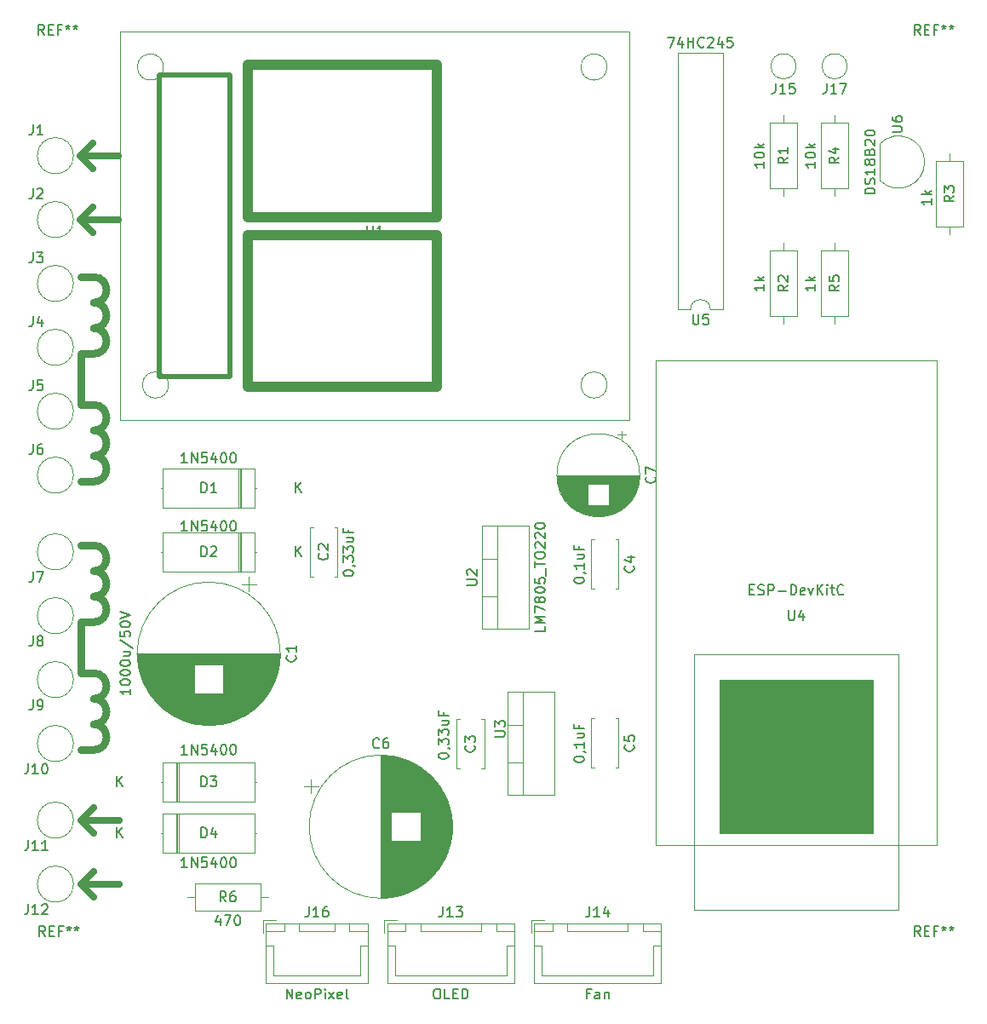
<source format=gbr>
G04 #@! TF.GenerationSoftware,KiCad,Pcbnew,7.0.9*
G04 #@! TF.CreationDate,2024-01-28T19:38:39+01:00*
G04 #@! TF.ProjectId,Labor Netzteil,4c61626f-7220-44e6-9574-7a7465696c2e,rev?*
G04 #@! TF.SameCoordinates,Original*
G04 #@! TF.FileFunction,Legend,Top*
G04 #@! TF.FilePolarity,Positive*
%FSLAX46Y46*%
G04 Gerber Fmt 4.6, Leading zero omitted, Abs format (unit mm)*
G04 Created by KiCad (PCBNEW 7.0.9) date 2024-01-28 19:38:39*
%MOMM*%
%LPD*%
G01*
G04 APERTURE LIST*
%ADD10C,0.800000*%
%ADD11C,0.700000*%
%ADD12C,0.150000*%
%ADD13C,0.120000*%
%ADD14C,0.100000*%
%ADD15C,0.500000*%
%ADD16C,1.000000*%
G04 APERTURE END LIST*
D10*
X106680000Y-66675000D02*
G75*
G03*
X106680000Y-64135000I0J1270000D01*
G01*
X105410000Y-69215000D02*
X106680000Y-69215000D01*
X106680000Y-69215000D02*
G75*
G03*
X106680000Y-66675000I0J1270000D01*
G01*
X105410000Y-74295000D02*
X106680000Y-74295000D01*
X105410000Y-81915000D02*
X106680000Y-81915000D01*
X106680000Y-79375000D02*
G75*
G03*
X106680000Y-76835000I0J1270000D01*
G01*
X106680000Y-81915000D02*
G75*
G03*
X106680000Y-79375000I0J1270000D01*
G01*
X106680000Y-76835000D02*
G75*
G03*
X106680000Y-74295000I0J1270000D01*
G01*
X105410000Y-74295000D02*
X105410000Y-69215000D01*
X105410000Y-100965000D02*
X105410000Y-95885000D01*
X105410000Y-88265000D02*
X106680000Y-88265000D01*
X105410000Y-95885000D02*
X106680000Y-95885000D01*
X105410000Y-100965000D02*
X106680000Y-100965000D01*
X106680000Y-103505000D02*
G75*
G03*
X106680000Y-100965000I0J1270000D01*
G01*
X106680000Y-93345000D02*
G75*
G03*
X106680000Y-90805000I0J1270000D01*
G01*
X106680000Y-95885000D02*
G75*
G03*
X106680000Y-93345000I0J1270000D01*
G01*
X106680000Y-108585000D02*
G75*
G03*
X106680000Y-106045000I0J1270000D01*
G01*
X106680000Y-90805000D02*
G75*
G03*
X106680000Y-88265000I0J1270000D01*
G01*
X105410000Y-108585000D02*
X106680000Y-108585000D01*
X106680000Y-106045000D02*
G75*
G03*
X106680000Y-103505000I0J1270000D01*
G01*
D11*
X109220000Y-121920000D02*
X105410000Y-121920000D01*
X105410000Y-121920000D02*
X106680000Y-123190000D01*
X105410000Y-121920000D02*
X106680000Y-120650000D01*
X105283000Y-49530000D02*
X106553000Y-50800000D01*
X109093000Y-49530000D02*
X105283000Y-49530000D01*
X105283000Y-49530000D02*
X106553000Y-48260000D01*
X109093000Y-55880000D02*
X105283000Y-55880000D01*
X105283000Y-55880000D02*
X106553000Y-54610000D01*
X105283000Y-55880000D02*
X106553000Y-57150000D01*
X105410000Y-115570000D02*
X106680000Y-116840000D01*
X109220000Y-115570000D02*
X105410000Y-115570000D01*
D10*
X105410000Y-61595000D02*
X106680000Y-61595000D01*
X106680000Y-64135000D02*
G75*
G03*
X106680000Y-61595000I0J1270000D01*
G01*
D11*
X105410000Y-115570000D02*
X106680000Y-114300000D01*
D12*
X101766666Y-37504819D02*
X101433333Y-37028628D01*
X101195238Y-37504819D02*
X101195238Y-36504819D01*
X101195238Y-36504819D02*
X101576190Y-36504819D01*
X101576190Y-36504819D02*
X101671428Y-36552438D01*
X101671428Y-36552438D02*
X101719047Y-36600057D01*
X101719047Y-36600057D02*
X101766666Y-36695295D01*
X101766666Y-36695295D02*
X101766666Y-36838152D01*
X101766666Y-36838152D02*
X101719047Y-36933390D01*
X101719047Y-36933390D02*
X101671428Y-36981009D01*
X101671428Y-36981009D02*
X101576190Y-37028628D01*
X101576190Y-37028628D02*
X101195238Y-37028628D01*
X102195238Y-36981009D02*
X102528571Y-36981009D01*
X102671428Y-37504819D02*
X102195238Y-37504819D01*
X102195238Y-37504819D02*
X102195238Y-36504819D01*
X102195238Y-36504819D02*
X102671428Y-36504819D01*
X103433333Y-36981009D02*
X103100000Y-36981009D01*
X103100000Y-37504819D02*
X103100000Y-36504819D01*
X103100000Y-36504819D02*
X103576190Y-36504819D01*
X104100000Y-36504819D02*
X104100000Y-36742914D01*
X103861905Y-36647676D02*
X104100000Y-36742914D01*
X104100000Y-36742914D02*
X104338095Y-36647676D01*
X103957143Y-36933390D02*
X104100000Y-36742914D01*
X104100000Y-36742914D02*
X104242857Y-36933390D01*
X104861905Y-36504819D02*
X104861905Y-36742914D01*
X104623810Y-36647676D02*
X104861905Y-36742914D01*
X104861905Y-36742914D02*
X105100000Y-36647676D01*
X104719048Y-36933390D02*
X104861905Y-36742914D01*
X104861905Y-36742914D02*
X105004762Y-36933390D01*
X188866666Y-37504819D02*
X188533333Y-37028628D01*
X188295238Y-37504819D02*
X188295238Y-36504819D01*
X188295238Y-36504819D02*
X188676190Y-36504819D01*
X188676190Y-36504819D02*
X188771428Y-36552438D01*
X188771428Y-36552438D02*
X188819047Y-36600057D01*
X188819047Y-36600057D02*
X188866666Y-36695295D01*
X188866666Y-36695295D02*
X188866666Y-36838152D01*
X188866666Y-36838152D02*
X188819047Y-36933390D01*
X188819047Y-36933390D02*
X188771428Y-36981009D01*
X188771428Y-36981009D02*
X188676190Y-37028628D01*
X188676190Y-37028628D02*
X188295238Y-37028628D01*
X189295238Y-36981009D02*
X189628571Y-36981009D01*
X189771428Y-37504819D02*
X189295238Y-37504819D01*
X189295238Y-37504819D02*
X189295238Y-36504819D01*
X189295238Y-36504819D02*
X189771428Y-36504819D01*
X190533333Y-36981009D02*
X190200000Y-36981009D01*
X190200000Y-37504819D02*
X190200000Y-36504819D01*
X190200000Y-36504819D02*
X190676190Y-36504819D01*
X191200000Y-36504819D02*
X191200000Y-36742914D01*
X190961905Y-36647676D02*
X191200000Y-36742914D01*
X191200000Y-36742914D02*
X191438095Y-36647676D01*
X191057143Y-36933390D02*
X191200000Y-36742914D01*
X191200000Y-36742914D02*
X191342857Y-36933390D01*
X191961905Y-36504819D02*
X191961905Y-36742914D01*
X191723810Y-36647676D02*
X191961905Y-36742914D01*
X191961905Y-36742914D02*
X192200000Y-36647676D01*
X191819048Y-36933390D02*
X191961905Y-36742914D01*
X191961905Y-36742914D02*
X192104762Y-36933390D01*
X188866666Y-127104819D02*
X188533333Y-126628628D01*
X188295238Y-127104819D02*
X188295238Y-126104819D01*
X188295238Y-126104819D02*
X188676190Y-126104819D01*
X188676190Y-126104819D02*
X188771428Y-126152438D01*
X188771428Y-126152438D02*
X188819047Y-126200057D01*
X188819047Y-126200057D02*
X188866666Y-126295295D01*
X188866666Y-126295295D02*
X188866666Y-126438152D01*
X188866666Y-126438152D02*
X188819047Y-126533390D01*
X188819047Y-126533390D02*
X188771428Y-126581009D01*
X188771428Y-126581009D02*
X188676190Y-126628628D01*
X188676190Y-126628628D02*
X188295238Y-126628628D01*
X189295238Y-126581009D02*
X189628571Y-126581009D01*
X189771428Y-127104819D02*
X189295238Y-127104819D01*
X189295238Y-127104819D02*
X189295238Y-126104819D01*
X189295238Y-126104819D02*
X189771428Y-126104819D01*
X190533333Y-126581009D02*
X190200000Y-126581009D01*
X190200000Y-127104819D02*
X190200000Y-126104819D01*
X190200000Y-126104819D02*
X190676190Y-126104819D01*
X191200000Y-126104819D02*
X191200000Y-126342914D01*
X190961905Y-126247676D02*
X191200000Y-126342914D01*
X191200000Y-126342914D02*
X191438095Y-126247676D01*
X191057143Y-126533390D02*
X191200000Y-126342914D01*
X191200000Y-126342914D02*
X191342857Y-126533390D01*
X191961905Y-126104819D02*
X191961905Y-126342914D01*
X191723810Y-126247676D02*
X191961905Y-126342914D01*
X191961905Y-126342914D02*
X192200000Y-126247676D01*
X191819048Y-126533390D02*
X191961905Y-126342914D01*
X191961905Y-126342914D02*
X192104762Y-126533390D01*
X101866666Y-127104819D02*
X101533333Y-126628628D01*
X101295238Y-127104819D02*
X101295238Y-126104819D01*
X101295238Y-126104819D02*
X101676190Y-126104819D01*
X101676190Y-126104819D02*
X101771428Y-126152438D01*
X101771428Y-126152438D02*
X101819047Y-126200057D01*
X101819047Y-126200057D02*
X101866666Y-126295295D01*
X101866666Y-126295295D02*
X101866666Y-126438152D01*
X101866666Y-126438152D02*
X101819047Y-126533390D01*
X101819047Y-126533390D02*
X101771428Y-126581009D01*
X101771428Y-126581009D02*
X101676190Y-126628628D01*
X101676190Y-126628628D02*
X101295238Y-126628628D01*
X102295238Y-126581009D02*
X102628571Y-126581009D01*
X102771428Y-127104819D02*
X102295238Y-127104819D01*
X102295238Y-127104819D02*
X102295238Y-126104819D01*
X102295238Y-126104819D02*
X102771428Y-126104819D01*
X103533333Y-126581009D02*
X103200000Y-126581009D01*
X103200000Y-127104819D02*
X103200000Y-126104819D01*
X103200000Y-126104819D02*
X103676190Y-126104819D01*
X104200000Y-126104819D02*
X104200000Y-126342914D01*
X103961905Y-126247676D02*
X104200000Y-126342914D01*
X104200000Y-126342914D02*
X104438095Y-126247676D01*
X104057143Y-126533390D02*
X104200000Y-126342914D01*
X104200000Y-126342914D02*
X104342857Y-126533390D01*
X104961905Y-126104819D02*
X104961905Y-126342914D01*
X104723810Y-126247676D02*
X104961905Y-126342914D01*
X104961905Y-126342914D02*
X105200000Y-126247676D01*
X104819048Y-126533390D02*
X104961905Y-126342914D01*
X104961905Y-126342914D02*
X105104762Y-126533390D01*
X175768095Y-94704819D02*
X175768095Y-95514342D01*
X175768095Y-95514342D02*
X175815714Y-95609580D01*
X175815714Y-95609580D02*
X175863333Y-95657200D01*
X175863333Y-95657200D02*
X175958571Y-95704819D01*
X175958571Y-95704819D02*
X176149047Y-95704819D01*
X176149047Y-95704819D02*
X176244285Y-95657200D01*
X176244285Y-95657200D02*
X176291904Y-95609580D01*
X176291904Y-95609580D02*
X176339523Y-95514342D01*
X176339523Y-95514342D02*
X176339523Y-94704819D01*
X177244285Y-95038152D02*
X177244285Y-95704819D01*
X177006190Y-94657200D02*
X176768095Y-95371485D01*
X176768095Y-95371485D02*
X177387142Y-95371485D01*
X171887143Y-92641009D02*
X172220476Y-92641009D01*
X172363333Y-93164819D02*
X171887143Y-93164819D01*
X171887143Y-93164819D02*
X171887143Y-92164819D01*
X171887143Y-92164819D02*
X172363333Y-92164819D01*
X172744286Y-93117200D02*
X172887143Y-93164819D01*
X172887143Y-93164819D02*
X173125238Y-93164819D01*
X173125238Y-93164819D02*
X173220476Y-93117200D01*
X173220476Y-93117200D02*
X173268095Y-93069580D01*
X173268095Y-93069580D02*
X173315714Y-92974342D01*
X173315714Y-92974342D02*
X173315714Y-92879104D01*
X173315714Y-92879104D02*
X173268095Y-92783866D01*
X173268095Y-92783866D02*
X173220476Y-92736247D01*
X173220476Y-92736247D02*
X173125238Y-92688628D01*
X173125238Y-92688628D02*
X172934762Y-92641009D01*
X172934762Y-92641009D02*
X172839524Y-92593390D01*
X172839524Y-92593390D02*
X172791905Y-92545771D01*
X172791905Y-92545771D02*
X172744286Y-92450533D01*
X172744286Y-92450533D02*
X172744286Y-92355295D01*
X172744286Y-92355295D02*
X172791905Y-92260057D01*
X172791905Y-92260057D02*
X172839524Y-92212438D01*
X172839524Y-92212438D02*
X172934762Y-92164819D01*
X172934762Y-92164819D02*
X173172857Y-92164819D01*
X173172857Y-92164819D02*
X173315714Y-92212438D01*
X173744286Y-93164819D02*
X173744286Y-92164819D01*
X173744286Y-92164819D02*
X174125238Y-92164819D01*
X174125238Y-92164819D02*
X174220476Y-92212438D01*
X174220476Y-92212438D02*
X174268095Y-92260057D01*
X174268095Y-92260057D02*
X174315714Y-92355295D01*
X174315714Y-92355295D02*
X174315714Y-92498152D01*
X174315714Y-92498152D02*
X174268095Y-92593390D01*
X174268095Y-92593390D02*
X174220476Y-92641009D01*
X174220476Y-92641009D02*
X174125238Y-92688628D01*
X174125238Y-92688628D02*
X173744286Y-92688628D01*
X174744286Y-92783866D02*
X175506191Y-92783866D01*
X175982381Y-93164819D02*
X175982381Y-92164819D01*
X175982381Y-92164819D02*
X176220476Y-92164819D01*
X176220476Y-92164819D02*
X176363333Y-92212438D01*
X176363333Y-92212438D02*
X176458571Y-92307676D01*
X176458571Y-92307676D02*
X176506190Y-92402914D01*
X176506190Y-92402914D02*
X176553809Y-92593390D01*
X176553809Y-92593390D02*
X176553809Y-92736247D01*
X176553809Y-92736247D02*
X176506190Y-92926723D01*
X176506190Y-92926723D02*
X176458571Y-93021961D01*
X176458571Y-93021961D02*
X176363333Y-93117200D01*
X176363333Y-93117200D02*
X176220476Y-93164819D01*
X176220476Y-93164819D02*
X175982381Y-93164819D01*
X177363333Y-93117200D02*
X177268095Y-93164819D01*
X177268095Y-93164819D02*
X177077619Y-93164819D01*
X177077619Y-93164819D02*
X176982381Y-93117200D01*
X176982381Y-93117200D02*
X176934762Y-93021961D01*
X176934762Y-93021961D02*
X176934762Y-92641009D01*
X176934762Y-92641009D02*
X176982381Y-92545771D01*
X176982381Y-92545771D02*
X177077619Y-92498152D01*
X177077619Y-92498152D02*
X177268095Y-92498152D01*
X177268095Y-92498152D02*
X177363333Y-92545771D01*
X177363333Y-92545771D02*
X177410952Y-92641009D01*
X177410952Y-92641009D02*
X177410952Y-92736247D01*
X177410952Y-92736247D02*
X176934762Y-92831485D01*
X177744286Y-92498152D02*
X177982381Y-93164819D01*
X177982381Y-93164819D02*
X178220476Y-92498152D01*
X178601429Y-93164819D02*
X178601429Y-92164819D01*
X179172857Y-93164819D02*
X178744286Y-92593390D01*
X179172857Y-92164819D02*
X178601429Y-92736247D01*
X179601429Y-93164819D02*
X179601429Y-92498152D01*
X179601429Y-92164819D02*
X179553810Y-92212438D01*
X179553810Y-92212438D02*
X179601429Y-92260057D01*
X179601429Y-92260057D02*
X179649048Y-92212438D01*
X179649048Y-92212438D02*
X179601429Y-92164819D01*
X179601429Y-92164819D02*
X179601429Y-92260057D01*
X179934762Y-92498152D02*
X180315714Y-92498152D01*
X180077619Y-92164819D02*
X180077619Y-93021961D01*
X180077619Y-93021961D02*
X180125238Y-93117200D01*
X180125238Y-93117200D02*
X180220476Y-93164819D01*
X180220476Y-93164819D02*
X180315714Y-93164819D01*
X181220476Y-93069580D02*
X181172857Y-93117200D01*
X181172857Y-93117200D02*
X181030000Y-93164819D01*
X181030000Y-93164819D02*
X180934762Y-93164819D01*
X180934762Y-93164819D02*
X180791905Y-93117200D01*
X180791905Y-93117200D02*
X180696667Y-93021961D01*
X180696667Y-93021961D02*
X180649048Y-92926723D01*
X180649048Y-92926723D02*
X180601429Y-92736247D01*
X180601429Y-92736247D02*
X180601429Y-92593390D01*
X180601429Y-92593390D02*
X180649048Y-92402914D01*
X180649048Y-92402914D02*
X180696667Y-92307676D01*
X180696667Y-92307676D02*
X180791905Y-92212438D01*
X180791905Y-92212438D02*
X180934762Y-92164819D01*
X180934762Y-92164819D02*
X181030000Y-92164819D01*
X181030000Y-92164819D02*
X181172857Y-92212438D01*
X181172857Y-92212438D02*
X181220476Y-92260057D01*
X117371905Y-83004819D02*
X117371905Y-82004819D01*
X117371905Y-82004819D02*
X117610000Y-82004819D01*
X117610000Y-82004819D02*
X117752857Y-82052438D01*
X117752857Y-82052438D02*
X117848095Y-82147676D01*
X117848095Y-82147676D02*
X117895714Y-82242914D01*
X117895714Y-82242914D02*
X117943333Y-82433390D01*
X117943333Y-82433390D02*
X117943333Y-82576247D01*
X117943333Y-82576247D02*
X117895714Y-82766723D01*
X117895714Y-82766723D02*
X117848095Y-82861961D01*
X117848095Y-82861961D02*
X117752857Y-82957200D01*
X117752857Y-82957200D02*
X117610000Y-83004819D01*
X117610000Y-83004819D02*
X117371905Y-83004819D01*
X118895714Y-83004819D02*
X118324286Y-83004819D01*
X118610000Y-83004819D02*
X118610000Y-82004819D01*
X118610000Y-82004819D02*
X118514762Y-82147676D01*
X118514762Y-82147676D02*
X118419524Y-82242914D01*
X118419524Y-82242914D02*
X118324286Y-82290533D01*
X115967142Y-80034819D02*
X115395714Y-80034819D01*
X115681428Y-80034819D02*
X115681428Y-79034819D01*
X115681428Y-79034819D02*
X115586190Y-79177676D01*
X115586190Y-79177676D02*
X115490952Y-79272914D01*
X115490952Y-79272914D02*
X115395714Y-79320533D01*
X116395714Y-80034819D02*
X116395714Y-79034819D01*
X116395714Y-79034819D02*
X116967142Y-80034819D01*
X116967142Y-80034819D02*
X116967142Y-79034819D01*
X117919523Y-79034819D02*
X117443333Y-79034819D01*
X117443333Y-79034819D02*
X117395714Y-79511009D01*
X117395714Y-79511009D02*
X117443333Y-79463390D01*
X117443333Y-79463390D02*
X117538571Y-79415771D01*
X117538571Y-79415771D02*
X117776666Y-79415771D01*
X117776666Y-79415771D02*
X117871904Y-79463390D01*
X117871904Y-79463390D02*
X117919523Y-79511009D01*
X117919523Y-79511009D02*
X117967142Y-79606247D01*
X117967142Y-79606247D02*
X117967142Y-79844342D01*
X117967142Y-79844342D02*
X117919523Y-79939580D01*
X117919523Y-79939580D02*
X117871904Y-79987200D01*
X117871904Y-79987200D02*
X117776666Y-80034819D01*
X117776666Y-80034819D02*
X117538571Y-80034819D01*
X117538571Y-80034819D02*
X117443333Y-79987200D01*
X117443333Y-79987200D02*
X117395714Y-79939580D01*
X118824285Y-79368152D02*
X118824285Y-80034819D01*
X118586190Y-78987200D02*
X118348095Y-79701485D01*
X118348095Y-79701485D02*
X118967142Y-79701485D01*
X119538571Y-79034819D02*
X119633809Y-79034819D01*
X119633809Y-79034819D02*
X119729047Y-79082438D01*
X119729047Y-79082438D02*
X119776666Y-79130057D01*
X119776666Y-79130057D02*
X119824285Y-79225295D01*
X119824285Y-79225295D02*
X119871904Y-79415771D01*
X119871904Y-79415771D02*
X119871904Y-79653866D01*
X119871904Y-79653866D02*
X119824285Y-79844342D01*
X119824285Y-79844342D02*
X119776666Y-79939580D01*
X119776666Y-79939580D02*
X119729047Y-79987200D01*
X119729047Y-79987200D02*
X119633809Y-80034819D01*
X119633809Y-80034819D02*
X119538571Y-80034819D01*
X119538571Y-80034819D02*
X119443333Y-79987200D01*
X119443333Y-79987200D02*
X119395714Y-79939580D01*
X119395714Y-79939580D02*
X119348095Y-79844342D01*
X119348095Y-79844342D02*
X119300476Y-79653866D01*
X119300476Y-79653866D02*
X119300476Y-79415771D01*
X119300476Y-79415771D02*
X119348095Y-79225295D01*
X119348095Y-79225295D02*
X119395714Y-79130057D01*
X119395714Y-79130057D02*
X119443333Y-79082438D01*
X119443333Y-79082438D02*
X119538571Y-79034819D01*
X120490952Y-79034819D02*
X120586190Y-79034819D01*
X120586190Y-79034819D02*
X120681428Y-79082438D01*
X120681428Y-79082438D02*
X120729047Y-79130057D01*
X120729047Y-79130057D02*
X120776666Y-79225295D01*
X120776666Y-79225295D02*
X120824285Y-79415771D01*
X120824285Y-79415771D02*
X120824285Y-79653866D01*
X120824285Y-79653866D02*
X120776666Y-79844342D01*
X120776666Y-79844342D02*
X120729047Y-79939580D01*
X120729047Y-79939580D02*
X120681428Y-79987200D01*
X120681428Y-79987200D02*
X120586190Y-80034819D01*
X120586190Y-80034819D02*
X120490952Y-80034819D01*
X120490952Y-80034819D02*
X120395714Y-79987200D01*
X120395714Y-79987200D02*
X120348095Y-79939580D01*
X120348095Y-79939580D02*
X120300476Y-79844342D01*
X120300476Y-79844342D02*
X120252857Y-79653866D01*
X120252857Y-79653866D02*
X120252857Y-79415771D01*
X120252857Y-79415771D02*
X120300476Y-79225295D01*
X120300476Y-79225295D02*
X120348095Y-79130057D01*
X120348095Y-79130057D02*
X120395714Y-79082438D01*
X120395714Y-79082438D02*
X120490952Y-79034819D01*
X126738095Y-83004819D02*
X126738095Y-82004819D01*
X127309523Y-83004819D02*
X126880952Y-82433390D01*
X127309523Y-82004819D02*
X126738095Y-82576247D01*
X117371905Y-117294819D02*
X117371905Y-116294819D01*
X117371905Y-116294819D02*
X117610000Y-116294819D01*
X117610000Y-116294819D02*
X117752857Y-116342438D01*
X117752857Y-116342438D02*
X117848095Y-116437676D01*
X117848095Y-116437676D02*
X117895714Y-116532914D01*
X117895714Y-116532914D02*
X117943333Y-116723390D01*
X117943333Y-116723390D02*
X117943333Y-116866247D01*
X117943333Y-116866247D02*
X117895714Y-117056723D01*
X117895714Y-117056723D02*
X117848095Y-117151961D01*
X117848095Y-117151961D02*
X117752857Y-117247200D01*
X117752857Y-117247200D02*
X117610000Y-117294819D01*
X117610000Y-117294819D02*
X117371905Y-117294819D01*
X118800476Y-116628152D02*
X118800476Y-117294819D01*
X118562381Y-116247200D02*
X118324286Y-116961485D01*
X118324286Y-116961485D02*
X118943333Y-116961485D01*
X115967142Y-120264819D02*
X115395714Y-120264819D01*
X115681428Y-120264819D02*
X115681428Y-119264819D01*
X115681428Y-119264819D02*
X115586190Y-119407676D01*
X115586190Y-119407676D02*
X115490952Y-119502914D01*
X115490952Y-119502914D02*
X115395714Y-119550533D01*
X116395714Y-120264819D02*
X116395714Y-119264819D01*
X116395714Y-119264819D02*
X116967142Y-120264819D01*
X116967142Y-120264819D02*
X116967142Y-119264819D01*
X117919523Y-119264819D02*
X117443333Y-119264819D01*
X117443333Y-119264819D02*
X117395714Y-119741009D01*
X117395714Y-119741009D02*
X117443333Y-119693390D01*
X117443333Y-119693390D02*
X117538571Y-119645771D01*
X117538571Y-119645771D02*
X117776666Y-119645771D01*
X117776666Y-119645771D02*
X117871904Y-119693390D01*
X117871904Y-119693390D02*
X117919523Y-119741009D01*
X117919523Y-119741009D02*
X117967142Y-119836247D01*
X117967142Y-119836247D02*
X117967142Y-120074342D01*
X117967142Y-120074342D02*
X117919523Y-120169580D01*
X117919523Y-120169580D02*
X117871904Y-120217200D01*
X117871904Y-120217200D02*
X117776666Y-120264819D01*
X117776666Y-120264819D02*
X117538571Y-120264819D01*
X117538571Y-120264819D02*
X117443333Y-120217200D01*
X117443333Y-120217200D02*
X117395714Y-120169580D01*
X118824285Y-119598152D02*
X118824285Y-120264819D01*
X118586190Y-119217200D02*
X118348095Y-119931485D01*
X118348095Y-119931485D02*
X118967142Y-119931485D01*
X119538571Y-119264819D02*
X119633809Y-119264819D01*
X119633809Y-119264819D02*
X119729047Y-119312438D01*
X119729047Y-119312438D02*
X119776666Y-119360057D01*
X119776666Y-119360057D02*
X119824285Y-119455295D01*
X119824285Y-119455295D02*
X119871904Y-119645771D01*
X119871904Y-119645771D02*
X119871904Y-119883866D01*
X119871904Y-119883866D02*
X119824285Y-120074342D01*
X119824285Y-120074342D02*
X119776666Y-120169580D01*
X119776666Y-120169580D02*
X119729047Y-120217200D01*
X119729047Y-120217200D02*
X119633809Y-120264819D01*
X119633809Y-120264819D02*
X119538571Y-120264819D01*
X119538571Y-120264819D02*
X119443333Y-120217200D01*
X119443333Y-120217200D02*
X119395714Y-120169580D01*
X119395714Y-120169580D02*
X119348095Y-120074342D01*
X119348095Y-120074342D02*
X119300476Y-119883866D01*
X119300476Y-119883866D02*
X119300476Y-119645771D01*
X119300476Y-119645771D02*
X119348095Y-119455295D01*
X119348095Y-119455295D02*
X119395714Y-119360057D01*
X119395714Y-119360057D02*
X119443333Y-119312438D01*
X119443333Y-119312438D02*
X119538571Y-119264819D01*
X120490952Y-119264819D02*
X120586190Y-119264819D01*
X120586190Y-119264819D02*
X120681428Y-119312438D01*
X120681428Y-119312438D02*
X120729047Y-119360057D01*
X120729047Y-119360057D02*
X120776666Y-119455295D01*
X120776666Y-119455295D02*
X120824285Y-119645771D01*
X120824285Y-119645771D02*
X120824285Y-119883866D01*
X120824285Y-119883866D02*
X120776666Y-120074342D01*
X120776666Y-120074342D02*
X120729047Y-120169580D01*
X120729047Y-120169580D02*
X120681428Y-120217200D01*
X120681428Y-120217200D02*
X120586190Y-120264819D01*
X120586190Y-120264819D02*
X120490952Y-120264819D01*
X120490952Y-120264819D02*
X120395714Y-120217200D01*
X120395714Y-120217200D02*
X120348095Y-120169580D01*
X120348095Y-120169580D02*
X120300476Y-120074342D01*
X120300476Y-120074342D02*
X120252857Y-119883866D01*
X120252857Y-119883866D02*
X120252857Y-119645771D01*
X120252857Y-119645771D02*
X120300476Y-119455295D01*
X120300476Y-119455295D02*
X120348095Y-119360057D01*
X120348095Y-119360057D02*
X120395714Y-119312438D01*
X120395714Y-119312438D02*
X120490952Y-119264819D01*
X108958095Y-117294819D02*
X108958095Y-116294819D01*
X109529523Y-117294819D02*
X109100952Y-116723390D01*
X109529523Y-116294819D02*
X108958095Y-116866247D01*
X100631666Y-46444819D02*
X100631666Y-47159104D01*
X100631666Y-47159104D02*
X100584047Y-47301961D01*
X100584047Y-47301961D02*
X100488809Y-47397200D01*
X100488809Y-47397200D02*
X100345952Y-47444819D01*
X100345952Y-47444819D02*
X100250714Y-47444819D01*
X101631666Y-47444819D02*
X101060238Y-47444819D01*
X101345952Y-47444819D02*
X101345952Y-46444819D01*
X101345952Y-46444819D02*
X101250714Y-46587676D01*
X101250714Y-46587676D02*
X101155476Y-46682914D01*
X101155476Y-46682914D02*
X101060238Y-46730533D01*
X100631666Y-52794819D02*
X100631666Y-53509104D01*
X100631666Y-53509104D02*
X100584047Y-53651961D01*
X100584047Y-53651961D02*
X100488809Y-53747200D01*
X100488809Y-53747200D02*
X100345952Y-53794819D01*
X100345952Y-53794819D02*
X100250714Y-53794819D01*
X101060238Y-52890057D02*
X101107857Y-52842438D01*
X101107857Y-52842438D02*
X101203095Y-52794819D01*
X101203095Y-52794819D02*
X101441190Y-52794819D01*
X101441190Y-52794819D02*
X101536428Y-52842438D01*
X101536428Y-52842438D02*
X101584047Y-52890057D01*
X101584047Y-52890057D02*
X101631666Y-52985295D01*
X101631666Y-52985295D02*
X101631666Y-53080533D01*
X101631666Y-53080533D02*
X101584047Y-53223390D01*
X101584047Y-53223390D02*
X101012619Y-53794819D01*
X101012619Y-53794819D02*
X101631666Y-53794819D01*
X100631666Y-59144819D02*
X100631666Y-59859104D01*
X100631666Y-59859104D02*
X100584047Y-60001961D01*
X100584047Y-60001961D02*
X100488809Y-60097200D01*
X100488809Y-60097200D02*
X100345952Y-60144819D01*
X100345952Y-60144819D02*
X100250714Y-60144819D01*
X101012619Y-59144819D02*
X101631666Y-59144819D01*
X101631666Y-59144819D02*
X101298333Y-59525771D01*
X101298333Y-59525771D02*
X101441190Y-59525771D01*
X101441190Y-59525771D02*
X101536428Y-59573390D01*
X101536428Y-59573390D02*
X101584047Y-59621009D01*
X101584047Y-59621009D02*
X101631666Y-59716247D01*
X101631666Y-59716247D02*
X101631666Y-59954342D01*
X101631666Y-59954342D02*
X101584047Y-60049580D01*
X101584047Y-60049580D02*
X101536428Y-60097200D01*
X101536428Y-60097200D02*
X101441190Y-60144819D01*
X101441190Y-60144819D02*
X101155476Y-60144819D01*
X101155476Y-60144819D02*
X101060238Y-60097200D01*
X101060238Y-60097200D02*
X101012619Y-60049580D01*
X100631666Y-90894819D02*
X100631666Y-91609104D01*
X100631666Y-91609104D02*
X100584047Y-91751961D01*
X100584047Y-91751961D02*
X100488809Y-91847200D01*
X100488809Y-91847200D02*
X100345952Y-91894819D01*
X100345952Y-91894819D02*
X100250714Y-91894819D01*
X101012619Y-90894819D02*
X101679285Y-90894819D01*
X101679285Y-90894819D02*
X101250714Y-91894819D01*
X100631666Y-97254819D02*
X100631666Y-97969104D01*
X100631666Y-97969104D02*
X100584047Y-98111961D01*
X100584047Y-98111961D02*
X100488809Y-98207200D01*
X100488809Y-98207200D02*
X100345952Y-98254819D01*
X100345952Y-98254819D02*
X100250714Y-98254819D01*
X101250714Y-97683390D02*
X101155476Y-97635771D01*
X101155476Y-97635771D02*
X101107857Y-97588152D01*
X101107857Y-97588152D02*
X101060238Y-97492914D01*
X101060238Y-97492914D02*
X101060238Y-97445295D01*
X101060238Y-97445295D02*
X101107857Y-97350057D01*
X101107857Y-97350057D02*
X101155476Y-97302438D01*
X101155476Y-97302438D02*
X101250714Y-97254819D01*
X101250714Y-97254819D02*
X101441190Y-97254819D01*
X101441190Y-97254819D02*
X101536428Y-97302438D01*
X101536428Y-97302438D02*
X101584047Y-97350057D01*
X101584047Y-97350057D02*
X101631666Y-97445295D01*
X101631666Y-97445295D02*
X101631666Y-97492914D01*
X101631666Y-97492914D02*
X101584047Y-97588152D01*
X101584047Y-97588152D02*
X101536428Y-97635771D01*
X101536428Y-97635771D02*
X101441190Y-97683390D01*
X101441190Y-97683390D02*
X101250714Y-97683390D01*
X101250714Y-97683390D02*
X101155476Y-97731009D01*
X101155476Y-97731009D02*
X101107857Y-97778628D01*
X101107857Y-97778628D02*
X101060238Y-97873866D01*
X101060238Y-97873866D02*
X101060238Y-98064342D01*
X101060238Y-98064342D02*
X101107857Y-98159580D01*
X101107857Y-98159580D02*
X101155476Y-98207200D01*
X101155476Y-98207200D02*
X101250714Y-98254819D01*
X101250714Y-98254819D02*
X101441190Y-98254819D01*
X101441190Y-98254819D02*
X101536428Y-98207200D01*
X101536428Y-98207200D02*
X101584047Y-98159580D01*
X101584047Y-98159580D02*
X101631666Y-98064342D01*
X101631666Y-98064342D02*
X101631666Y-97873866D01*
X101631666Y-97873866D02*
X101584047Y-97778628D01*
X101584047Y-97778628D02*
X101536428Y-97731009D01*
X101536428Y-97731009D02*
X101441190Y-97683390D01*
X100631666Y-103604819D02*
X100631666Y-104319104D01*
X100631666Y-104319104D02*
X100584047Y-104461961D01*
X100584047Y-104461961D02*
X100488809Y-104557200D01*
X100488809Y-104557200D02*
X100345952Y-104604819D01*
X100345952Y-104604819D02*
X100250714Y-104604819D01*
X101155476Y-104604819D02*
X101345952Y-104604819D01*
X101345952Y-104604819D02*
X101441190Y-104557200D01*
X101441190Y-104557200D02*
X101488809Y-104509580D01*
X101488809Y-104509580D02*
X101584047Y-104366723D01*
X101584047Y-104366723D02*
X101631666Y-104176247D01*
X101631666Y-104176247D02*
X101631666Y-103795295D01*
X101631666Y-103795295D02*
X101584047Y-103700057D01*
X101584047Y-103700057D02*
X101536428Y-103652438D01*
X101536428Y-103652438D02*
X101441190Y-103604819D01*
X101441190Y-103604819D02*
X101250714Y-103604819D01*
X101250714Y-103604819D02*
X101155476Y-103652438D01*
X101155476Y-103652438D02*
X101107857Y-103700057D01*
X101107857Y-103700057D02*
X101060238Y-103795295D01*
X101060238Y-103795295D02*
X101060238Y-104033390D01*
X101060238Y-104033390D02*
X101107857Y-104128628D01*
X101107857Y-104128628D02*
X101155476Y-104176247D01*
X101155476Y-104176247D02*
X101250714Y-104223866D01*
X101250714Y-104223866D02*
X101441190Y-104223866D01*
X101441190Y-104223866D02*
X101536428Y-104176247D01*
X101536428Y-104176247D02*
X101584047Y-104128628D01*
X101584047Y-104128628D02*
X101631666Y-104033390D01*
X100155476Y-109944819D02*
X100155476Y-110659104D01*
X100155476Y-110659104D02*
X100107857Y-110801961D01*
X100107857Y-110801961D02*
X100012619Y-110897200D01*
X100012619Y-110897200D02*
X99869762Y-110944819D01*
X99869762Y-110944819D02*
X99774524Y-110944819D01*
X101155476Y-110944819D02*
X100584048Y-110944819D01*
X100869762Y-110944819D02*
X100869762Y-109944819D01*
X100869762Y-109944819D02*
X100774524Y-110087676D01*
X100774524Y-110087676D02*
X100679286Y-110182914D01*
X100679286Y-110182914D02*
X100584048Y-110230533D01*
X101774524Y-109944819D02*
X101869762Y-109944819D01*
X101869762Y-109944819D02*
X101965000Y-109992438D01*
X101965000Y-109992438D02*
X102012619Y-110040057D01*
X102012619Y-110040057D02*
X102060238Y-110135295D01*
X102060238Y-110135295D02*
X102107857Y-110325771D01*
X102107857Y-110325771D02*
X102107857Y-110563866D01*
X102107857Y-110563866D02*
X102060238Y-110754342D01*
X102060238Y-110754342D02*
X102012619Y-110849580D01*
X102012619Y-110849580D02*
X101965000Y-110897200D01*
X101965000Y-110897200D02*
X101869762Y-110944819D01*
X101869762Y-110944819D02*
X101774524Y-110944819D01*
X101774524Y-110944819D02*
X101679286Y-110897200D01*
X101679286Y-110897200D02*
X101631667Y-110849580D01*
X101631667Y-110849580D02*
X101584048Y-110754342D01*
X101584048Y-110754342D02*
X101536429Y-110563866D01*
X101536429Y-110563866D02*
X101536429Y-110325771D01*
X101536429Y-110325771D02*
X101584048Y-110135295D01*
X101584048Y-110135295D02*
X101631667Y-110040057D01*
X101631667Y-110040057D02*
X101679286Y-109992438D01*
X101679286Y-109992438D02*
X101774524Y-109944819D01*
X100155476Y-117564819D02*
X100155476Y-118279104D01*
X100155476Y-118279104D02*
X100107857Y-118421961D01*
X100107857Y-118421961D02*
X100012619Y-118517200D01*
X100012619Y-118517200D02*
X99869762Y-118564819D01*
X99869762Y-118564819D02*
X99774524Y-118564819D01*
X101155476Y-118564819D02*
X100584048Y-118564819D01*
X100869762Y-118564819D02*
X100869762Y-117564819D01*
X100869762Y-117564819D02*
X100774524Y-117707676D01*
X100774524Y-117707676D02*
X100679286Y-117802914D01*
X100679286Y-117802914D02*
X100584048Y-117850533D01*
X102107857Y-118564819D02*
X101536429Y-118564819D01*
X101822143Y-118564819D02*
X101822143Y-117564819D01*
X101822143Y-117564819D02*
X101726905Y-117707676D01*
X101726905Y-117707676D02*
X101631667Y-117802914D01*
X101631667Y-117802914D02*
X101536429Y-117850533D01*
X141370476Y-124174819D02*
X141370476Y-124889104D01*
X141370476Y-124889104D02*
X141322857Y-125031961D01*
X141322857Y-125031961D02*
X141227619Y-125127200D01*
X141227619Y-125127200D02*
X141084762Y-125174819D01*
X141084762Y-125174819D02*
X140989524Y-125174819D01*
X142370476Y-125174819D02*
X141799048Y-125174819D01*
X142084762Y-125174819D02*
X142084762Y-124174819D01*
X142084762Y-124174819D02*
X141989524Y-124317676D01*
X141989524Y-124317676D02*
X141894286Y-124412914D01*
X141894286Y-124412914D02*
X141799048Y-124460533D01*
X142703810Y-124174819D02*
X143322857Y-124174819D01*
X143322857Y-124174819D02*
X142989524Y-124555771D01*
X142989524Y-124555771D02*
X143132381Y-124555771D01*
X143132381Y-124555771D02*
X143227619Y-124603390D01*
X143227619Y-124603390D02*
X143275238Y-124651009D01*
X143275238Y-124651009D02*
X143322857Y-124746247D01*
X143322857Y-124746247D02*
X143322857Y-124984342D01*
X143322857Y-124984342D02*
X143275238Y-125079580D01*
X143275238Y-125079580D02*
X143227619Y-125127200D01*
X143227619Y-125127200D02*
X143132381Y-125174819D01*
X143132381Y-125174819D02*
X142846667Y-125174819D01*
X142846667Y-125174819D02*
X142751429Y-125127200D01*
X142751429Y-125127200D02*
X142703810Y-125079580D01*
X140727619Y-132324819D02*
X140918095Y-132324819D01*
X140918095Y-132324819D02*
X141013333Y-132372438D01*
X141013333Y-132372438D02*
X141108571Y-132467676D01*
X141108571Y-132467676D02*
X141156190Y-132658152D01*
X141156190Y-132658152D02*
X141156190Y-132991485D01*
X141156190Y-132991485D02*
X141108571Y-133181961D01*
X141108571Y-133181961D02*
X141013333Y-133277200D01*
X141013333Y-133277200D02*
X140918095Y-133324819D01*
X140918095Y-133324819D02*
X140727619Y-133324819D01*
X140727619Y-133324819D02*
X140632381Y-133277200D01*
X140632381Y-133277200D02*
X140537143Y-133181961D01*
X140537143Y-133181961D02*
X140489524Y-132991485D01*
X140489524Y-132991485D02*
X140489524Y-132658152D01*
X140489524Y-132658152D02*
X140537143Y-132467676D01*
X140537143Y-132467676D02*
X140632381Y-132372438D01*
X140632381Y-132372438D02*
X140727619Y-132324819D01*
X142060952Y-133324819D02*
X141584762Y-133324819D01*
X141584762Y-133324819D02*
X141584762Y-132324819D01*
X142394286Y-132801009D02*
X142727619Y-132801009D01*
X142870476Y-133324819D02*
X142394286Y-133324819D01*
X142394286Y-133324819D02*
X142394286Y-132324819D01*
X142394286Y-132324819D02*
X142870476Y-132324819D01*
X143299048Y-133324819D02*
X143299048Y-132324819D01*
X143299048Y-132324819D02*
X143537143Y-132324819D01*
X143537143Y-132324819D02*
X143680000Y-132372438D01*
X143680000Y-132372438D02*
X143775238Y-132467676D01*
X143775238Y-132467676D02*
X143822857Y-132562914D01*
X143822857Y-132562914D02*
X143870476Y-132753390D01*
X143870476Y-132753390D02*
X143870476Y-132896247D01*
X143870476Y-132896247D02*
X143822857Y-133086723D01*
X143822857Y-133086723D02*
X143775238Y-133181961D01*
X143775238Y-133181961D02*
X143680000Y-133277200D01*
X143680000Y-133277200D02*
X143537143Y-133324819D01*
X143537143Y-133324819D02*
X143299048Y-133324819D01*
X155975476Y-124174819D02*
X155975476Y-124889104D01*
X155975476Y-124889104D02*
X155927857Y-125031961D01*
X155927857Y-125031961D02*
X155832619Y-125127200D01*
X155832619Y-125127200D02*
X155689762Y-125174819D01*
X155689762Y-125174819D02*
X155594524Y-125174819D01*
X156975476Y-125174819D02*
X156404048Y-125174819D01*
X156689762Y-125174819D02*
X156689762Y-124174819D01*
X156689762Y-124174819D02*
X156594524Y-124317676D01*
X156594524Y-124317676D02*
X156499286Y-124412914D01*
X156499286Y-124412914D02*
X156404048Y-124460533D01*
X157832619Y-124508152D02*
X157832619Y-125174819D01*
X157594524Y-124127200D02*
X157356429Y-124841485D01*
X157356429Y-124841485D02*
X157975476Y-124841485D01*
X156023095Y-132801009D02*
X155689762Y-132801009D01*
X155689762Y-133324819D02*
X155689762Y-132324819D01*
X155689762Y-132324819D02*
X156165952Y-132324819D01*
X156975476Y-133324819D02*
X156975476Y-132801009D01*
X156975476Y-132801009D02*
X156927857Y-132705771D01*
X156927857Y-132705771D02*
X156832619Y-132658152D01*
X156832619Y-132658152D02*
X156642143Y-132658152D01*
X156642143Y-132658152D02*
X156546905Y-132705771D01*
X156975476Y-133277200D02*
X156880238Y-133324819D01*
X156880238Y-133324819D02*
X156642143Y-133324819D01*
X156642143Y-133324819D02*
X156546905Y-133277200D01*
X156546905Y-133277200D02*
X156499286Y-133181961D01*
X156499286Y-133181961D02*
X156499286Y-133086723D01*
X156499286Y-133086723D02*
X156546905Y-132991485D01*
X156546905Y-132991485D02*
X156642143Y-132943866D01*
X156642143Y-132943866D02*
X156880238Y-132943866D01*
X156880238Y-132943866D02*
X156975476Y-132896247D01*
X157451667Y-132658152D02*
X157451667Y-133324819D01*
X157451667Y-132753390D02*
X157499286Y-132705771D01*
X157499286Y-132705771D02*
X157594524Y-132658152D01*
X157594524Y-132658152D02*
X157737381Y-132658152D01*
X157737381Y-132658152D02*
X157832619Y-132705771D01*
X157832619Y-132705771D02*
X157880238Y-132801009D01*
X157880238Y-132801009D02*
X157880238Y-133324819D01*
X128055476Y-124174819D02*
X128055476Y-124889104D01*
X128055476Y-124889104D02*
X128007857Y-125031961D01*
X128007857Y-125031961D02*
X127912619Y-125127200D01*
X127912619Y-125127200D02*
X127769762Y-125174819D01*
X127769762Y-125174819D02*
X127674524Y-125174819D01*
X129055476Y-125174819D02*
X128484048Y-125174819D01*
X128769762Y-125174819D02*
X128769762Y-124174819D01*
X128769762Y-124174819D02*
X128674524Y-124317676D01*
X128674524Y-124317676D02*
X128579286Y-124412914D01*
X128579286Y-124412914D02*
X128484048Y-124460533D01*
X129912619Y-124174819D02*
X129722143Y-124174819D01*
X129722143Y-124174819D02*
X129626905Y-124222438D01*
X129626905Y-124222438D02*
X129579286Y-124270057D01*
X129579286Y-124270057D02*
X129484048Y-124412914D01*
X129484048Y-124412914D02*
X129436429Y-124603390D01*
X129436429Y-124603390D02*
X129436429Y-124984342D01*
X129436429Y-124984342D02*
X129484048Y-125079580D01*
X129484048Y-125079580D02*
X129531667Y-125127200D01*
X129531667Y-125127200D02*
X129626905Y-125174819D01*
X129626905Y-125174819D02*
X129817381Y-125174819D01*
X129817381Y-125174819D02*
X129912619Y-125127200D01*
X129912619Y-125127200D02*
X129960238Y-125079580D01*
X129960238Y-125079580D02*
X130007857Y-124984342D01*
X130007857Y-124984342D02*
X130007857Y-124746247D01*
X130007857Y-124746247D02*
X129960238Y-124651009D01*
X129960238Y-124651009D02*
X129912619Y-124603390D01*
X129912619Y-124603390D02*
X129817381Y-124555771D01*
X129817381Y-124555771D02*
X129626905Y-124555771D01*
X129626905Y-124555771D02*
X129531667Y-124603390D01*
X129531667Y-124603390D02*
X129484048Y-124651009D01*
X129484048Y-124651009D02*
X129436429Y-124746247D01*
X125865000Y-133324819D02*
X125865000Y-132324819D01*
X125865000Y-132324819D02*
X126436428Y-133324819D01*
X126436428Y-133324819D02*
X126436428Y-132324819D01*
X127293571Y-133277200D02*
X127198333Y-133324819D01*
X127198333Y-133324819D02*
X127007857Y-133324819D01*
X127007857Y-133324819D02*
X126912619Y-133277200D01*
X126912619Y-133277200D02*
X126865000Y-133181961D01*
X126865000Y-133181961D02*
X126865000Y-132801009D01*
X126865000Y-132801009D02*
X126912619Y-132705771D01*
X126912619Y-132705771D02*
X127007857Y-132658152D01*
X127007857Y-132658152D02*
X127198333Y-132658152D01*
X127198333Y-132658152D02*
X127293571Y-132705771D01*
X127293571Y-132705771D02*
X127341190Y-132801009D01*
X127341190Y-132801009D02*
X127341190Y-132896247D01*
X127341190Y-132896247D02*
X126865000Y-132991485D01*
X127912619Y-133324819D02*
X127817381Y-133277200D01*
X127817381Y-133277200D02*
X127769762Y-133229580D01*
X127769762Y-133229580D02*
X127722143Y-133134342D01*
X127722143Y-133134342D02*
X127722143Y-132848628D01*
X127722143Y-132848628D02*
X127769762Y-132753390D01*
X127769762Y-132753390D02*
X127817381Y-132705771D01*
X127817381Y-132705771D02*
X127912619Y-132658152D01*
X127912619Y-132658152D02*
X128055476Y-132658152D01*
X128055476Y-132658152D02*
X128150714Y-132705771D01*
X128150714Y-132705771D02*
X128198333Y-132753390D01*
X128198333Y-132753390D02*
X128245952Y-132848628D01*
X128245952Y-132848628D02*
X128245952Y-133134342D01*
X128245952Y-133134342D02*
X128198333Y-133229580D01*
X128198333Y-133229580D02*
X128150714Y-133277200D01*
X128150714Y-133277200D02*
X128055476Y-133324819D01*
X128055476Y-133324819D02*
X127912619Y-133324819D01*
X128674524Y-133324819D02*
X128674524Y-132324819D01*
X128674524Y-132324819D02*
X129055476Y-132324819D01*
X129055476Y-132324819D02*
X129150714Y-132372438D01*
X129150714Y-132372438D02*
X129198333Y-132420057D01*
X129198333Y-132420057D02*
X129245952Y-132515295D01*
X129245952Y-132515295D02*
X129245952Y-132658152D01*
X129245952Y-132658152D02*
X129198333Y-132753390D01*
X129198333Y-132753390D02*
X129150714Y-132801009D01*
X129150714Y-132801009D02*
X129055476Y-132848628D01*
X129055476Y-132848628D02*
X128674524Y-132848628D01*
X129674524Y-133324819D02*
X129674524Y-132658152D01*
X129674524Y-132324819D02*
X129626905Y-132372438D01*
X129626905Y-132372438D02*
X129674524Y-132420057D01*
X129674524Y-132420057D02*
X129722143Y-132372438D01*
X129722143Y-132372438D02*
X129674524Y-132324819D01*
X129674524Y-132324819D02*
X129674524Y-132420057D01*
X130055476Y-133324819D02*
X130579285Y-132658152D01*
X130055476Y-132658152D02*
X130579285Y-133324819D01*
X131341190Y-133277200D02*
X131245952Y-133324819D01*
X131245952Y-133324819D02*
X131055476Y-133324819D01*
X131055476Y-133324819D02*
X130960238Y-133277200D01*
X130960238Y-133277200D02*
X130912619Y-133181961D01*
X130912619Y-133181961D02*
X130912619Y-132801009D01*
X130912619Y-132801009D02*
X130960238Y-132705771D01*
X130960238Y-132705771D02*
X131055476Y-132658152D01*
X131055476Y-132658152D02*
X131245952Y-132658152D01*
X131245952Y-132658152D02*
X131341190Y-132705771D01*
X131341190Y-132705771D02*
X131388809Y-132801009D01*
X131388809Y-132801009D02*
X131388809Y-132896247D01*
X131388809Y-132896247D02*
X130912619Y-132991485D01*
X131960238Y-133324819D02*
X131865000Y-133277200D01*
X131865000Y-133277200D02*
X131817381Y-133181961D01*
X131817381Y-133181961D02*
X131817381Y-132324819D01*
X133858095Y-56469819D02*
X133858095Y-57279342D01*
X133858095Y-57279342D02*
X133905714Y-57374580D01*
X133905714Y-57374580D02*
X133953333Y-57422200D01*
X133953333Y-57422200D02*
X134048571Y-57469819D01*
X134048571Y-57469819D02*
X134239047Y-57469819D01*
X134239047Y-57469819D02*
X134334285Y-57422200D01*
X134334285Y-57422200D02*
X134381904Y-57374580D01*
X134381904Y-57374580D02*
X134429523Y-57279342D01*
X134429523Y-57279342D02*
X134429523Y-56469819D01*
X135429523Y-57469819D02*
X134858095Y-57469819D01*
X135143809Y-57469819D02*
X135143809Y-56469819D01*
X135143809Y-56469819D02*
X135048571Y-56612676D01*
X135048571Y-56612676D02*
X134953333Y-56707914D01*
X134953333Y-56707914D02*
X134858095Y-56755533D01*
X143774819Y-92201904D02*
X144584342Y-92201904D01*
X144584342Y-92201904D02*
X144679580Y-92154285D01*
X144679580Y-92154285D02*
X144727200Y-92106666D01*
X144727200Y-92106666D02*
X144774819Y-92011428D01*
X144774819Y-92011428D02*
X144774819Y-91820952D01*
X144774819Y-91820952D02*
X144727200Y-91725714D01*
X144727200Y-91725714D02*
X144679580Y-91678095D01*
X144679580Y-91678095D02*
X144584342Y-91630476D01*
X144584342Y-91630476D02*
X143774819Y-91630476D01*
X143870057Y-91201904D02*
X143822438Y-91154285D01*
X143822438Y-91154285D02*
X143774819Y-91059047D01*
X143774819Y-91059047D02*
X143774819Y-90820952D01*
X143774819Y-90820952D02*
X143822438Y-90725714D01*
X143822438Y-90725714D02*
X143870057Y-90678095D01*
X143870057Y-90678095D02*
X143965295Y-90630476D01*
X143965295Y-90630476D02*
X144060533Y-90630476D01*
X144060533Y-90630476D02*
X144203390Y-90678095D01*
X144203390Y-90678095D02*
X144774819Y-91249523D01*
X144774819Y-91249523D02*
X144774819Y-90630476D01*
X151544819Y-96320952D02*
X151544819Y-96797142D01*
X151544819Y-96797142D02*
X150544819Y-96797142D01*
X151544819Y-95987618D02*
X150544819Y-95987618D01*
X150544819Y-95987618D02*
X151259104Y-95654285D01*
X151259104Y-95654285D02*
X150544819Y-95320952D01*
X150544819Y-95320952D02*
X151544819Y-95320952D01*
X150544819Y-94939999D02*
X150544819Y-94273333D01*
X150544819Y-94273333D02*
X151544819Y-94701904D01*
X150973390Y-93749523D02*
X150925771Y-93844761D01*
X150925771Y-93844761D02*
X150878152Y-93892380D01*
X150878152Y-93892380D02*
X150782914Y-93939999D01*
X150782914Y-93939999D02*
X150735295Y-93939999D01*
X150735295Y-93939999D02*
X150640057Y-93892380D01*
X150640057Y-93892380D02*
X150592438Y-93844761D01*
X150592438Y-93844761D02*
X150544819Y-93749523D01*
X150544819Y-93749523D02*
X150544819Y-93559047D01*
X150544819Y-93559047D02*
X150592438Y-93463809D01*
X150592438Y-93463809D02*
X150640057Y-93416190D01*
X150640057Y-93416190D02*
X150735295Y-93368571D01*
X150735295Y-93368571D02*
X150782914Y-93368571D01*
X150782914Y-93368571D02*
X150878152Y-93416190D01*
X150878152Y-93416190D02*
X150925771Y-93463809D01*
X150925771Y-93463809D02*
X150973390Y-93559047D01*
X150973390Y-93559047D02*
X150973390Y-93749523D01*
X150973390Y-93749523D02*
X151021009Y-93844761D01*
X151021009Y-93844761D02*
X151068628Y-93892380D01*
X151068628Y-93892380D02*
X151163866Y-93939999D01*
X151163866Y-93939999D02*
X151354342Y-93939999D01*
X151354342Y-93939999D02*
X151449580Y-93892380D01*
X151449580Y-93892380D02*
X151497200Y-93844761D01*
X151497200Y-93844761D02*
X151544819Y-93749523D01*
X151544819Y-93749523D02*
X151544819Y-93559047D01*
X151544819Y-93559047D02*
X151497200Y-93463809D01*
X151497200Y-93463809D02*
X151449580Y-93416190D01*
X151449580Y-93416190D02*
X151354342Y-93368571D01*
X151354342Y-93368571D02*
X151163866Y-93368571D01*
X151163866Y-93368571D02*
X151068628Y-93416190D01*
X151068628Y-93416190D02*
X151021009Y-93463809D01*
X151021009Y-93463809D02*
X150973390Y-93559047D01*
X150544819Y-92749523D02*
X150544819Y-92654285D01*
X150544819Y-92654285D02*
X150592438Y-92559047D01*
X150592438Y-92559047D02*
X150640057Y-92511428D01*
X150640057Y-92511428D02*
X150735295Y-92463809D01*
X150735295Y-92463809D02*
X150925771Y-92416190D01*
X150925771Y-92416190D02*
X151163866Y-92416190D01*
X151163866Y-92416190D02*
X151354342Y-92463809D01*
X151354342Y-92463809D02*
X151449580Y-92511428D01*
X151449580Y-92511428D02*
X151497200Y-92559047D01*
X151497200Y-92559047D02*
X151544819Y-92654285D01*
X151544819Y-92654285D02*
X151544819Y-92749523D01*
X151544819Y-92749523D02*
X151497200Y-92844761D01*
X151497200Y-92844761D02*
X151449580Y-92892380D01*
X151449580Y-92892380D02*
X151354342Y-92939999D01*
X151354342Y-92939999D02*
X151163866Y-92987618D01*
X151163866Y-92987618D02*
X150925771Y-92987618D01*
X150925771Y-92987618D02*
X150735295Y-92939999D01*
X150735295Y-92939999D02*
X150640057Y-92892380D01*
X150640057Y-92892380D02*
X150592438Y-92844761D01*
X150592438Y-92844761D02*
X150544819Y-92749523D01*
X150544819Y-91511428D02*
X150544819Y-91987618D01*
X150544819Y-91987618D02*
X151021009Y-92035237D01*
X151021009Y-92035237D02*
X150973390Y-91987618D01*
X150973390Y-91987618D02*
X150925771Y-91892380D01*
X150925771Y-91892380D02*
X150925771Y-91654285D01*
X150925771Y-91654285D02*
X150973390Y-91559047D01*
X150973390Y-91559047D02*
X151021009Y-91511428D01*
X151021009Y-91511428D02*
X151116247Y-91463809D01*
X151116247Y-91463809D02*
X151354342Y-91463809D01*
X151354342Y-91463809D02*
X151449580Y-91511428D01*
X151449580Y-91511428D02*
X151497200Y-91559047D01*
X151497200Y-91559047D02*
X151544819Y-91654285D01*
X151544819Y-91654285D02*
X151544819Y-91892380D01*
X151544819Y-91892380D02*
X151497200Y-91987618D01*
X151497200Y-91987618D02*
X151449580Y-92035237D01*
X151640057Y-91273333D02*
X151640057Y-90511428D01*
X150544819Y-90416189D02*
X150544819Y-89844761D01*
X151544819Y-90130475D02*
X150544819Y-90130475D01*
X150544819Y-89320951D02*
X150544819Y-89130475D01*
X150544819Y-89130475D02*
X150592438Y-89035237D01*
X150592438Y-89035237D02*
X150687676Y-88939999D01*
X150687676Y-88939999D02*
X150878152Y-88892380D01*
X150878152Y-88892380D02*
X151211485Y-88892380D01*
X151211485Y-88892380D02*
X151401961Y-88939999D01*
X151401961Y-88939999D02*
X151497200Y-89035237D01*
X151497200Y-89035237D02*
X151544819Y-89130475D01*
X151544819Y-89130475D02*
X151544819Y-89320951D01*
X151544819Y-89320951D02*
X151497200Y-89416189D01*
X151497200Y-89416189D02*
X151401961Y-89511427D01*
X151401961Y-89511427D02*
X151211485Y-89559046D01*
X151211485Y-89559046D02*
X150878152Y-89559046D01*
X150878152Y-89559046D02*
X150687676Y-89511427D01*
X150687676Y-89511427D02*
X150592438Y-89416189D01*
X150592438Y-89416189D02*
X150544819Y-89320951D01*
X150640057Y-88511427D02*
X150592438Y-88463808D01*
X150592438Y-88463808D02*
X150544819Y-88368570D01*
X150544819Y-88368570D02*
X150544819Y-88130475D01*
X150544819Y-88130475D02*
X150592438Y-88035237D01*
X150592438Y-88035237D02*
X150640057Y-87987618D01*
X150640057Y-87987618D02*
X150735295Y-87939999D01*
X150735295Y-87939999D02*
X150830533Y-87939999D01*
X150830533Y-87939999D02*
X150973390Y-87987618D01*
X150973390Y-87987618D02*
X151544819Y-88559046D01*
X151544819Y-88559046D02*
X151544819Y-87939999D01*
X150640057Y-87559046D02*
X150592438Y-87511427D01*
X150592438Y-87511427D02*
X150544819Y-87416189D01*
X150544819Y-87416189D02*
X150544819Y-87178094D01*
X150544819Y-87178094D02*
X150592438Y-87082856D01*
X150592438Y-87082856D02*
X150640057Y-87035237D01*
X150640057Y-87035237D02*
X150735295Y-86987618D01*
X150735295Y-86987618D02*
X150830533Y-86987618D01*
X150830533Y-86987618D02*
X150973390Y-87035237D01*
X150973390Y-87035237D02*
X151544819Y-87606665D01*
X151544819Y-87606665D02*
X151544819Y-86987618D01*
X150544819Y-86368570D02*
X150544819Y-86273332D01*
X150544819Y-86273332D02*
X150592438Y-86178094D01*
X150592438Y-86178094D02*
X150640057Y-86130475D01*
X150640057Y-86130475D02*
X150735295Y-86082856D01*
X150735295Y-86082856D02*
X150925771Y-86035237D01*
X150925771Y-86035237D02*
X151163866Y-86035237D01*
X151163866Y-86035237D02*
X151354342Y-86082856D01*
X151354342Y-86082856D02*
X151449580Y-86130475D01*
X151449580Y-86130475D02*
X151497200Y-86178094D01*
X151497200Y-86178094D02*
X151544819Y-86273332D01*
X151544819Y-86273332D02*
X151544819Y-86368570D01*
X151544819Y-86368570D02*
X151497200Y-86463808D01*
X151497200Y-86463808D02*
X151449580Y-86511427D01*
X151449580Y-86511427D02*
X151354342Y-86559046D01*
X151354342Y-86559046D02*
X151163866Y-86606665D01*
X151163866Y-86606665D02*
X150925771Y-86606665D01*
X150925771Y-86606665D02*
X150735295Y-86559046D01*
X150735295Y-86559046D02*
X150640057Y-86511427D01*
X150640057Y-86511427D02*
X150592438Y-86463808D01*
X150592438Y-86463808D02*
X150544819Y-86368570D01*
X166243095Y-65284819D02*
X166243095Y-66094342D01*
X166243095Y-66094342D02*
X166290714Y-66189580D01*
X166290714Y-66189580D02*
X166338333Y-66237200D01*
X166338333Y-66237200D02*
X166433571Y-66284819D01*
X166433571Y-66284819D02*
X166624047Y-66284819D01*
X166624047Y-66284819D02*
X166719285Y-66237200D01*
X166719285Y-66237200D02*
X166766904Y-66189580D01*
X166766904Y-66189580D02*
X166814523Y-66094342D01*
X166814523Y-66094342D02*
X166814523Y-65284819D01*
X167766904Y-65284819D02*
X167290714Y-65284819D01*
X167290714Y-65284819D02*
X167243095Y-65761009D01*
X167243095Y-65761009D02*
X167290714Y-65713390D01*
X167290714Y-65713390D02*
X167385952Y-65665771D01*
X167385952Y-65665771D02*
X167624047Y-65665771D01*
X167624047Y-65665771D02*
X167719285Y-65713390D01*
X167719285Y-65713390D02*
X167766904Y-65761009D01*
X167766904Y-65761009D02*
X167814523Y-65856247D01*
X167814523Y-65856247D02*
X167814523Y-66094342D01*
X167814523Y-66094342D02*
X167766904Y-66189580D01*
X167766904Y-66189580D02*
X167719285Y-66237200D01*
X167719285Y-66237200D02*
X167624047Y-66284819D01*
X167624047Y-66284819D02*
X167385952Y-66284819D01*
X167385952Y-66284819D02*
X167290714Y-66237200D01*
X167290714Y-66237200D02*
X167243095Y-66189580D01*
X163743095Y-37764819D02*
X164409761Y-37764819D01*
X164409761Y-37764819D02*
X163981190Y-38764819D01*
X165219285Y-38098152D02*
X165219285Y-38764819D01*
X164981190Y-37717200D02*
X164743095Y-38431485D01*
X164743095Y-38431485D02*
X165362142Y-38431485D01*
X165743095Y-38764819D02*
X165743095Y-37764819D01*
X165743095Y-38241009D02*
X166314523Y-38241009D01*
X166314523Y-38764819D02*
X166314523Y-37764819D01*
X167362142Y-38669580D02*
X167314523Y-38717200D01*
X167314523Y-38717200D02*
X167171666Y-38764819D01*
X167171666Y-38764819D02*
X167076428Y-38764819D01*
X167076428Y-38764819D02*
X166933571Y-38717200D01*
X166933571Y-38717200D02*
X166838333Y-38621961D01*
X166838333Y-38621961D02*
X166790714Y-38526723D01*
X166790714Y-38526723D02*
X166743095Y-38336247D01*
X166743095Y-38336247D02*
X166743095Y-38193390D01*
X166743095Y-38193390D02*
X166790714Y-38002914D01*
X166790714Y-38002914D02*
X166838333Y-37907676D01*
X166838333Y-37907676D02*
X166933571Y-37812438D01*
X166933571Y-37812438D02*
X167076428Y-37764819D01*
X167076428Y-37764819D02*
X167171666Y-37764819D01*
X167171666Y-37764819D02*
X167314523Y-37812438D01*
X167314523Y-37812438D02*
X167362142Y-37860057D01*
X167743095Y-37860057D02*
X167790714Y-37812438D01*
X167790714Y-37812438D02*
X167885952Y-37764819D01*
X167885952Y-37764819D02*
X168124047Y-37764819D01*
X168124047Y-37764819D02*
X168219285Y-37812438D01*
X168219285Y-37812438D02*
X168266904Y-37860057D01*
X168266904Y-37860057D02*
X168314523Y-37955295D01*
X168314523Y-37955295D02*
X168314523Y-38050533D01*
X168314523Y-38050533D02*
X168266904Y-38193390D01*
X168266904Y-38193390D02*
X167695476Y-38764819D01*
X167695476Y-38764819D02*
X168314523Y-38764819D01*
X169171666Y-38098152D02*
X169171666Y-38764819D01*
X168933571Y-37717200D02*
X168695476Y-38431485D01*
X168695476Y-38431485D02*
X169314523Y-38431485D01*
X170171666Y-37764819D02*
X169695476Y-37764819D01*
X169695476Y-37764819D02*
X169647857Y-38241009D01*
X169647857Y-38241009D02*
X169695476Y-38193390D01*
X169695476Y-38193390D02*
X169790714Y-38145771D01*
X169790714Y-38145771D02*
X170028809Y-38145771D01*
X170028809Y-38145771D02*
X170124047Y-38193390D01*
X170124047Y-38193390D02*
X170171666Y-38241009D01*
X170171666Y-38241009D02*
X170219285Y-38336247D01*
X170219285Y-38336247D02*
X170219285Y-38574342D01*
X170219285Y-38574342D02*
X170171666Y-38669580D01*
X170171666Y-38669580D02*
X170124047Y-38717200D01*
X170124047Y-38717200D02*
X170028809Y-38764819D01*
X170028809Y-38764819D02*
X169790714Y-38764819D01*
X169790714Y-38764819D02*
X169695476Y-38717200D01*
X169695476Y-38717200D02*
X169647857Y-38669580D01*
X117371905Y-112214819D02*
X117371905Y-111214819D01*
X117371905Y-111214819D02*
X117610000Y-111214819D01*
X117610000Y-111214819D02*
X117752857Y-111262438D01*
X117752857Y-111262438D02*
X117848095Y-111357676D01*
X117848095Y-111357676D02*
X117895714Y-111452914D01*
X117895714Y-111452914D02*
X117943333Y-111643390D01*
X117943333Y-111643390D02*
X117943333Y-111786247D01*
X117943333Y-111786247D02*
X117895714Y-111976723D01*
X117895714Y-111976723D02*
X117848095Y-112071961D01*
X117848095Y-112071961D02*
X117752857Y-112167200D01*
X117752857Y-112167200D02*
X117610000Y-112214819D01*
X117610000Y-112214819D02*
X117371905Y-112214819D01*
X118276667Y-111214819D02*
X118895714Y-111214819D01*
X118895714Y-111214819D02*
X118562381Y-111595771D01*
X118562381Y-111595771D02*
X118705238Y-111595771D01*
X118705238Y-111595771D02*
X118800476Y-111643390D01*
X118800476Y-111643390D02*
X118848095Y-111691009D01*
X118848095Y-111691009D02*
X118895714Y-111786247D01*
X118895714Y-111786247D02*
X118895714Y-112024342D01*
X118895714Y-112024342D02*
X118848095Y-112119580D01*
X118848095Y-112119580D02*
X118800476Y-112167200D01*
X118800476Y-112167200D02*
X118705238Y-112214819D01*
X118705238Y-112214819D02*
X118419524Y-112214819D01*
X118419524Y-112214819D02*
X118324286Y-112167200D01*
X118324286Y-112167200D02*
X118276667Y-112119580D01*
X115967142Y-109039819D02*
X115395714Y-109039819D01*
X115681428Y-109039819D02*
X115681428Y-108039819D01*
X115681428Y-108039819D02*
X115586190Y-108182676D01*
X115586190Y-108182676D02*
X115490952Y-108277914D01*
X115490952Y-108277914D02*
X115395714Y-108325533D01*
X116395714Y-109039819D02*
X116395714Y-108039819D01*
X116395714Y-108039819D02*
X116967142Y-109039819D01*
X116967142Y-109039819D02*
X116967142Y-108039819D01*
X117919523Y-108039819D02*
X117443333Y-108039819D01*
X117443333Y-108039819D02*
X117395714Y-108516009D01*
X117395714Y-108516009D02*
X117443333Y-108468390D01*
X117443333Y-108468390D02*
X117538571Y-108420771D01*
X117538571Y-108420771D02*
X117776666Y-108420771D01*
X117776666Y-108420771D02*
X117871904Y-108468390D01*
X117871904Y-108468390D02*
X117919523Y-108516009D01*
X117919523Y-108516009D02*
X117967142Y-108611247D01*
X117967142Y-108611247D02*
X117967142Y-108849342D01*
X117967142Y-108849342D02*
X117919523Y-108944580D01*
X117919523Y-108944580D02*
X117871904Y-108992200D01*
X117871904Y-108992200D02*
X117776666Y-109039819D01*
X117776666Y-109039819D02*
X117538571Y-109039819D01*
X117538571Y-109039819D02*
X117443333Y-108992200D01*
X117443333Y-108992200D02*
X117395714Y-108944580D01*
X118824285Y-108373152D02*
X118824285Y-109039819D01*
X118586190Y-107992200D02*
X118348095Y-108706485D01*
X118348095Y-108706485D02*
X118967142Y-108706485D01*
X119538571Y-108039819D02*
X119633809Y-108039819D01*
X119633809Y-108039819D02*
X119729047Y-108087438D01*
X119729047Y-108087438D02*
X119776666Y-108135057D01*
X119776666Y-108135057D02*
X119824285Y-108230295D01*
X119824285Y-108230295D02*
X119871904Y-108420771D01*
X119871904Y-108420771D02*
X119871904Y-108658866D01*
X119871904Y-108658866D02*
X119824285Y-108849342D01*
X119824285Y-108849342D02*
X119776666Y-108944580D01*
X119776666Y-108944580D02*
X119729047Y-108992200D01*
X119729047Y-108992200D02*
X119633809Y-109039819D01*
X119633809Y-109039819D02*
X119538571Y-109039819D01*
X119538571Y-109039819D02*
X119443333Y-108992200D01*
X119443333Y-108992200D02*
X119395714Y-108944580D01*
X119395714Y-108944580D02*
X119348095Y-108849342D01*
X119348095Y-108849342D02*
X119300476Y-108658866D01*
X119300476Y-108658866D02*
X119300476Y-108420771D01*
X119300476Y-108420771D02*
X119348095Y-108230295D01*
X119348095Y-108230295D02*
X119395714Y-108135057D01*
X119395714Y-108135057D02*
X119443333Y-108087438D01*
X119443333Y-108087438D02*
X119538571Y-108039819D01*
X120490952Y-108039819D02*
X120586190Y-108039819D01*
X120586190Y-108039819D02*
X120681428Y-108087438D01*
X120681428Y-108087438D02*
X120729047Y-108135057D01*
X120729047Y-108135057D02*
X120776666Y-108230295D01*
X120776666Y-108230295D02*
X120824285Y-108420771D01*
X120824285Y-108420771D02*
X120824285Y-108658866D01*
X120824285Y-108658866D02*
X120776666Y-108849342D01*
X120776666Y-108849342D02*
X120729047Y-108944580D01*
X120729047Y-108944580D02*
X120681428Y-108992200D01*
X120681428Y-108992200D02*
X120586190Y-109039819D01*
X120586190Y-109039819D02*
X120490952Y-109039819D01*
X120490952Y-109039819D02*
X120395714Y-108992200D01*
X120395714Y-108992200D02*
X120348095Y-108944580D01*
X120348095Y-108944580D02*
X120300476Y-108849342D01*
X120300476Y-108849342D02*
X120252857Y-108658866D01*
X120252857Y-108658866D02*
X120252857Y-108420771D01*
X120252857Y-108420771D02*
X120300476Y-108230295D01*
X120300476Y-108230295D02*
X120348095Y-108135057D01*
X120348095Y-108135057D02*
X120395714Y-108087438D01*
X120395714Y-108087438D02*
X120490952Y-108039819D01*
X108958095Y-112214819D02*
X108958095Y-111214819D01*
X109529523Y-112214819D02*
X109100952Y-111643390D01*
X109529523Y-111214819D02*
X108958095Y-111786247D01*
X129899580Y-89066666D02*
X129947200Y-89114285D01*
X129947200Y-89114285D02*
X129994819Y-89257142D01*
X129994819Y-89257142D02*
X129994819Y-89352380D01*
X129994819Y-89352380D02*
X129947200Y-89495237D01*
X129947200Y-89495237D02*
X129851961Y-89590475D01*
X129851961Y-89590475D02*
X129756723Y-89638094D01*
X129756723Y-89638094D02*
X129566247Y-89685713D01*
X129566247Y-89685713D02*
X129423390Y-89685713D01*
X129423390Y-89685713D02*
X129232914Y-89638094D01*
X129232914Y-89638094D02*
X129137676Y-89590475D01*
X129137676Y-89590475D02*
X129042438Y-89495237D01*
X129042438Y-89495237D02*
X128994819Y-89352380D01*
X128994819Y-89352380D02*
X128994819Y-89257142D01*
X128994819Y-89257142D02*
X129042438Y-89114285D01*
X129042438Y-89114285D02*
X129090057Y-89066666D01*
X129090057Y-88685713D02*
X129042438Y-88638094D01*
X129042438Y-88638094D02*
X128994819Y-88542856D01*
X128994819Y-88542856D02*
X128994819Y-88304761D01*
X128994819Y-88304761D02*
X129042438Y-88209523D01*
X129042438Y-88209523D02*
X129090057Y-88161904D01*
X129090057Y-88161904D02*
X129185295Y-88114285D01*
X129185295Y-88114285D02*
X129280533Y-88114285D01*
X129280533Y-88114285D02*
X129423390Y-88161904D01*
X129423390Y-88161904D02*
X129994819Y-88733332D01*
X129994819Y-88733332D02*
X129994819Y-88114285D01*
X131494819Y-91059047D02*
X131494819Y-90963809D01*
X131494819Y-90963809D02*
X131542438Y-90868571D01*
X131542438Y-90868571D02*
X131590057Y-90820952D01*
X131590057Y-90820952D02*
X131685295Y-90773333D01*
X131685295Y-90773333D02*
X131875771Y-90725714D01*
X131875771Y-90725714D02*
X132113866Y-90725714D01*
X132113866Y-90725714D02*
X132304342Y-90773333D01*
X132304342Y-90773333D02*
X132399580Y-90820952D01*
X132399580Y-90820952D02*
X132447200Y-90868571D01*
X132447200Y-90868571D02*
X132494819Y-90963809D01*
X132494819Y-90963809D02*
X132494819Y-91059047D01*
X132494819Y-91059047D02*
X132447200Y-91154285D01*
X132447200Y-91154285D02*
X132399580Y-91201904D01*
X132399580Y-91201904D02*
X132304342Y-91249523D01*
X132304342Y-91249523D02*
X132113866Y-91297142D01*
X132113866Y-91297142D02*
X131875771Y-91297142D01*
X131875771Y-91297142D02*
X131685295Y-91249523D01*
X131685295Y-91249523D02*
X131590057Y-91201904D01*
X131590057Y-91201904D02*
X131542438Y-91154285D01*
X131542438Y-91154285D02*
X131494819Y-91059047D01*
X132447200Y-90249523D02*
X132494819Y-90249523D01*
X132494819Y-90249523D02*
X132590057Y-90297142D01*
X132590057Y-90297142D02*
X132637676Y-90344761D01*
X131494819Y-89916190D02*
X131494819Y-89297143D01*
X131494819Y-89297143D02*
X131875771Y-89630476D01*
X131875771Y-89630476D02*
X131875771Y-89487619D01*
X131875771Y-89487619D02*
X131923390Y-89392381D01*
X131923390Y-89392381D02*
X131971009Y-89344762D01*
X131971009Y-89344762D02*
X132066247Y-89297143D01*
X132066247Y-89297143D02*
X132304342Y-89297143D01*
X132304342Y-89297143D02*
X132399580Y-89344762D01*
X132399580Y-89344762D02*
X132447200Y-89392381D01*
X132447200Y-89392381D02*
X132494819Y-89487619D01*
X132494819Y-89487619D02*
X132494819Y-89773333D01*
X132494819Y-89773333D02*
X132447200Y-89868571D01*
X132447200Y-89868571D02*
X132399580Y-89916190D01*
X131494819Y-88963809D02*
X131494819Y-88344762D01*
X131494819Y-88344762D02*
X131875771Y-88678095D01*
X131875771Y-88678095D02*
X131875771Y-88535238D01*
X131875771Y-88535238D02*
X131923390Y-88440000D01*
X131923390Y-88440000D02*
X131971009Y-88392381D01*
X131971009Y-88392381D02*
X132066247Y-88344762D01*
X132066247Y-88344762D02*
X132304342Y-88344762D01*
X132304342Y-88344762D02*
X132399580Y-88392381D01*
X132399580Y-88392381D02*
X132447200Y-88440000D01*
X132447200Y-88440000D02*
X132494819Y-88535238D01*
X132494819Y-88535238D02*
X132494819Y-88820952D01*
X132494819Y-88820952D02*
X132447200Y-88916190D01*
X132447200Y-88916190D02*
X132399580Y-88963809D01*
X131828152Y-87487619D02*
X132494819Y-87487619D01*
X131828152Y-87916190D02*
X132351961Y-87916190D01*
X132351961Y-87916190D02*
X132447200Y-87868571D01*
X132447200Y-87868571D02*
X132494819Y-87773333D01*
X132494819Y-87773333D02*
X132494819Y-87630476D01*
X132494819Y-87630476D02*
X132447200Y-87535238D01*
X132447200Y-87535238D02*
X132399580Y-87487619D01*
X131971009Y-86678095D02*
X131971009Y-87011428D01*
X132494819Y-87011428D02*
X131494819Y-87011428D01*
X131494819Y-87011428D02*
X131494819Y-86535238D01*
X117371905Y-89354819D02*
X117371905Y-88354819D01*
X117371905Y-88354819D02*
X117610000Y-88354819D01*
X117610000Y-88354819D02*
X117752857Y-88402438D01*
X117752857Y-88402438D02*
X117848095Y-88497676D01*
X117848095Y-88497676D02*
X117895714Y-88592914D01*
X117895714Y-88592914D02*
X117943333Y-88783390D01*
X117943333Y-88783390D02*
X117943333Y-88926247D01*
X117943333Y-88926247D02*
X117895714Y-89116723D01*
X117895714Y-89116723D02*
X117848095Y-89211961D01*
X117848095Y-89211961D02*
X117752857Y-89307200D01*
X117752857Y-89307200D02*
X117610000Y-89354819D01*
X117610000Y-89354819D02*
X117371905Y-89354819D01*
X118324286Y-88450057D02*
X118371905Y-88402438D01*
X118371905Y-88402438D02*
X118467143Y-88354819D01*
X118467143Y-88354819D02*
X118705238Y-88354819D01*
X118705238Y-88354819D02*
X118800476Y-88402438D01*
X118800476Y-88402438D02*
X118848095Y-88450057D01*
X118848095Y-88450057D02*
X118895714Y-88545295D01*
X118895714Y-88545295D02*
X118895714Y-88640533D01*
X118895714Y-88640533D02*
X118848095Y-88783390D01*
X118848095Y-88783390D02*
X118276667Y-89354819D01*
X118276667Y-89354819D02*
X118895714Y-89354819D01*
X115967142Y-86814819D02*
X115395714Y-86814819D01*
X115681428Y-86814819D02*
X115681428Y-85814819D01*
X115681428Y-85814819D02*
X115586190Y-85957676D01*
X115586190Y-85957676D02*
X115490952Y-86052914D01*
X115490952Y-86052914D02*
X115395714Y-86100533D01*
X116395714Y-86814819D02*
X116395714Y-85814819D01*
X116395714Y-85814819D02*
X116967142Y-86814819D01*
X116967142Y-86814819D02*
X116967142Y-85814819D01*
X117919523Y-85814819D02*
X117443333Y-85814819D01*
X117443333Y-85814819D02*
X117395714Y-86291009D01*
X117395714Y-86291009D02*
X117443333Y-86243390D01*
X117443333Y-86243390D02*
X117538571Y-86195771D01*
X117538571Y-86195771D02*
X117776666Y-86195771D01*
X117776666Y-86195771D02*
X117871904Y-86243390D01*
X117871904Y-86243390D02*
X117919523Y-86291009D01*
X117919523Y-86291009D02*
X117967142Y-86386247D01*
X117967142Y-86386247D02*
X117967142Y-86624342D01*
X117967142Y-86624342D02*
X117919523Y-86719580D01*
X117919523Y-86719580D02*
X117871904Y-86767200D01*
X117871904Y-86767200D02*
X117776666Y-86814819D01*
X117776666Y-86814819D02*
X117538571Y-86814819D01*
X117538571Y-86814819D02*
X117443333Y-86767200D01*
X117443333Y-86767200D02*
X117395714Y-86719580D01*
X118824285Y-86148152D02*
X118824285Y-86814819D01*
X118586190Y-85767200D02*
X118348095Y-86481485D01*
X118348095Y-86481485D02*
X118967142Y-86481485D01*
X119538571Y-85814819D02*
X119633809Y-85814819D01*
X119633809Y-85814819D02*
X119729047Y-85862438D01*
X119729047Y-85862438D02*
X119776666Y-85910057D01*
X119776666Y-85910057D02*
X119824285Y-86005295D01*
X119824285Y-86005295D02*
X119871904Y-86195771D01*
X119871904Y-86195771D02*
X119871904Y-86433866D01*
X119871904Y-86433866D02*
X119824285Y-86624342D01*
X119824285Y-86624342D02*
X119776666Y-86719580D01*
X119776666Y-86719580D02*
X119729047Y-86767200D01*
X119729047Y-86767200D02*
X119633809Y-86814819D01*
X119633809Y-86814819D02*
X119538571Y-86814819D01*
X119538571Y-86814819D02*
X119443333Y-86767200D01*
X119443333Y-86767200D02*
X119395714Y-86719580D01*
X119395714Y-86719580D02*
X119348095Y-86624342D01*
X119348095Y-86624342D02*
X119300476Y-86433866D01*
X119300476Y-86433866D02*
X119300476Y-86195771D01*
X119300476Y-86195771D02*
X119348095Y-86005295D01*
X119348095Y-86005295D02*
X119395714Y-85910057D01*
X119395714Y-85910057D02*
X119443333Y-85862438D01*
X119443333Y-85862438D02*
X119538571Y-85814819D01*
X120490952Y-85814819D02*
X120586190Y-85814819D01*
X120586190Y-85814819D02*
X120681428Y-85862438D01*
X120681428Y-85862438D02*
X120729047Y-85910057D01*
X120729047Y-85910057D02*
X120776666Y-86005295D01*
X120776666Y-86005295D02*
X120824285Y-86195771D01*
X120824285Y-86195771D02*
X120824285Y-86433866D01*
X120824285Y-86433866D02*
X120776666Y-86624342D01*
X120776666Y-86624342D02*
X120729047Y-86719580D01*
X120729047Y-86719580D02*
X120681428Y-86767200D01*
X120681428Y-86767200D02*
X120586190Y-86814819D01*
X120586190Y-86814819D02*
X120490952Y-86814819D01*
X120490952Y-86814819D02*
X120395714Y-86767200D01*
X120395714Y-86767200D02*
X120348095Y-86719580D01*
X120348095Y-86719580D02*
X120300476Y-86624342D01*
X120300476Y-86624342D02*
X120252857Y-86433866D01*
X120252857Y-86433866D02*
X120252857Y-86195771D01*
X120252857Y-86195771D02*
X120300476Y-86005295D01*
X120300476Y-86005295D02*
X120348095Y-85910057D01*
X120348095Y-85910057D02*
X120395714Y-85862438D01*
X120395714Y-85862438D02*
X120490952Y-85814819D01*
X126738095Y-89354819D02*
X126738095Y-88354819D01*
X127309523Y-89354819D02*
X126880952Y-88783390D01*
X127309523Y-88354819D02*
X126738095Y-88926247D01*
X144504580Y-108156666D02*
X144552200Y-108204285D01*
X144552200Y-108204285D02*
X144599819Y-108347142D01*
X144599819Y-108347142D02*
X144599819Y-108442380D01*
X144599819Y-108442380D02*
X144552200Y-108585237D01*
X144552200Y-108585237D02*
X144456961Y-108680475D01*
X144456961Y-108680475D02*
X144361723Y-108728094D01*
X144361723Y-108728094D02*
X144171247Y-108775713D01*
X144171247Y-108775713D02*
X144028390Y-108775713D01*
X144028390Y-108775713D02*
X143837914Y-108728094D01*
X143837914Y-108728094D02*
X143742676Y-108680475D01*
X143742676Y-108680475D02*
X143647438Y-108585237D01*
X143647438Y-108585237D02*
X143599819Y-108442380D01*
X143599819Y-108442380D02*
X143599819Y-108347142D01*
X143599819Y-108347142D02*
X143647438Y-108204285D01*
X143647438Y-108204285D02*
X143695057Y-108156666D01*
X143599819Y-107823332D02*
X143599819Y-107204285D01*
X143599819Y-107204285D02*
X143980771Y-107537618D01*
X143980771Y-107537618D02*
X143980771Y-107394761D01*
X143980771Y-107394761D02*
X144028390Y-107299523D01*
X144028390Y-107299523D02*
X144076009Y-107251904D01*
X144076009Y-107251904D02*
X144171247Y-107204285D01*
X144171247Y-107204285D02*
X144409342Y-107204285D01*
X144409342Y-107204285D02*
X144504580Y-107251904D01*
X144504580Y-107251904D02*
X144552200Y-107299523D01*
X144552200Y-107299523D02*
X144599819Y-107394761D01*
X144599819Y-107394761D02*
X144599819Y-107680475D01*
X144599819Y-107680475D02*
X144552200Y-107775713D01*
X144552200Y-107775713D02*
X144504580Y-107823332D01*
X140954819Y-109219047D02*
X140954819Y-109123809D01*
X140954819Y-109123809D02*
X141002438Y-109028571D01*
X141002438Y-109028571D02*
X141050057Y-108980952D01*
X141050057Y-108980952D02*
X141145295Y-108933333D01*
X141145295Y-108933333D02*
X141335771Y-108885714D01*
X141335771Y-108885714D02*
X141573866Y-108885714D01*
X141573866Y-108885714D02*
X141764342Y-108933333D01*
X141764342Y-108933333D02*
X141859580Y-108980952D01*
X141859580Y-108980952D02*
X141907200Y-109028571D01*
X141907200Y-109028571D02*
X141954819Y-109123809D01*
X141954819Y-109123809D02*
X141954819Y-109219047D01*
X141954819Y-109219047D02*
X141907200Y-109314285D01*
X141907200Y-109314285D02*
X141859580Y-109361904D01*
X141859580Y-109361904D02*
X141764342Y-109409523D01*
X141764342Y-109409523D02*
X141573866Y-109457142D01*
X141573866Y-109457142D02*
X141335771Y-109457142D01*
X141335771Y-109457142D02*
X141145295Y-109409523D01*
X141145295Y-109409523D02*
X141050057Y-109361904D01*
X141050057Y-109361904D02*
X141002438Y-109314285D01*
X141002438Y-109314285D02*
X140954819Y-109219047D01*
X141907200Y-108409523D02*
X141954819Y-108409523D01*
X141954819Y-108409523D02*
X142050057Y-108457142D01*
X142050057Y-108457142D02*
X142097676Y-108504761D01*
X140954819Y-108076190D02*
X140954819Y-107457143D01*
X140954819Y-107457143D02*
X141335771Y-107790476D01*
X141335771Y-107790476D02*
X141335771Y-107647619D01*
X141335771Y-107647619D02*
X141383390Y-107552381D01*
X141383390Y-107552381D02*
X141431009Y-107504762D01*
X141431009Y-107504762D02*
X141526247Y-107457143D01*
X141526247Y-107457143D02*
X141764342Y-107457143D01*
X141764342Y-107457143D02*
X141859580Y-107504762D01*
X141859580Y-107504762D02*
X141907200Y-107552381D01*
X141907200Y-107552381D02*
X141954819Y-107647619D01*
X141954819Y-107647619D02*
X141954819Y-107933333D01*
X141954819Y-107933333D02*
X141907200Y-108028571D01*
X141907200Y-108028571D02*
X141859580Y-108076190D01*
X140954819Y-107123809D02*
X140954819Y-106504762D01*
X140954819Y-106504762D02*
X141335771Y-106838095D01*
X141335771Y-106838095D02*
X141335771Y-106695238D01*
X141335771Y-106695238D02*
X141383390Y-106600000D01*
X141383390Y-106600000D02*
X141431009Y-106552381D01*
X141431009Y-106552381D02*
X141526247Y-106504762D01*
X141526247Y-106504762D02*
X141764342Y-106504762D01*
X141764342Y-106504762D02*
X141859580Y-106552381D01*
X141859580Y-106552381D02*
X141907200Y-106600000D01*
X141907200Y-106600000D02*
X141954819Y-106695238D01*
X141954819Y-106695238D02*
X141954819Y-106980952D01*
X141954819Y-106980952D02*
X141907200Y-107076190D01*
X141907200Y-107076190D02*
X141859580Y-107123809D01*
X141288152Y-105647619D02*
X141954819Y-105647619D01*
X141288152Y-106076190D02*
X141811961Y-106076190D01*
X141811961Y-106076190D02*
X141907200Y-106028571D01*
X141907200Y-106028571D02*
X141954819Y-105933333D01*
X141954819Y-105933333D02*
X141954819Y-105790476D01*
X141954819Y-105790476D02*
X141907200Y-105695238D01*
X141907200Y-105695238D02*
X141859580Y-105647619D01*
X141431009Y-104838095D02*
X141431009Y-105171428D01*
X141954819Y-105171428D02*
X140954819Y-105171428D01*
X140954819Y-105171428D02*
X140954819Y-104695238D01*
X160339580Y-108076666D02*
X160387200Y-108124285D01*
X160387200Y-108124285D02*
X160434819Y-108267142D01*
X160434819Y-108267142D02*
X160434819Y-108362380D01*
X160434819Y-108362380D02*
X160387200Y-108505237D01*
X160387200Y-108505237D02*
X160291961Y-108600475D01*
X160291961Y-108600475D02*
X160196723Y-108648094D01*
X160196723Y-108648094D02*
X160006247Y-108695713D01*
X160006247Y-108695713D02*
X159863390Y-108695713D01*
X159863390Y-108695713D02*
X159672914Y-108648094D01*
X159672914Y-108648094D02*
X159577676Y-108600475D01*
X159577676Y-108600475D02*
X159482438Y-108505237D01*
X159482438Y-108505237D02*
X159434819Y-108362380D01*
X159434819Y-108362380D02*
X159434819Y-108267142D01*
X159434819Y-108267142D02*
X159482438Y-108124285D01*
X159482438Y-108124285D02*
X159530057Y-108076666D01*
X159434819Y-107171904D02*
X159434819Y-107648094D01*
X159434819Y-107648094D02*
X159911009Y-107695713D01*
X159911009Y-107695713D02*
X159863390Y-107648094D01*
X159863390Y-107648094D02*
X159815771Y-107552856D01*
X159815771Y-107552856D02*
X159815771Y-107314761D01*
X159815771Y-107314761D02*
X159863390Y-107219523D01*
X159863390Y-107219523D02*
X159911009Y-107171904D01*
X159911009Y-107171904D02*
X160006247Y-107124285D01*
X160006247Y-107124285D02*
X160244342Y-107124285D01*
X160244342Y-107124285D02*
X160339580Y-107171904D01*
X160339580Y-107171904D02*
X160387200Y-107219523D01*
X160387200Y-107219523D02*
X160434819Y-107314761D01*
X160434819Y-107314761D02*
X160434819Y-107552856D01*
X160434819Y-107552856D02*
X160387200Y-107648094D01*
X160387200Y-107648094D02*
X160339580Y-107695713D01*
X154434819Y-109552856D02*
X154434819Y-109457618D01*
X154434819Y-109457618D02*
X154482438Y-109362380D01*
X154482438Y-109362380D02*
X154530057Y-109314761D01*
X154530057Y-109314761D02*
X154625295Y-109267142D01*
X154625295Y-109267142D02*
X154815771Y-109219523D01*
X154815771Y-109219523D02*
X155053866Y-109219523D01*
X155053866Y-109219523D02*
X155244342Y-109267142D01*
X155244342Y-109267142D02*
X155339580Y-109314761D01*
X155339580Y-109314761D02*
X155387200Y-109362380D01*
X155387200Y-109362380D02*
X155434819Y-109457618D01*
X155434819Y-109457618D02*
X155434819Y-109552856D01*
X155434819Y-109552856D02*
X155387200Y-109648094D01*
X155387200Y-109648094D02*
X155339580Y-109695713D01*
X155339580Y-109695713D02*
X155244342Y-109743332D01*
X155244342Y-109743332D02*
X155053866Y-109790951D01*
X155053866Y-109790951D02*
X154815771Y-109790951D01*
X154815771Y-109790951D02*
X154625295Y-109743332D01*
X154625295Y-109743332D02*
X154530057Y-109695713D01*
X154530057Y-109695713D02*
X154482438Y-109648094D01*
X154482438Y-109648094D02*
X154434819Y-109552856D01*
X155387200Y-108743332D02*
X155434819Y-108743332D01*
X155434819Y-108743332D02*
X155530057Y-108790951D01*
X155530057Y-108790951D02*
X155577676Y-108838570D01*
X155434819Y-107790952D02*
X155434819Y-108362380D01*
X155434819Y-108076666D02*
X154434819Y-108076666D01*
X154434819Y-108076666D02*
X154577676Y-108171904D01*
X154577676Y-108171904D02*
X154672914Y-108267142D01*
X154672914Y-108267142D02*
X154720533Y-108362380D01*
X154768152Y-106933809D02*
X155434819Y-106933809D01*
X154768152Y-107362380D02*
X155291961Y-107362380D01*
X155291961Y-107362380D02*
X155387200Y-107314761D01*
X155387200Y-107314761D02*
X155434819Y-107219523D01*
X155434819Y-107219523D02*
X155434819Y-107076666D01*
X155434819Y-107076666D02*
X155387200Y-106981428D01*
X155387200Y-106981428D02*
X155339580Y-106933809D01*
X154911009Y-106124285D02*
X154911009Y-106457618D01*
X155434819Y-106457618D02*
X154434819Y-106457618D01*
X154434819Y-106457618D02*
X154434819Y-105981428D01*
X160339580Y-90296666D02*
X160387200Y-90344285D01*
X160387200Y-90344285D02*
X160434819Y-90487142D01*
X160434819Y-90487142D02*
X160434819Y-90582380D01*
X160434819Y-90582380D02*
X160387200Y-90725237D01*
X160387200Y-90725237D02*
X160291961Y-90820475D01*
X160291961Y-90820475D02*
X160196723Y-90868094D01*
X160196723Y-90868094D02*
X160006247Y-90915713D01*
X160006247Y-90915713D02*
X159863390Y-90915713D01*
X159863390Y-90915713D02*
X159672914Y-90868094D01*
X159672914Y-90868094D02*
X159577676Y-90820475D01*
X159577676Y-90820475D02*
X159482438Y-90725237D01*
X159482438Y-90725237D02*
X159434819Y-90582380D01*
X159434819Y-90582380D02*
X159434819Y-90487142D01*
X159434819Y-90487142D02*
X159482438Y-90344285D01*
X159482438Y-90344285D02*
X159530057Y-90296666D01*
X159768152Y-89439523D02*
X160434819Y-89439523D01*
X159387200Y-89677618D02*
X160101485Y-89915713D01*
X160101485Y-89915713D02*
X160101485Y-89296666D01*
X154434819Y-91772856D02*
X154434819Y-91677618D01*
X154434819Y-91677618D02*
X154482438Y-91582380D01*
X154482438Y-91582380D02*
X154530057Y-91534761D01*
X154530057Y-91534761D02*
X154625295Y-91487142D01*
X154625295Y-91487142D02*
X154815771Y-91439523D01*
X154815771Y-91439523D02*
X155053866Y-91439523D01*
X155053866Y-91439523D02*
X155244342Y-91487142D01*
X155244342Y-91487142D02*
X155339580Y-91534761D01*
X155339580Y-91534761D02*
X155387200Y-91582380D01*
X155387200Y-91582380D02*
X155434819Y-91677618D01*
X155434819Y-91677618D02*
X155434819Y-91772856D01*
X155434819Y-91772856D02*
X155387200Y-91868094D01*
X155387200Y-91868094D02*
X155339580Y-91915713D01*
X155339580Y-91915713D02*
X155244342Y-91963332D01*
X155244342Y-91963332D02*
X155053866Y-92010951D01*
X155053866Y-92010951D02*
X154815771Y-92010951D01*
X154815771Y-92010951D02*
X154625295Y-91963332D01*
X154625295Y-91963332D02*
X154530057Y-91915713D01*
X154530057Y-91915713D02*
X154482438Y-91868094D01*
X154482438Y-91868094D02*
X154434819Y-91772856D01*
X155387200Y-90963332D02*
X155434819Y-90963332D01*
X155434819Y-90963332D02*
X155530057Y-91010951D01*
X155530057Y-91010951D02*
X155577676Y-91058570D01*
X155434819Y-90010952D02*
X155434819Y-90582380D01*
X155434819Y-90296666D02*
X154434819Y-90296666D01*
X154434819Y-90296666D02*
X154577676Y-90391904D01*
X154577676Y-90391904D02*
X154672914Y-90487142D01*
X154672914Y-90487142D02*
X154720533Y-90582380D01*
X154768152Y-89153809D02*
X155434819Y-89153809D01*
X154768152Y-89582380D02*
X155291961Y-89582380D01*
X155291961Y-89582380D02*
X155387200Y-89534761D01*
X155387200Y-89534761D02*
X155434819Y-89439523D01*
X155434819Y-89439523D02*
X155434819Y-89296666D01*
X155434819Y-89296666D02*
X155387200Y-89201428D01*
X155387200Y-89201428D02*
X155339580Y-89153809D01*
X154911009Y-88344285D02*
X154911009Y-88677618D01*
X155434819Y-88677618D02*
X154434819Y-88677618D01*
X154434819Y-88677618D02*
X154434819Y-88201428D01*
X100631666Y-78194819D02*
X100631666Y-78909104D01*
X100631666Y-78909104D02*
X100584047Y-79051961D01*
X100584047Y-79051961D02*
X100488809Y-79147200D01*
X100488809Y-79147200D02*
X100345952Y-79194819D01*
X100345952Y-79194819D02*
X100250714Y-79194819D01*
X101536428Y-78194819D02*
X101345952Y-78194819D01*
X101345952Y-78194819D02*
X101250714Y-78242438D01*
X101250714Y-78242438D02*
X101203095Y-78290057D01*
X101203095Y-78290057D02*
X101107857Y-78432914D01*
X101107857Y-78432914D02*
X101060238Y-78623390D01*
X101060238Y-78623390D02*
X101060238Y-79004342D01*
X101060238Y-79004342D02*
X101107857Y-79099580D01*
X101107857Y-79099580D02*
X101155476Y-79147200D01*
X101155476Y-79147200D02*
X101250714Y-79194819D01*
X101250714Y-79194819D02*
X101441190Y-79194819D01*
X101441190Y-79194819D02*
X101536428Y-79147200D01*
X101536428Y-79147200D02*
X101584047Y-79099580D01*
X101584047Y-79099580D02*
X101631666Y-79004342D01*
X101631666Y-79004342D02*
X101631666Y-78766247D01*
X101631666Y-78766247D02*
X101584047Y-78671009D01*
X101584047Y-78671009D02*
X101536428Y-78623390D01*
X101536428Y-78623390D02*
X101441190Y-78575771D01*
X101441190Y-78575771D02*
X101250714Y-78575771D01*
X101250714Y-78575771D02*
X101155476Y-78623390D01*
X101155476Y-78623390D02*
X101107857Y-78671009D01*
X101107857Y-78671009D02*
X101060238Y-78766247D01*
X100631666Y-71844819D02*
X100631666Y-72559104D01*
X100631666Y-72559104D02*
X100584047Y-72701961D01*
X100584047Y-72701961D02*
X100488809Y-72797200D01*
X100488809Y-72797200D02*
X100345952Y-72844819D01*
X100345952Y-72844819D02*
X100250714Y-72844819D01*
X101584047Y-71844819D02*
X101107857Y-71844819D01*
X101107857Y-71844819D02*
X101060238Y-72321009D01*
X101060238Y-72321009D02*
X101107857Y-72273390D01*
X101107857Y-72273390D02*
X101203095Y-72225771D01*
X101203095Y-72225771D02*
X101441190Y-72225771D01*
X101441190Y-72225771D02*
X101536428Y-72273390D01*
X101536428Y-72273390D02*
X101584047Y-72321009D01*
X101584047Y-72321009D02*
X101631666Y-72416247D01*
X101631666Y-72416247D02*
X101631666Y-72654342D01*
X101631666Y-72654342D02*
X101584047Y-72749580D01*
X101584047Y-72749580D02*
X101536428Y-72797200D01*
X101536428Y-72797200D02*
X101441190Y-72844819D01*
X101441190Y-72844819D02*
X101203095Y-72844819D01*
X101203095Y-72844819D02*
X101107857Y-72797200D01*
X101107857Y-72797200D02*
X101060238Y-72749580D01*
X192224819Y-53506666D02*
X191748628Y-53839999D01*
X192224819Y-54078094D02*
X191224819Y-54078094D01*
X191224819Y-54078094D02*
X191224819Y-53697142D01*
X191224819Y-53697142D02*
X191272438Y-53601904D01*
X191272438Y-53601904D02*
X191320057Y-53554285D01*
X191320057Y-53554285D02*
X191415295Y-53506666D01*
X191415295Y-53506666D02*
X191558152Y-53506666D01*
X191558152Y-53506666D02*
X191653390Y-53554285D01*
X191653390Y-53554285D02*
X191701009Y-53601904D01*
X191701009Y-53601904D02*
X191748628Y-53697142D01*
X191748628Y-53697142D02*
X191748628Y-54078094D01*
X191224819Y-53173332D02*
X191224819Y-52554285D01*
X191224819Y-52554285D02*
X191605771Y-52887618D01*
X191605771Y-52887618D02*
X191605771Y-52744761D01*
X191605771Y-52744761D02*
X191653390Y-52649523D01*
X191653390Y-52649523D02*
X191701009Y-52601904D01*
X191701009Y-52601904D02*
X191796247Y-52554285D01*
X191796247Y-52554285D02*
X192034342Y-52554285D01*
X192034342Y-52554285D02*
X192129580Y-52601904D01*
X192129580Y-52601904D02*
X192177200Y-52649523D01*
X192177200Y-52649523D02*
X192224819Y-52744761D01*
X192224819Y-52744761D02*
X192224819Y-53030475D01*
X192224819Y-53030475D02*
X192177200Y-53125713D01*
X192177200Y-53125713D02*
X192129580Y-53173332D01*
X189954819Y-53819047D02*
X189954819Y-54390475D01*
X189954819Y-54104761D02*
X188954819Y-54104761D01*
X188954819Y-54104761D02*
X189097676Y-54199999D01*
X189097676Y-54199999D02*
X189192914Y-54295237D01*
X189192914Y-54295237D02*
X189240533Y-54390475D01*
X189954819Y-53390475D02*
X188954819Y-53390475D01*
X189573866Y-53295237D02*
X189954819Y-53009523D01*
X189288152Y-53009523D02*
X189669104Y-53390475D01*
X186054819Y-47161904D02*
X186864342Y-47161904D01*
X186864342Y-47161904D02*
X186959580Y-47114285D01*
X186959580Y-47114285D02*
X187007200Y-47066666D01*
X187007200Y-47066666D02*
X187054819Y-46971428D01*
X187054819Y-46971428D02*
X187054819Y-46780952D01*
X187054819Y-46780952D02*
X187007200Y-46685714D01*
X187007200Y-46685714D02*
X186959580Y-46638095D01*
X186959580Y-46638095D02*
X186864342Y-46590476D01*
X186864342Y-46590476D02*
X186054819Y-46590476D01*
X186054819Y-45685714D02*
X186054819Y-45876190D01*
X186054819Y-45876190D02*
X186102438Y-45971428D01*
X186102438Y-45971428D02*
X186150057Y-46019047D01*
X186150057Y-46019047D02*
X186292914Y-46114285D01*
X186292914Y-46114285D02*
X186483390Y-46161904D01*
X186483390Y-46161904D02*
X186864342Y-46161904D01*
X186864342Y-46161904D02*
X186959580Y-46114285D01*
X186959580Y-46114285D02*
X187007200Y-46066666D01*
X187007200Y-46066666D02*
X187054819Y-45971428D01*
X187054819Y-45971428D02*
X187054819Y-45780952D01*
X187054819Y-45780952D02*
X187007200Y-45685714D01*
X187007200Y-45685714D02*
X186959580Y-45638095D01*
X186959580Y-45638095D02*
X186864342Y-45590476D01*
X186864342Y-45590476D02*
X186626247Y-45590476D01*
X186626247Y-45590476D02*
X186531009Y-45638095D01*
X186531009Y-45638095D02*
X186483390Y-45685714D01*
X186483390Y-45685714D02*
X186435771Y-45780952D01*
X186435771Y-45780952D02*
X186435771Y-45971428D01*
X186435771Y-45971428D02*
X186483390Y-46066666D01*
X186483390Y-46066666D02*
X186531009Y-46114285D01*
X186531009Y-46114285D02*
X186626247Y-46161904D01*
X184354819Y-53307856D02*
X183354819Y-53307856D01*
X183354819Y-53307856D02*
X183354819Y-53069761D01*
X183354819Y-53069761D02*
X183402438Y-52926904D01*
X183402438Y-52926904D02*
X183497676Y-52831666D01*
X183497676Y-52831666D02*
X183592914Y-52784047D01*
X183592914Y-52784047D02*
X183783390Y-52736428D01*
X183783390Y-52736428D02*
X183926247Y-52736428D01*
X183926247Y-52736428D02*
X184116723Y-52784047D01*
X184116723Y-52784047D02*
X184211961Y-52831666D01*
X184211961Y-52831666D02*
X184307200Y-52926904D01*
X184307200Y-52926904D02*
X184354819Y-53069761D01*
X184354819Y-53069761D02*
X184354819Y-53307856D01*
X184307200Y-52355475D02*
X184354819Y-52212618D01*
X184354819Y-52212618D02*
X184354819Y-51974523D01*
X184354819Y-51974523D02*
X184307200Y-51879285D01*
X184307200Y-51879285D02*
X184259580Y-51831666D01*
X184259580Y-51831666D02*
X184164342Y-51784047D01*
X184164342Y-51784047D02*
X184069104Y-51784047D01*
X184069104Y-51784047D02*
X183973866Y-51831666D01*
X183973866Y-51831666D02*
X183926247Y-51879285D01*
X183926247Y-51879285D02*
X183878628Y-51974523D01*
X183878628Y-51974523D02*
X183831009Y-52164999D01*
X183831009Y-52164999D02*
X183783390Y-52260237D01*
X183783390Y-52260237D02*
X183735771Y-52307856D01*
X183735771Y-52307856D02*
X183640533Y-52355475D01*
X183640533Y-52355475D02*
X183545295Y-52355475D01*
X183545295Y-52355475D02*
X183450057Y-52307856D01*
X183450057Y-52307856D02*
X183402438Y-52260237D01*
X183402438Y-52260237D02*
X183354819Y-52164999D01*
X183354819Y-52164999D02*
X183354819Y-51926904D01*
X183354819Y-51926904D02*
X183402438Y-51784047D01*
X184354819Y-50831666D02*
X184354819Y-51403094D01*
X184354819Y-51117380D02*
X183354819Y-51117380D01*
X183354819Y-51117380D02*
X183497676Y-51212618D01*
X183497676Y-51212618D02*
X183592914Y-51307856D01*
X183592914Y-51307856D02*
X183640533Y-51403094D01*
X183783390Y-50260237D02*
X183735771Y-50355475D01*
X183735771Y-50355475D02*
X183688152Y-50403094D01*
X183688152Y-50403094D02*
X183592914Y-50450713D01*
X183592914Y-50450713D02*
X183545295Y-50450713D01*
X183545295Y-50450713D02*
X183450057Y-50403094D01*
X183450057Y-50403094D02*
X183402438Y-50355475D01*
X183402438Y-50355475D02*
X183354819Y-50260237D01*
X183354819Y-50260237D02*
X183354819Y-50069761D01*
X183354819Y-50069761D02*
X183402438Y-49974523D01*
X183402438Y-49974523D02*
X183450057Y-49926904D01*
X183450057Y-49926904D02*
X183545295Y-49879285D01*
X183545295Y-49879285D02*
X183592914Y-49879285D01*
X183592914Y-49879285D02*
X183688152Y-49926904D01*
X183688152Y-49926904D02*
X183735771Y-49974523D01*
X183735771Y-49974523D02*
X183783390Y-50069761D01*
X183783390Y-50069761D02*
X183783390Y-50260237D01*
X183783390Y-50260237D02*
X183831009Y-50355475D01*
X183831009Y-50355475D02*
X183878628Y-50403094D01*
X183878628Y-50403094D02*
X183973866Y-50450713D01*
X183973866Y-50450713D02*
X184164342Y-50450713D01*
X184164342Y-50450713D02*
X184259580Y-50403094D01*
X184259580Y-50403094D02*
X184307200Y-50355475D01*
X184307200Y-50355475D02*
X184354819Y-50260237D01*
X184354819Y-50260237D02*
X184354819Y-50069761D01*
X184354819Y-50069761D02*
X184307200Y-49974523D01*
X184307200Y-49974523D02*
X184259580Y-49926904D01*
X184259580Y-49926904D02*
X184164342Y-49879285D01*
X184164342Y-49879285D02*
X183973866Y-49879285D01*
X183973866Y-49879285D02*
X183878628Y-49926904D01*
X183878628Y-49926904D02*
X183831009Y-49974523D01*
X183831009Y-49974523D02*
X183783390Y-50069761D01*
X183831009Y-49117380D02*
X183878628Y-48974523D01*
X183878628Y-48974523D02*
X183926247Y-48926904D01*
X183926247Y-48926904D02*
X184021485Y-48879285D01*
X184021485Y-48879285D02*
X184164342Y-48879285D01*
X184164342Y-48879285D02*
X184259580Y-48926904D01*
X184259580Y-48926904D02*
X184307200Y-48974523D01*
X184307200Y-48974523D02*
X184354819Y-49069761D01*
X184354819Y-49069761D02*
X184354819Y-49450713D01*
X184354819Y-49450713D02*
X183354819Y-49450713D01*
X183354819Y-49450713D02*
X183354819Y-49117380D01*
X183354819Y-49117380D02*
X183402438Y-49022142D01*
X183402438Y-49022142D02*
X183450057Y-48974523D01*
X183450057Y-48974523D02*
X183545295Y-48926904D01*
X183545295Y-48926904D02*
X183640533Y-48926904D01*
X183640533Y-48926904D02*
X183735771Y-48974523D01*
X183735771Y-48974523D02*
X183783390Y-49022142D01*
X183783390Y-49022142D02*
X183831009Y-49117380D01*
X183831009Y-49117380D02*
X183831009Y-49450713D01*
X183450057Y-48498332D02*
X183402438Y-48450713D01*
X183402438Y-48450713D02*
X183354819Y-48355475D01*
X183354819Y-48355475D02*
X183354819Y-48117380D01*
X183354819Y-48117380D02*
X183402438Y-48022142D01*
X183402438Y-48022142D02*
X183450057Y-47974523D01*
X183450057Y-47974523D02*
X183545295Y-47926904D01*
X183545295Y-47926904D02*
X183640533Y-47926904D01*
X183640533Y-47926904D02*
X183783390Y-47974523D01*
X183783390Y-47974523D02*
X184354819Y-48545951D01*
X184354819Y-48545951D02*
X184354819Y-47926904D01*
X183354819Y-47307856D02*
X183354819Y-47212618D01*
X183354819Y-47212618D02*
X183402438Y-47117380D01*
X183402438Y-47117380D02*
X183450057Y-47069761D01*
X183450057Y-47069761D02*
X183545295Y-47022142D01*
X183545295Y-47022142D02*
X183735771Y-46974523D01*
X183735771Y-46974523D02*
X183973866Y-46974523D01*
X183973866Y-46974523D02*
X184164342Y-47022142D01*
X184164342Y-47022142D02*
X184259580Y-47069761D01*
X184259580Y-47069761D02*
X184307200Y-47117380D01*
X184307200Y-47117380D02*
X184354819Y-47212618D01*
X184354819Y-47212618D02*
X184354819Y-47307856D01*
X184354819Y-47307856D02*
X184307200Y-47403094D01*
X184307200Y-47403094D02*
X184259580Y-47450713D01*
X184259580Y-47450713D02*
X184164342Y-47498332D01*
X184164342Y-47498332D02*
X183973866Y-47545951D01*
X183973866Y-47545951D02*
X183735771Y-47545951D01*
X183735771Y-47545951D02*
X183545295Y-47498332D01*
X183545295Y-47498332D02*
X183450057Y-47450713D01*
X183450057Y-47450713D02*
X183402438Y-47403094D01*
X183402438Y-47403094D02*
X183354819Y-47307856D01*
X175714819Y-49696666D02*
X175238628Y-50029999D01*
X175714819Y-50268094D02*
X174714819Y-50268094D01*
X174714819Y-50268094D02*
X174714819Y-49887142D01*
X174714819Y-49887142D02*
X174762438Y-49791904D01*
X174762438Y-49791904D02*
X174810057Y-49744285D01*
X174810057Y-49744285D02*
X174905295Y-49696666D01*
X174905295Y-49696666D02*
X175048152Y-49696666D01*
X175048152Y-49696666D02*
X175143390Y-49744285D01*
X175143390Y-49744285D02*
X175191009Y-49791904D01*
X175191009Y-49791904D02*
X175238628Y-49887142D01*
X175238628Y-49887142D02*
X175238628Y-50268094D01*
X175714819Y-48744285D02*
X175714819Y-49315713D01*
X175714819Y-49029999D02*
X174714819Y-49029999D01*
X174714819Y-49029999D02*
X174857676Y-49125237D01*
X174857676Y-49125237D02*
X174952914Y-49220475D01*
X174952914Y-49220475D02*
X175000533Y-49315713D01*
X173344819Y-50125238D02*
X173344819Y-50696666D01*
X173344819Y-50410952D02*
X172344819Y-50410952D01*
X172344819Y-50410952D02*
X172487676Y-50506190D01*
X172487676Y-50506190D02*
X172582914Y-50601428D01*
X172582914Y-50601428D02*
X172630533Y-50696666D01*
X172344819Y-49506190D02*
X172344819Y-49410952D01*
X172344819Y-49410952D02*
X172392438Y-49315714D01*
X172392438Y-49315714D02*
X172440057Y-49268095D01*
X172440057Y-49268095D02*
X172535295Y-49220476D01*
X172535295Y-49220476D02*
X172725771Y-49172857D01*
X172725771Y-49172857D02*
X172963866Y-49172857D01*
X172963866Y-49172857D02*
X173154342Y-49220476D01*
X173154342Y-49220476D02*
X173249580Y-49268095D01*
X173249580Y-49268095D02*
X173297200Y-49315714D01*
X173297200Y-49315714D02*
X173344819Y-49410952D01*
X173344819Y-49410952D02*
X173344819Y-49506190D01*
X173344819Y-49506190D02*
X173297200Y-49601428D01*
X173297200Y-49601428D02*
X173249580Y-49649047D01*
X173249580Y-49649047D02*
X173154342Y-49696666D01*
X173154342Y-49696666D02*
X172963866Y-49744285D01*
X172963866Y-49744285D02*
X172725771Y-49744285D01*
X172725771Y-49744285D02*
X172535295Y-49696666D01*
X172535295Y-49696666D02*
X172440057Y-49649047D01*
X172440057Y-49649047D02*
X172392438Y-49601428D01*
X172392438Y-49601428D02*
X172344819Y-49506190D01*
X173344819Y-48744285D02*
X172344819Y-48744285D01*
X172963866Y-48649047D02*
X173344819Y-48363333D01*
X172678152Y-48363333D02*
X173059104Y-48744285D01*
X175714819Y-62396666D02*
X175238628Y-62729999D01*
X175714819Y-62968094D02*
X174714819Y-62968094D01*
X174714819Y-62968094D02*
X174714819Y-62587142D01*
X174714819Y-62587142D02*
X174762438Y-62491904D01*
X174762438Y-62491904D02*
X174810057Y-62444285D01*
X174810057Y-62444285D02*
X174905295Y-62396666D01*
X174905295Y-62396666D02*
X175048152Y-62396666D01*
X175048152Y-62396666D02*
X175143390Y-62444285D01*
X175143390Y-62444285D02*
X175191009Y-62491904D01*
X175191009Y-62491904D02*
X175238628Y-62587142D01*
X175238628Y-62587142D02*
X175238628Y-62968094D01*
X174810057Y-62015713D02*
X174762438Y-61968094D01*
X174762438Y-61968094D02*
X174714819Y-61872856D01*
X174714819Y-61872856D02*
X174714819Y-61634761D01*
X174714819Y-61634761D02*
X174762438Y-61539523D01*
X174762438Y-61539523D02*
X174810057Y-61491904D01*
X174810057Y-61491904D02*
X174905295Y-61444285D01*
X174905295Y-61444285D02*
X175000533Y-61444285D01*
X175000533Y-61444285D02*
X175143390Y-61491904D01*
X175143390Y-61491904D02*
X175714819Y-62063332D01*
X175714819Y-62063332D02*
X175714819Y-61444285D01*
X173344819Y-62349047D02*
X173344819Y-62920475D01*
X173344819Y-62634761D02*
X172344819Y-62634761D01*
X172344819Y-62634761D02*
X172487676Y-62729999D01*
X172487676Y-62729999D02*
X172582914Y-62825237D01*
X172582914Y-62825237D02*
X172630533Y-62920475D01*
X173344819Y-61920475D02*
X172344819Y-61920475D01*
X172963866Y-61825237D02*
X173344819Y-61539523D01*
X172678152Y-61539523D02*
X173059104Y-61920475D01*
X180794819Y-49696666D02*
X180318628Y-50029999D01*
X180794819Y-50268094D02*
X179794819Y-50268094D01*
X179794819Y-50268094D02*
X179794819Y-49887142D01*
X179794819Y-49887142D02*
X179842438Y-49791904D01*
X179842438Y-49791904D02*
X179890057Y-49744285D01*
X179890057Y-49744285D02*
X179985295Y-49696666D01*
X179985295Y-49696666D02*
X180128152Y-49696666D01*
X180128152Y-49696666D02*
X180223390Y-49744285D01*
X180223390Y-49744285D02*
X180271009Y-49791904D01*
X180271009Y-49791904D02*
X180318628Y-49887142D01*
X180318628Y-49887142D02*
X180318628Y-50268094D01*
X180128152Y-48839523D02*
X180794819Y-48839523D01*
X179747200Y-49077618D02*
X180461485Y-49315713D01*
X180461485Y-49315713D02*
X180461485Y-48696666D01*
X178424819Y-50125238D02*
X178424819Y-50696666D01*
X178424819Y-50410952D02*
X177424819Y-50410952D01*
X177424819Y-50410952D02*
X177567676Y-50506190D01*
X177567676Y-50506190D02*
X177662914Y-50601428D01*
X177662914Y-50601428D02*
X177710533Y-50696666D01*
X177424819Y-49506190D02*
X177424819Y-49410952D01*
X177424819Y-49410952D02*
X177472438Y-49315714D01*
X177472438Y-49315714D02*
X177520057Y-49268095D01*
X177520057Y-49268095D02*
X177615295Y-49220476D01*
X177615295Y-49220476D02*
X177805771Y-49172857D01*
X177805771Y-49172857D02*
X178043866Y-49172857D01*
X178043866Y-49172857D02*
X178234342Y-49220476D01*
X178234342Y-49220476D02*
X178329580Y-49268095D01*
X178329580Y-49268095D02*
X178377200Y-49315714D01*
X178377200Y-49315714D02*
X178424819Y-49410952D01*
X178424819Y-49410952D02*
X178424819Y-49506190D01*
X178424819Y-49506190D02*
X178377200Y-49601428D01*
X178377200Y-49601428D02*
X178329580Y-49649047D01*
X178329580Y-49649047D02*
X178234342Y-49696666D01*
X178234342Y-49696666D02*
X178043866Y-49744285D01*
X178043866Y-49744285D02*
X177805771Y-49744285D01*
X177805771Y-49744285D02*
X177615295Y-49696666D01*
X177615295Y-49696666D02*
X177520057Y-49649047D01*
X177520057Y-49649047D02*
X177472438Y-49601428D01*
X177472438Y-49601428D02*
X177424819Y-49506190D01*
X178424819Y-48744285D02*
X177424819Y-48744285D01*
X178043866Y-48649047D02*
X178424819Y-48363333D01*
X177758152Y-48363333D02*
X178139104Y-48744285D01*
X180794819Y-62396666D02*
X180318628Y-62729999D01*
X180794819Y-62968094D02*
X179794819Y-62968094D01*
X179794819Y-62968094D02*
X179794819Y-62587142D01*
X179794819Y-62587142D02*
X179842438Y-62491904D01*
X179842438Y-62491904D02*
X179890057Y-62444285D01*
X179890057Y-62444285D02*
X179985295Y-62396666D01*
X179985295Y-62396666D02*
X180128152Y-62396666D01*
X180128152Y-62396666D02*
X180223390Y-62444285D01*
X180223390Y-62444285D02*
X180271009Y-62491904D01*
X180271009Y-62491904D02*
X180318628Y-62587142D01*
X180318628Y-62587142D02*
X180318628Y-62968094D01*
X179794819Y-61491904D02*
X179794819Y-61968094D01*
X179794819Y-61968094D02*
X180271009Y-62015713D01*
X180271009Y-62015713D02*
X180223390Y-61968094D01*
X180223390Y-61968094D02*
X180175771Y-61872856D01*
X180175771Y-61872856D02*
X180175771Y-61634761D01*
X180175771Y-61634761D02*
X180223390Y-61539523D01*
X180223390Y-61539523D02*
X180271009Y-61491904D01*
X180271009Y-61491904D02*
X180366247Y-61444285D01*
X180366247Y-61444285D02*
X180604342Y-61444285D01*
X180604342Y-61444285D02*
X180699580Y-61491904D01*
X180699580Y-61491904D02*
X180747200Y-61539523D01*
X180747200Y-61539523D02*
X180794819Y-61634761D01*
X180794819Y-61634761D02*
X180794819Y-61872856D01*
X180794819Y-61872856D02*
X180747200Y-61968094D01*
X180747200Y-61968094D02*
X180699580Y-62015713D01*
X178424819Y-62349047D02*
X178424819Y-62920475D01*
X178424819Y-62634761D02*
X177424819Y-62634761D01*
X177424819Y-62634761D02*
X177567676Y-62729999D01*
X177567676Y-62729999D02*
X177662914Y-62825237D01*
X177662914Y-62825237D02*
X177710533Y-62920475D01*
X178424819Y-61920475D02*
X177424819Y-61920475D01*
X178043866Y-61825237D02*
X178424819Y-61539523D01*
X177758152Y-61539523D02*
X178139104Y-61920475D01*
X174450476Y-42344819D02*
X174450476Y-43059104D01*
X174450476Y-43059104D02*
X174402857Y-43201961D01*
X174402857Y-43201961D02*
X174307619Y-43297200D01*
X174307619Y-43297200D02*
X174164762Y-43344819D01*
X174164762Y-43344819D02*
X174069524Y-43344819D01*
X175450476Y-43344819D02*
X174879048Y-43344819D01*
X175164762Y-43344819D02*
X175164762Y-42344819D01*
X175164762Y-42344819D02*
X175069524Y-42487676D01*
X175069524Y-42487676D02*
X174974286Y-42582914D01*
X174974286Y-42582914D02*
X174879048Y-42630533D01*
X176355238Y-42344819D02*
X175879048Y-42344819D01*
X175879048Y-42344819D02*
X175831429Y-42821009D01*
X175831429Y-42821009D02*
X175879048Y-42773390D01*
X175879048Y-42773390D02*
X175974286Y-42725771D01*
X175974286Y-42725771D02*
X176212381Y-42725771D01*
X176212381Y-42725771D02*
X176307619Y-42773390D01*
X176307619Y-42773390D02*
X176355238Y-42821009D01*
X176355238Y-42821009D02*
X176402857Y-42916247D01*
X176402857Y-42916247D02*
X176402857Y-43154342D01*
X176402857Y-43154342D02*
X176355238Y-43249580D01*
X176355238Y-43249580D02*
X176307619Y-43297200D01*
X176307619Y-43297200D02*
X176212381Y-43344819D01*
X176212381Y-43344819D02*
X175974286Y-43344819D01*
X175974286Y-43344819D02*
X175879048Y-43297200D01*
X175879048Y-43297200D02*
X175831429Y-43249580D01*
X179530476Y-42344819D02*
X179530476Y-43059104D01*
X179530476Y-43059104D02*
X179482857Y-43201961D01*
X179482857Y-43201961D02*
X179387619Y-43297200D01*
X179387619Y-43297200D02*
X179244762Y-43344819D01*
X179244762Y-43344819D02*
X179149524Y-43344819D01*
X180530476Y-43344819D02*
X179959048Y-43344819D01*
X180244762Y-43344819D02*
X180244762Y-42344819D01*
X180244762Y-42344819D02*
X180149524Y-42487676D01*
X180149524Y-42487676D02*
X180054286Y-42582914D01*
X180054286Y-42582914D02*
X179959048Y-42630533D01*
X180863810Y-42344819D02*
X181530476Y-42344819D01*
X181530476Y-42344819D02*
X181101905Y-43344819D01*
X126719580Y-99186666D02*
X126767200Y-99234285D01*
X126767200Y-99234285D02*
X126814819Y-99377142D01*
X126814819Y-99377142D02*
X126814819Y-99472380D01*
X126814819Y-99472380D02*
X126767200Y-99615237D01*
X126767200Y-99615237D02*
X126671961Y-99710475D01*
X126671961Y-99710475D02*
X126576723Y-99758094D01*
X126576723Y-99758094D02*
X126386247Y-99805713D01*
X126386247Y-99805713D02*
X126243390Y-99805713D01*
X126243390Y-99805713D02*
X126052914Y-99758094D01*
X126052914Y-99758094D02*
X125957676Y-99710475D01*
X125957676Y-99710475D02*
X125862438Y-99615237D01*
X125862438Y-99615237D02*
X125814819Y-99472380D01*
X125814819Y-99472380D02*
X125814819Y-99377142D01*
X125814819Y-99377142D02*
X125862438Y-99234285D01*
X125862438Y-99234285D02*
X125910057Y-99186666D01*
X126814819Y-98234285D02*
X126814819Y-98805713D01*
X126814819Y-98519999D02*
X125814819Y-98519999D01*
X125814819Y-98519999D02*
X125957676Y-98615237D01*
X125957676Y-98615237D02*
X126052914Y-98710475D01*
X126052914Y-98710475D02*
X126100533Y-98805713D01*
X110314819Y-102520000D02*
X110314819Y-103091428D01*
X110314819Y-102805714D02*
X109314819Y-102805714D01*
X109314819Y-102805714D02*
X109457676Y-102900952D01*
X109457676Y-102900952D02*
X109552914Y-102996190D01*
X109552914Y-102996190D02*
X109600533Y-103091428D01*
X109314819Y-101900952D02*
X109314819Y-101805714D01*
X109314819Y-101805714D02*
X109362438Y-101710476D01*
X109362438Y-101710476D02*
X109410057Y-101662857D01*
X109410057Y-101662857D02*
X109505295Y-101615238D01*
X109505295Y-101615238D02*
X109695771Y-101567619D01*
X109695771Y-101567619D02*
X109933866Y-101567619D01*
X109933866Y-101567619D02*
X110124342Y-101615238D01*
X110124342Y-101615238D02*
X110219580Y-101662857D01*
X110219580Y-101662857D02*
X110267200Y-101710476D01*
X110267200Y-101710476D02*
X110314819Y-101805714D01*
X110314819Y-101805714D02*
X110314819Y-101900952D01*
X110314819Y-101900952D02*
X110267200Y-101996190D01*
X110267200Y-101996190D02*
X110219580Y-102043809D01*
X110219580Y-102043809D02*
X110124342Y-102091428D01*
X110124342Y-102091428D02*
X109933866Y-102139047D01*
X109933866Y-102139047D02*
X109695771Y-102139047D01*
X109695771Y-102139047D02*
X109505295Y-102091428D01*
X109505295Y-102091428D02*
X109410057Y-102043809D01*
X109410057Y-102043809D02*
X109362438Y-101996190D01*
X109362438Y-101996190D02*
X109314819Y-101900952D01*
X109314819Y-100948571D02*
X109314819Y-100853333D01*
X109314819Y-100853333D02*
X109362438Y-100758095D01*
X109362438Y-100758095D02*
X109410057Y-100710476D01*
X109410057Y-100710476D02*
X109505295Y-100662857D01*
X109505295Y-100662857D02*
X109695771Y-100615238D01*
X109695771Y-100615238D02*
X109933866Y-100615238D01*
X109933866Y-100615238D02*
X110124342Y-100662857D01*
X110124342Y-100662857D02*
X110219580Y-100710476D01*
X110219580Y-100710476D02*
X110267200Y-100758095D01*
X110267200Y-100758095D02*
X110314819Y-100853333D01*
X110314819Y-100853333D02*
X110314819Y-100948571D01*
X110314819Y-100948571D02*
X110267200Y-101043809D01*
X110267200Y-101043809D02*
X110219580Y-101091428D01*
X110219580Y-101091428D02*
X110124342Y-101139047D01*
X110124342Y-101139047D02*
X109933866Y-101186666D01*
X109933866Y-101186666D02*
X109695771Y-101186666D01*
X109695771Y-101186666D02*
X109505295Y-101139047D01*
X109505295Y-101139047D02*
X109410057Y-101091428D01*
X109410057Y-101091428D02*
X109362438Y-101043809D01*
X109362438Y-101043809D02*
X109314819Y-100948571D01*
X109314819Y-99996190D02*
X109314819Y-99900952D01*
X109314819Y-99900952D02*
X109362438Y-99805714D01*
X109362438Y-99805714D02*
X109410057Y-99758095D01*
X109410057Y-99758095D02*
X109505295Y-99710476D01*
X109505295Y-99710476D02*
X109695771Y-99662857D01*
X109695771Y-99662857D02*
X109933866Y-99662857D01*
X109933866Y-99662857D02*
X110124342Y-99710476D01*
X110124342Y-99710476D02*
X110219580Y-99758095D01*
X110219580Y-99758095D02*
X110267200Y-99805714D01*
X110267200Y-99805714D02*
X110314819Y-99900952D01*
X110314819Y-99900952D02*
X110314819Y-99996190D01*
X110314819Y-99996190D02*
X110267200Y-100091428D01*
X110267200Y-100091428D02*
X110219580Y-100139047D01*
X110219580Y-100139047D02*
X110124342Y-100186666D01*
X110124342Y-100186666D02*
X109933866Y-100234285D01*
X109933866Y-100234285D02*
X109695771Y-100234285D01*
X109695771Y-100234285D02*
X109505295Y-100186666D01*
X109505295Y-100186666D02*
X109410057Y-100139047D01*
X109410057Y-100139047D02*
X109362438Y-100091428D01*
X109362438Y-100091428D02*
X109314819Y-99996190D01*
X109648152Y-98805714D02*
X110314819Y-98805714D01*
X109648152Y-99234285D02*
X110171961Y-99234285D01*
X110171961Y-99234285D02*
X110267200Y-99186666D01*
X110267200Y-99186666D02*
X110314819Y-99091428D01*
X110314819Y-99091428D02*
X110314819Y-98948571D01*
X110314819Y-98948571D02*
X110267200Y-98853333D01*
X110267200Y-98853333D02*
X110219580Y-98805714D01*
X109267200Y-97615238D02*
X110552914Y-98472380D01*
X109314819Y-96805714D02*
X109314819Y-97281904D01*
X109314819Y-97281904D02*
X109791009Y-97329523D01*
X109791009Y-97329523D02*
X109743390Y-97281904D01*
X109743390Y-97281904D02*
X109695771Y-97186666D01*
X109695771Y-97186666D02*
X109695771Y-96948571D01*
X109695771Y-96948571D02*
X109743390Y-96853333D01*
X109743390Y-96853333D02*
X109791009Y-96805714D01*
X109791009Y-96805714D02*
X109886247Y-96758095D01*
X109886247Y-96758095D02*
X110124342Y-96758095D01*
X110124342Y-96758095D02*
X110219580Y-96805714D01*
X110219580Y-96805714D02*
X110267200Y-96853333D01*
X110267200Y-96853333D02*
X110314819Y-96948571D01*
X110314819Y-96948571D02*
X110314819Y-97186666D01*
X110314819Y-97186666D02*
X110267200Y-97281904D01*
X110267200Y-97281904D02*
X110219580Y-97329523D01*
X109314819Y-96139047D02*
X109314819Y-96043809D01*
X109314819Y-96043809D02*
X109362438Y-95948571D01*
X109362438Y-95948571D02*
X109410057Y-95900952D01*
X109410057Y-95900952D02*
X109505295Y-95853333D01*
X109505295Y-95853333D02*
X109695771Y-95805714D01*
X109695771Y-95805714D02*
X109933866Y-95805714D01*
X109933866Y-95805714D02*
X110124342Y-95853333D01*
X110124342Y-95853333D02*
X110219580Y-95900952D01*
X110219580Y-95900952D02*
X110267200Y-95948571D01*
X110267200Y-95948571D02*
X110314819Y-96043809D01*
X110314819Y-96043809D02*
X110314819Y-96139047D01*
X110314819Y-96139047D02*
X110267200Y-96234285D01*
X110267200Y-96234285D02*
X110219580Y-96281904D01*
X110219580Y-96281904D02*
X110124342Y-96329523D01*
X110124342Y-96329523D02*
X109933866Y-96377142D01*
X109933866Y-96377142D02*
X109695771Y-96377142D01*
X109695771Y-96377142D02*
X109505295Y-96329523D01*
X109505295Y-96329523D02*
X109410057Y-96281904D01*
X109410057Y-96281904D02*
X109362438Y-96234285D01*
X109362438Y-96234285D02*
X109314819Y-96139047D01*
X109314819Y-95519999D02*
X110314819Y-95186666D01*
X110314819Y-95186666D02*
X109314819Y-94853333D01*
X100155476Y-123924819D02*
X100155476Y-124639104D01*
X100155476Y-124639104D02*
X100107857Y-124781961D01*
X100107857Y-124781961D02*
X100012619Y-124877200D01*
X100012619Y-124877200D02*
X99869762Y-124924819D01*
X99869762Y-124924819D02*
X99774524Y-124924819D01*
X101155476Y-124924819D02*
X100584048Y-124924819D01*
X100869762Y-124924819D02*
X100869762Y-123924819D01*
X100869762Y-123924819D02*
X100774524Y-124067676D01*
X100774524Y-124067676D02*
X100679286Y-124162914D01*
X100679286Y-124162914D02*
X100584048Y-124210533D01*
X101536429Y-124020057D02*
X101584048Y-123972438D01*
X101584048Y-123972438D02*
X101679286Y-123924819D01*
X101679286Y-123924819D02*
X101917381Y-123924819D01*
X101917381Y-123924819D02*
X102012619Y-123972438D01*
X102012619Y-123972438D02*
X102060238Y-124020057D01*
X102060238Y-124020057D02*
X102107857Y-124115295D01*
X102107857Y-124115295D02*
X102107857Y-124210533D01*
X102107857Y-124210533D02*
X102060238Y-124353390D01*
X102060238Y-124353390D02*
X101488810Y-124924819D01*
X101488810Y-124924819D02*
X102107857Y-124924819D01*
X100631666Y-65494819D02*
X100631666Y-66209104D01*
X100631666Y-66209104D02*
X100584047Y-66351961D01*
X100584047Y-66351961D02*
X100488809Y-66447200D01*
X100488809Y-66447200D02*
X100345952Y-66494819D01*
X100345952Y-66494819D02*
X100250714Y-66494819D01*
X101536428Y-65828152D02*
X101536428Y-66494819D01*
X101298333Y-65447200D02*
X101060238Y-66161485D01*
X101060238Y-66161485D02*
X101679285Y-66161485D01*
X135048333Y-108314580D02*
X135000714Y-108362200D01*
X135000714Y-108362200D02*
X134857857Y-108409819D01*
X134857857Y-108409819D02*
X134762619Y-108409819D01*
X134762619Y-108409819D02*
X134619762Y-108362200D01*
X134619762Y-108362200D02*
X134524524Y-108266961D01*
X134524524Y-108266961D02*
X134476905Y-108171723D01*
X134476905Y-108171723D02*
X134429286Y-107981247D01*
X134429286Y-107981247D02*
X134429286Y-107838390D01*
X134429286Y-107838390D02*
X134476905Y-107647914D01*
X134476905Y-107647914D02*
X134524524Y-107552676D01*
X134524524Y-107552676D02*
X134619762Y-107457438D01*
X134619762Y-107457438D02*
X134762619Y-107409819D01*
X134762619Y-107409819D02*
X134857857Y-107409819D01*
X134857857Y-107409819D02*
X135000714Y-107457438D01*
X135000714Y-107457438D02*
X135048333Y-107505057D01*
X135905476Y-107409819D02*
X135715000Y-107409819D01*
X135715000Y-107409819D02*
X135619762Y-107457438D01*
X135619762Y-107457438D02*
X135572143Y-107505057D01*
X135572143Y-107505057D02*
X135476905Y-107647914D01*
X135476905Y-107647914D02*
X135429286Y-107838390D01*
X135429286Y-107838390D02*
X135429286Y-108219342D01*
X135429286Y-108219342D02*
X135476905Y-108314580D01*
X135476905Y-108314580D02*
X135524524Y-108362200D01*
X135524524Y-108362200D02*
X135619762Y-108409819D01*
X135619762Y-108409819D02*
X135810238Y-108409819D01*
X135810238Y-108409819D02*
X135905476Y-108362200D01*
X135905476Y-108362200D02*
X135953095Y-108314580D01*
X135953095Y-108314580D02*
X136000714Y-108219342D01*
X136000714Y-108219342D02*
X136000714Y-107981247D01*
X136000714Y-107981247D02*
X135953095Y-107886009D01*
X135953095Y-107886009D02*
X135905476Y-107838390D01*
X135905476Y-107838390D02*
X135810238Y-107790771D01*
X135810238Y-107790771D02*
X135619762Y-107790771D01*
X135619762Y-107790771D02*
X135524524Y-107838390D01*
X135524524Y-107838390D02*
X135476905Y-107886009D01*
X135476905Y-107886009D02*
X135429286Y-107981247D01*
X119833333Y-123654819D02*
X119500000Y-123178628D01*
X119261905Y-123654819D02*
X119261905Y-122654819D01*
X119261905Y-122654819D02*
X119642857Y-122654819D01*
X119642857Y-122654819D02*
X119738095Y-122702438D01*
X119738095Y-122702438D02*
X119785714Y-122750057D01*
X119785714Y-122750057D02*
X119833333Y-122845295D01*
X119833333Y-122845295D02*
X119833333Y-122988152D01*
X119833333Y-122988152D02*
X119785714Y-123083390D01*
X119785714Y-123083390D02*
X119738095Y-123131009D01*
X119738095Y-123131009D02*
X119642857Y-123178628D01*
X119642857Y-123178628D02*
X119261905Y-123178628D01*
X120690476Y-122654819D02*
X120500000Y-122654819D01*
X120500000Y-122654819D02*
X120404762Y-122702438D01*
X120404762Y-122702438D02*
X120357143Y-122750057D01*
X120357143Y-122750057D02*
X120261905Y-122892914D01*
X120261905Y-122892914D02*
X120214286Y-123083390D01*
X120214286Y-123083390D02*
X120214286Y-123464342D01*
X120214286Y-123464342D02*
X120261905Y-123559580D01*
X120261905Y-123559580D02*
X120309524Y-123607200D01*
X120309524Y-123607200D02*
X120404762Y-123654819D01*
X120404762Y-123654819D02*
X120595238Y-123654819D01*
X120595238Y-123654819D02*
X120690476Y-123607200D01*
X120690476Y-123607200D02*
X120738095Y-123559580D01*
X120738095Y-123559580D02*
X120785714Y-123464342D01*
X120785714Y-123464342D02*
X120785714Y-123226247D01*
X120785714Y-123226247D02*
X120738095Y-123131009D01*
X120738095Y-123131009D02*
X120690476Y-123083390D01*
X120690476Y-123083390D02*
X120595238Y-123035771D01*
X120595238Y-123035771D02*
X120404762Y-123035771D01*
X120404762Y-123035771D02*
X120309524Y-123083390D01*
X120309524Y-123083390D02*
X120261905Y-123131009D01*
X120261905Y-123131009D02*
X120214286Y-123226247D01*
X119253095Y-125348152D02*
X119253095Y-126014819D01*
X119015000Y-124967200D02*
X118776905Y-125681485D01*
X118776905Y-125681485D02*
X119395952Y-125681485D01*
X119681667Y-125014819D02*
X120348333Y-125014819D01*
X120348333Y-125014819D02*
X119919762Y-126014819D01*
X120919762Y-125014819D02*
X121015000Y-125014819D01*
X121015000Y-125014819D02*
X121110238Y-125062438D01*
X121110238Y-125062438D02*
X121157857Y-125110057D01*
X121157857Y-125110057D02*
X121205476Y-125205295D01*
X121205476Y-125205295D02*
X121253095Y-125395771D01*
X121253095Y-125395771D02*
X121253095Y-125633866D01*
X121253095Y-125633866D02*
X121205476Y-125824342D01*
X121205476Y-125824342D02*
X121157857Y-125919580D01*
X121157857Y-125919580D02*
X121110238Y-125967200D01*
X121110238Y-125967200D02*
X121015000Y-126014819D01*
X121015000Y-126014819D02*
X120919762Y-126014819D01*
X120919762Y-126014819D02*
X120824524Y-125967200D01*
X120824524Y-125967200D02*
X120776905Y-125919580D01*
X120776905Y-125919580D02*
X120729286Y-125824342D01*
X120729286Y-125824342D02*
X120681667Y-125633866D01*
X120681667Y-125633866D02*
X120681667Y-125395771D01*
X120681667Y-125395771D02*
X120729286Y-125205295D01*
X120729286Y-125205295D02*
X120776905Y-125110057D01*
X120776905Y-125110057D02*
X120824524Y-125062438D01*
X120824524Y-125062438D02*
X120919762Y-125014819D01*
X146554819Y-107261904D02*
X147364342Y-107261904D01*
X147364342Y-107261904D02*
X147459580Y-107214285D01*
X147459580Y-107214285D02*
X147507200Y-107166666D01*
X147507200Y-107166666D02*
X147554819Y-107071428D01*
X147554819Y-107071428D02*
X147554819Y-106880952D01*
X147554819Y-106880952D02*
X147507200Y-106785714D01*
X147507200Y-106785714D02*
X147459580Y-106738095D01*
X147459580Y-106738095D02*
X147364342Y-106690476D01*
X147364342Y-106690476D02*
X146554819Y-106690476D01*
X146554819Y-106309523D02*
X146554819Y-105690476D01*
X146554819Y-105690476D02*
X146935771Y-106023809D01*
X146935771Y-106023809D02*
X146935771Y-105880952D01*
X146935771Y-105880952D02*
X146983390Y-105785714D01*
X146983390Y-105785714D02*
X147031009Y-105738095D01*
X147031009Y-105738095D02*
X147126247Y-105690476D01*
X147126247Y-105690476D02*
X147364342Y-105690476D01*
X147364342Y-105690476D02*
X147459580Y-105738095D01*
X147459580Y-105738095D02*
X147507200Y-105785714D01*
X147507200Y-105785714D02*
X147554819Y-105880952D01*
X147554819Y-105880952D02*
X147554819Y-106166666D01*
X147554819Y-106166666D02*
X147507200Y-106261904D01*
X147507200Y-106261904D02*
X147459580Y-106309523D01*
X162454580Y-81441666D02*
X162502200Y-81489285D01*
X162502200Y-81489285D02*
X162549819Y-81632142D01*
X162549819Y-81632142D02*
X162549819Y-81727380D01*
X162549819Y-81727380D02*
X162502200Y-81870237D01*
X162502200Y-81870237D02*
X162406961Y-81965475D01*
X162406961Y-81965475D02*
X162311723Y-82013094D01*
X162311723Y-82013094D02*
X162121247Y-82060713D01*
X162121247Y-82060713D02*
X161978390Y-82060713D01*
X161978390Y-82060713D02*
X161787914Y-82013094D01*
X161787914Y-82013094D02*
X161692676Y-81965475D01*
X161692676Y-81965475D02*
X161597438Y-81870237D01*
X161597438Y-81870237D02*
X161549819Y-81727380D01*
X161549819Y-81727380D02*
X161549819Y-81632142D01*
X161549819Y-81632142D02*
X161597438Y-81489285D01*
X161597438Y-81489285D02*
X161645057Y-81441666D01*
X161549819Y-81108332D02*
X161549819Y-80441666D01*
X161549819Y-80441666D02*
X162549819Y-80870237D01*
D13*
X190530000Y-118080000D02*
X190530000Y-69880000D01*
X190530000Y-69880000D02*
X162530000Y-69880000D01*
X186690000Y-124460000D02*
X166370000Y-124460000D01*
X186690000Y-116840000D02*
X186690000Y-124460000D01*
X186690000Y-99060000D02*
X186690000Y-116840000D01*
X176530000Y-118080000D02*
X190530000Y-118080000D01*
X166370000Y-124460000D02*
X166370000Y-99060000D01*
X166370000Y-99060000D02*
X186690000Y-99060000D01*
X162530000Y-118080000D02*
X176530000Y-118080000D01*
X162530000Y-69880000D02*
X162530000Y-118080000D01*
D14*
X184150000Y-116840000D02*
X168910000Y-116840000D01*
X168910000Y-101600000D01*
X184150000Y-101600000D01*
X184150000Y-116840000D01*
G36*
X184150000Y-116840000D02*
G01*
X168910000Y-116840000D01*
X168910000Y-101600000D01*
X184150000Y-101600000D01*
X184150000Y-116840000D01*
G37*
D13*
X122820000Y-82550000D02*
X122680000Y-82550000D01*
X122680000Y-84520000D02*
X122680000Y-80580000D01*
X122680000Y-80580000D02*
X113540000Y-80580000D01*
X121345000Y-84520000D02*
X121345000Y-80580000D01*
X121225000Y-84520000D02*
X121225000Y-80580000D01*
X121105000Y-84520000D02*
X121105000Y-80580000D01*
X113540000Y-84520000D02*
X122680000Y-84520000D01*
X113540000Y-80580000D02*
X113540000Y-84520000D01*
X113400000Y-82550000D02*
X113540000Y-82550000D01*
X113400000Y-116840000D02*
X113540000Y-116840000D01*
X113540000Y-114870000D02*
X113540000Y-118810000D01*
X113540000Y-118810000D02*
X122680000Y-118810000D01*
X114875000Y-114870000D02*
X114875000Y-118810000D01*
X114995000Y-114870000D02*
X114995000Y-118810000D01*
X115115000Y-114870000D02*
X115115000Y-118810000D01*
X122680000Y-114870000D02*
X113540000Y-114870000D01*
X122680000Y-118810000D02*
X122680000Y-114870000D01*
X122820000Y-116840000D02*
X122680000Y-116840000D01*
X104670694Y-49530000D02*
G75*
G03*
X104670694Y-49530000I-1800694J0D01*
G01*
X104670694Y-55880000D02*
G75*
G03*
X104670694Y-55880000I-1800694J0D01*
G01*
X104670694Y-62230000D02*
G75*
G03*
X104670694Y-62230000I-1800694J0D01*
G01*
X104670694Y-88900000D02*
G75*
G03*
X104670694Y-88900000I-1800694J0D01*
G01*
X104670694Y-95250000D02*
G75*
G03*
X104670694Y-95250000I-1800694J0D01*
G01*
X104670694Y-101600000D02*
G75*
G03*
X104670694Y-101600000I-1800694J0D01*
G01*
X104670694Y-107950000D02*
G75*
G03*
X104670694Y-107950000I-1800694J0D01*
G01*
X104670694Y-115570000D02*
G75*
G03*
X104670694Y-115570000I-1800694J0D01*
G01*
X135580000Y-125520000D02*
X135580000Y-126770000D01*
X135870000Y-125810000D02*
X135870000Y-131780000D01*
X135870000Y-131780000D02*
X148490000Y-131780000D01*
X135880000Y-125820000D02*
X135880000Y-126570000D01*
X135880000Y-126570000D02*
X137680000Y-126570000D01*
X135880000Y-128070000D02*
X136630000Y-128070000D01*
X136630000Y-128070000D02*
X136630000Y-131020000D01*
X136630000Y-131020000D02*
X142180000Y-131020000D01*
X136830000Y-125520000D02*
X135580000Y-125520000D01*
X137680000Y-125820000D02*
X135880000Y-125820000D01*
X137680000Y-126570000D02*
X137680000Y-125820000D01*
X139180000Y-125820000D02*
X139180000Y-126570000D01*
X139180000Y-126570000D02*
X145180000Y-126570000D01*
X145180000Y-125820000D02*
X139180000Y-125820000D01*
X145180000Y-126570000D02*
X145180000Y-125820000D01*
X146680000Y-125820000D02*
X146680000Y-126570000D01*
X146680000Y-126570000D02*
X148480000Y-126570000D01*
X147730000Y-128070000D02*
X147730000Y-131020000D01*
X147730000Y-131020000D02*
X142180000Y-131020000D01*
X148480000Y-125820000D02*
X146680000Y-125820000D01*
X148480000Y-126570000D02*
X148480000Y-125820000D01*
X148480000Y-128070000D02*
X147730000Y-128070000D01*
X148490000Y-125810000D02*
X135870000Y-125810000D01*
X148490000Y-131780000D02*
X148490000Y-125810000D01*
X150185000Y-125520000D02*
X150185000Y-126770000D01*
X150475000Y-125810000D02*
X150475000Y-131780000D01*
X150475000Y-131780000D02*
X163095000Y-131780000D01*
X150485000Y-125820000D02*
X150485000Y-126570000D01*
X150485000Y-126570000D02*
X152285000Y-126570000D01*
X150485000Y-128070000D02*
X151235000Y-128070000D01*
X151235000Y-128070000D02*
X151235000Y-131020000D01*
X151235000Y-131020000D02*
X156785000Y-131020000D01*
X151435000Y-125520000D02*
X150185000Y-125520000D01*
X152285000Y-125820000D02*
X150485000Y-125820000D01*
X152285000Y-126570000D02*
X152285000Y-125820000D01*
X153785000Y-125820000D02*
X153785000Y-126570000D01*
X153785000Y-126570000D02*
X159785000Y-126570000D01*
X159785000Y-125820000D02*
X153785000Y-125820000D01*
X159785000Y-126570000D02*
X159785000Y-125820000D01*
X161285000Y-125820000D02*
X161285000Y-126570000D01*
X161285000Y-126570000D02*
X163085000Y-126570000D01*
X162335000Y-128070000D02*
X162335000Y-131020000D01*
X162335000Y-131020000D02*
X156785000Y-131020000D01*
X163085000Y-125820000D02*
X161285000Y-125820000D01*
X163085000Y-126570000D02*
X163085000Y-125820000D01*
X163085000Y-128070000D02*
X162335000Y-128070000D01*
X163095000Y-125810000D02*
X150475000Y-125810000D01*
X163095000Y-131780000D02*
X163095000Y-125810000D01*
X123515000Y-125520000D02*
X123515000Y-126770000D01*
X123805000Y-125810000D02*
X123805000Y-131780000D01*
X123805000Y-131780000D02*
X133925000Y-131780000D01*
X123815000Y-125820000D02*
X123815000Y-126570000D01*
X123815000Y-126570000D02*
X125615000Y-126570000D01*
X123815000Y-128070000D02*
X124565000Y-128070000D01*
X124565000Y-128070000D02*
X124565000Y-131020000D01*
X124565000Y-131020000D02*
X128865000Y-131020000D01*
X124765000Y-125520000D02*
X123515000Y-125520000D01*
X125615000Y-125820000D02*
X123815000Y-125820000D01*
X125615000Y-126570000D02*
X125615000Y-125820000D01*
X127115000Y-125820000D02*
X127115000Y-126570000D01*
X127115000Y-126570000D02*
X130615000Y-126570000D01*
X130615000Y-125820000D02*
X127115000Y-125820000D01*
X130615000Y-126570000D02*
X130615000Y-125820000D01*
X132115000Y-125820000D02*
X132115000Y-126570000D01*
X132115000Y-126570000D02*
X133915000Y-126570000D01*
X133165000Y-128070000D02*
X133165000Y-131020000D01*
X133165000Y-131020000D02*
X128865000Y-131020000D01*
X133915000Y-125820000D02*
X132115000Y-125820000D01*
X133915000Y-126570000D02*
X133915000Y-125820000D01*
X133915000Y-128070000D02*
X133165000Y-128070000D01*
X133925000Y-125810000D02*
X123805000Y-125810000D01*
X133925000Y-131780000D02*
X133925000Y-125810000D01*
X109320000Y-37215000D02*
X109320000Y-75815000D01*
X109320000Y-75815000D02*
X159920000Y-75815000D01*
D15*
X113220000Y-41515000D02*
X113220000Y-71515000D01*
X113220000Y-71515000D02*
X120220000Y-71515000D01*
X120220000Y-41515000D02*
X113220000Y-41515000D01*
X120220000Y-71515000D02*
X120220000Y-41515000D01*
D16*
X122020000Y-40515000D02*
X140820000Y-40515000D01*
X122020000Y-55615000D02*
X122020000Y-40515000D01*
X122020000Y-57415000D02*
X140820000Y-57415000D01*
X122020000Y-72515000D02*
X122020000Y-57415000D01*
D13*
X134620000Y-37215000D02*
X109320000Y-37215000D01*
D16*
X140820000Y-40515000D02*
X140820000Y-55615000D01*
X140820000Y-55615000D02*
X122020000Y-55615000D01*
X140820000Y-57415000D02*
X140820000Y-72515000D01*
X140820000Y-72515000D02*
X122020000Y-72515000D01*
D13*
X159920000Y-37215000D02*
X134620000Y-37215000D01*
X159920000Y-75815000D02*
X159920000Y-37215000D01*
X113620000Y-40715000D02*
G75*
G03*
X113620000Y-40715000I-1300000J0D01*
G01*
X114120000Y-72315000D02*
G75*
G03*
X114120000Y-72315000I-1300000J0D01*
G01*
X157720000Y-40715000D02*
G75*
G03*
X157720000Y-40715000I-1300000J0D01*
G01*
X157720000Y-72315000D02*
G75*
G03*
X157720000Y-72315000I-1300000J0D01*
G01*
X145320000Y-96560000D02*
X149961000Y-96560000D01*
X145320000Y-96560000D02*
X145320000Y-86320000D01*
X146830000Y-96560000D02*
X146830000Y-86320000D01*
X149961000Y-96560000D02*
X149961000Y-86320000D01*
X145320000Y-93290000D02*
X146830000Y-93290000D01*
X145320000Y-89589000D02*
X146830000Y-89589000D01*
X145320000Y-86320000D02*
X149961000Y-86320000D01*
X169255000Y-64830000D02*
X169255000Y-39310000D01*
X169255000Y-39310000D02*
X164755000Y-39310000D01*
X168005000Y-64830000D02*
X169255000Y-64830000D01*
X164755000Y-64830000D02*
X166005000Y-64830000D01*
X164755000Y-39310000D02*
X164755000Y-64830000D01*
X168005000Y-64830000D02*
G75*
G03*
X166005000Y-64830000I-1000000J0D01*
G01*
X113400000Y-111760000D02*
X113540000Y-111760000D01*
X113540000Y-109790000D02*
X113540000Y-113730000D01*
X113540000Y-113730000D02*
X122680000Y-113730000D01*
X114875000Y-109790000D02*
X114875000Y-113730000D01*
X114995000Y-109790000D02*
X114995000Y-113730000D01*
X115115000Y-109790000D02*
X115115000Y-113730000D01*
X122680000Y-109790000D02*
X113540000Y-109790000D01*
X122680000Y-113730000D02*
X122680000Y-109790000D01*
X122820000Y-111760000D02*
X122680000Y-111760000D01*
X128170000Y-91410000D02*
X128485000Y-91410000D01*
X128170000Y-91410000D02*
X128170000Y-86470000D01*
X130595000Y-91410000D02*
X130910000Y-91410000D01*
X130910000Y-91410000D02*
X130910000Y-86470000D01*
X128170000Y-86470000D02*
X128485000Y-86470000D01*
X130595000Y-86470000D02*
X130910000Y-86470000D01*
X122820000Y-88900000D02*
X122680000Y-88900000D01*
X122680000Y-90870000D02*
X122680000Y-86930000D01*
X122680000Y-86930000D02*
X113540000Y-86930000D01*
X121345000Y-90870000D02*
X121345000Y-86930000D01*
X121225000Y-90870000D02*
X121225000Y-86930000D01*
X121105000Y-90870000D02*
X121105000Y-86930000D01*
X113540000Y-90870000D02*
X122680000Y-90870000D01*
X113540000Y-86930000D02*
X113540000Y-90870000D01*
X113400000Y-88900000D02*
X113540000Y-88900000D01*
X142775000Y-110460000D02*
X143090000Y-110460000D01*
X142775000Y-110460000D02*
X142775000Y-105520000D01*
X145200000Y-110460000D02*
X145515000Y-110460000D01*
X145515000Y-110460000D02*
X145515000Y-105520000D01*
X142775000Y-105520000D02*
X143090000Y-105520000D01*
X145200000Y-105520000D02*
X145515000Y-105520000D01*
X158850000Y-105440000D02*
X158535000Y-105440000D01*
X158850000Y-105440000D02*
X158850000Y-110380000D01*
X156425000Y-105440000D02*
X156110000Y-105440000D01*
X156110000Y-105440000D02*
X156110000Y-110380000D01*
X158850000Y-110380000D02*
X158535000Y-110380000D01*
X156425000Y-110380000D02*
X156110000Y-110380000D01*
X158850000Y-87660000D02*
X158535000Y-87660000D01*
X158850000Y-87660000D02*
X158850000Y-92600000D01*
X156425000Y-87660000D02*
X156110000Y-87660000D01*
X156110000Y-87660000D02*
X156110000Y-92600000D01*
X158850000Y-92600000D02*
X158535000Y-92600000D01*
X156425000Y-92600000D02*
X156110000Y-92600000D01*
X104670694Y-81280000D02*
G75*
G03*
X104670694Y-81280000I-1800694J0D01*
G01*
X104670694Y-74930000D02*
G75*
G03*
X104670694Y-74930000I-1800694J0D01*
G01*
X191770000Y-57380000D02*
X191770000Y-56610000D01*
X190400000Y-56610000D02*
X193140000Y-56610000D01*
X193140000Y-56610000D02*
X193140000Y-50070000D01*
X190400000Y-50070000D02*
X190400000Y-56610000D01*
X193140000Y-50070000D02*
X190400000Y-50070000D01*
X191770000Y-49300000D02*
X191770000Y-50070000D01*
X184840000Y-48365000D02*
X184840000Y-51965000D01*
X189290000Y-50165000D02*
G75*
G03*
X184851522Y-48326522I-2600000J0D01*
G01*
X184851522Y-52003478D02*
G75*
G03*
X189290000Y-50165000I1838478J1838478D01*
G01*
X175260000Y-45490000D02*
X175260000Y-46260000D01*
X176630000Y-46260000D02*
X173890000Y-46260000D01*
X173890000Y-46260000D02*
X173890000Y-52800000D01*
X176630000Y-52800000D02*
X176630000Y-46260000D01*
X173890000Y-52800000D02*
X176630000Y-52800000D01*
X175260000Y-53570000D02*
X175260000Y-52800000D01*
X175260000Y-58190000D02*
X175260000Y-58960000D01*
X176630000Y-58960000D02*
X173890000Y-58960000D01*
X173890000Y-58960000D02*
X173890000Y-65500000D01*
X176630000Y-65500000D02*
X176630000Y-58960000D01*
X173890000Y-65500000D02*
X176630000Y-65500000D01*
X175260000Y-66270000D02*
X175260000Y-65500000D01*
X180340000Y-45490000D02*
X180340000Y-46260000D01*
X181710000Y-46260000D02*
X178970000Y-46260000D01*
X178970000Y-46260000D02*
X178970000Y-52800000D01*
X181710000Y-52800000D02*
X181710000Y-46260000D01*
X178970000Y-52800000D02*
X181710000Y-52800000D01*
X180340000Y-53570000D02*
X180340000Y-52800000D01*
X180340000Y-58190000D02*
X180340000Y-58960000D01*
X181710000Y-58960000D02*
X178970000Y-58960000D01*
X178970000Y-58960000D02*
X178970000Y-65500000D01*
X181710000Y-65500000D02*
X181710000Y-58960000D01*
X178970000Y-65500000D02*
X181710000Y-65500000D01*
X180340000Y-66270000D02*
X180340000Y-65500000D01*
X176511000Y-40640000D02*
G75*
G03*
X176511000Y-40640000I-1251000J0D01*
G01*
X181591000Y-40640000D02*
G75*
G03*
X181591000Y-40640000I-1251000J0D01*
G01*
X122105000Y-91400457D02*
X122105000Y-92800457D01*
X122805000Y-92100457D02*
X121405000Y-92100457D01*
X125190000Y-99020000D02*
X111030000Y-99020000D01*
X125190000Y-99060000D02*
X111030000Y-99060000D01*
X125190000Y-99100000D02*
X111030000Y-99100000D01*
X125189000Y-99140000D02*
X111031000Y-99140000D01*
X125189000Y-99180000D02*
X111031000Y-99180000D01*
X125188000Y-99220000D02*
X111032000Y-99220000D01*
X125186000Y-99260000D02*
X111034000Y-99260000D01*
X125185000Y-99300000D02*
X111035000Y-99300000D01*
X125183000Y-99340000D02*
X111037000Y-99340000D01*
X125181000Y-99380000D02*
X111039000Y-99380000D01*
X125179000Y-99420000D02*
X111041000Y-99420000D01*
X125177000Y-99460000D02*
X111043000Y-99460000D01*
X125174000Y-99500000D02*
X111046000Y-99500000D01*
X125171000Y-99540000D02*
X111049000Y-99540000D01*
X125168000Y-99580000D02*
X111052000Y-99580000D01*
X125165000Y-99620000D02*
X111055000Y-99620000D01*
X125162000Y-99660000D02*
X111058000Y-99660000D01*
X125158000Y-99700000D02*
X111062000Y-99700000D01*
X125154000Y-99741000D02*
X111066000Y-99741000D01*
X125150000Y-99781000D02*
X111070000Y-99781000D01*
X125145000Y-99821000D02*
X111075000Y-99821000D01*
X125141000Y-99861000D02*
X111079000Y-99861000D01*
X125136000Y-99901000D02*
X111084000Y-99901000D01*
X125131000Y-99941000D02*
X111089000Y-99941000D01*
X125125000Y-99981000D02*
X111095000Y-99981000D01*
X125120000Y-100021000D02*
X111100000Y-100021000D01*
X125114000Y-100061000D02*
X111106000Y-100061000D01*
X125108000Y-100101000D02*
X119550000Y-100101000D01*
X116670000Y-100101000D02*
X111112000Y-100101000D01*
X125102000Y-100141000D02*
X119550000Y-100141000D01*
X116670000Y-100141000D02*
X111118000Y-100141000D01*
X125095000Y-100181000D02*
X119550000Y-100181000D01*
X116670000Y-100181000D02*
X111125000Y-100181000D01*
X125089000Y-100221000D02*
X119550000Y-100221000D01*
X116670000Y-100221000D02*
X111131000Y-100221000D01*
X125082000Y-100261000D02*
X119550000Y-100261000D01*
X116670000Y-100261000D02*
X111138000Y-100261000D01*
X125074000Y-100301000D02*
X119550000Y-100301000D01*
X116670000Y-100301000D02*
X111146000Y-100301000D01*
X125067000Y-100341000D02*
X119550000Y-100341000D01*
X116670000Y-100341000D02*
X111153000Y-100341000D01*
X125059000Y-100381000D02*
X119550000Y-100381000D01*
X116670000Y-100381000D02*
X111161000Y-100381000D01*
X125052000Y-100421000D02*
X119550000Y-100421000D01*
X116670000Y-100421000D02*
X111168000Y-100421000D01*
X125043000Y-100461000D02*
X119550000Y-100461000D01*
X116670000Y-100461000D02*
X111177000Y-100461000D01*
X125035000Y-100501000D02*
X119550000Y-100501000D01*
X116670000Y-100501000D02*
X111185000Y-100501000D01*
X125026000Y-100541000D02*
X119550000Y-100541000D01*
X116670000Y-100541000D02*
X111194000Y-100541000D01*
X125017000Y-100581000D02*
X119550000Y-100581000D01*
X116670000Y-100581000D02*
X111203000Y-100581000D01*
X125008000Y-100621000D02*
X119550000Y-100621000D01*
X116670000Y-100621000D02*
X111212000Y-100621000D01*
X124999000Y-100661000D02*
X119550000Y-100661000D01*
X116670000Y-100661000D02*
X111221000Y-100661000D01*
X124989000Y-100701000D02*
X119550000Y-100701000D01*
X116670000Y-100701000D02*
X111231000Y-100701000D01*
X124980000Y-100741000D02*
X119550000Y-100741000D01*
X116670000Y-100741000D02*
X111240000Y-100741000D01*
X124970000Y-100781000D02*
X119550000Y-100781000D01*
X116670000Y-100781000D02*
X111250000Y-100781000D01*
X124959000Y-100821000D02*
X119550000Y-100821000D01*
X116670000Y-100821000D02*
X111261000Y-100821000D01*
X124949000Y-100861000D02*
X119550000Y-100861000D01*
X116670000Y-100861000D02*
X111271000Y-100861000D01*
X124938000Y-100901000D02*
X119550000Y-100901000D01*
X116670000Y-100901000D02*
X111282000Y-100901000D01*
X124927000Y-100941000D02*
X119550000Y-100941000D01*
X116670000Y-100941000D02*
X111293000Y-100941000D01*
X124915000Y-100981000D02*
X119550000Y-100981000D01*
X116670000Y-100981000D02*
X111305000Y-100981000D01*
X124904000Y-101021000D02*
X119550000Y-101021000D01*
X116670000Y-101021000D02*
X111316000Y-101021000D01*
X124892000Y-101061000D02*
X119550000Y-101061000D01*
X116670000Y-101061000D02*
X111328000Y-101061000D01*
X124880000Y-101101000D02*
X119550000Y-101101000D01*
X116670000Y-101101000D02*
X111340000Y-101101000D01*
X124868000Y-101141000D02*
X119550000Y-101141000D01*
X116670000Y-101141000D02*
X111352000Y-101141000D01*
X124855000Y-101181000D02*
X119550000Y-101181000D01*
X116670000Y-101181000D02*
X111365000Y-101181000D01*
X124842000Y-101221000D02*
X119550000Y-101221000D01*
X116670000Y-101221000D02*
X111378000Y-101221000D01*
X124829000Y-101261000D02*
X119550000Y-101261000D01*
X116670000Y-101261000D02*
X111391000Y-101261000D01*
X124816000Y-101301000D02*
X119550000Y-101301000D01*
X116670000Y-101301000D02*
X111404000Y-101301000D01*
X124802000Y-101341000D02*
X119550000Y-101341000D01*
X116670000Y-101341000D02*
X111418000Y-101341000D01*
X124788000Y-101381000D02*
X119550000Y-101381000D01*
X116670000Y-101381000D02*
X111432000Y-101381000D01*
X124774000Y-101421000D02*
X119550000Y-101421000D01*
X116670000Y-101421000D02*
X111446000Y-101421000D01*
X124759000Y-101461000D02*
X119550000Y-101461000D01*
X116670000Y-101461000D02*
X111461000Y-101461000D01*
X124745000Y-101501000D02*
X119550000Y-101501000D01*
X116670000Y-101501000D02*
X111475000Y-101501000D01*
X124730000Y-101541000D02*
X119550000Y-101541000D01*
X116670000Y-101541000D02*
X111490000Y-101541000D01*
X124714000Y-101581000D02*
X119550000Y-101581000D01*
X116670000Y-101581000D02*
X111506000Y-101581000D01*
X124699000Y-101621000D02*
X119550000Y-101621000D01*
X116670000Y-101621000D02*
X111521000Y-101621000D01*
X124683000Y-101661000D02*
X119550000Y-101661000D01*
X116670000Y-101661000D02*
X111537000Y-101661000D01*
X124667000Y-101701000D02*
X119550000Y-101701000D01*
X116670000Y-101701000D02*
X111553000Y-101701000D01*
X124650000Y-101741000D02*
X119550000Y-101741000D01*
X116670000Y-101741000D02*
X111570000Y-101741000D01*
X124634000Y-101781000D02*
X119550000Y-101781000D01*
X116670000Y-101781000D02*
X111586000Y-101781000D01*
X124617000Y-101821000D02*
X119550000Y-101821000D01*
X116670000Y-101821000D02*
X111603000Y-101821000D01*
X124600000Y-101861000D02*
X119550000Y-101861000D01*
X116670000Y-101861000D02*
X111620000Y-101861000D01*
X124582000Y-101901000D02*
X119550000Y-101901000D01*
X116670000Y-101901000D02*
X111638000Y-101901000D01*
X124564000Y-101941000D02*
X119550000Y-101941000D01*
X116670000Y-101941000D02*
X111656000Y-101941000D01*
X124546000Y-101981000D02*
X119550000Y-101981000D01*
X116670000Y-101981000D02*
X111674000Y-101981000D01*
X124528000Y-102021000D02*
X119550000Y-102021000D01*
X116670000Y-102021000D02*
X111692000Y-102021000D01*
X124509000Y-102061000D02*
X119550000Y-102061000D01*
X116670000Y-102061000D02*
X111711000Y-102061000D01*
X124490000Y-102101000D02*
X119550000Y-102101000D01*
X116670000Y-102101000D02*
X111730000Y-102101000D01*
X124470000Y-102141000D02*
X119550000Y-102141000D01*
X116670000Y-102141000D02*
X111750000Y-102141000D01*
X124451000Y-102181000D02*
X119550000Y-102181000D01*
X116670000Y-102181000D02*
X111769000Y-102181000D01*
X124431000Y-102221000D02*
X119550000Y-102221000D01*
X116670000Y-102221000D02*
X111789000Y-102221000D01*
X124411000Y-102261000D02*
X119550000Y-102261000D01*
X116670000Y-102261000D02*
X111809000Y-102261000D01*
X124390000Y-102301000D02*
X119550000Y-102301000D01*
X116670000Y-102301000D02*
X111830000Y-102301000D01*
X124369000Y-102341000D02*
X119550000Y-102341000D01*
X116670000Y-102341000D02*
X111851000Y-102341000D01*
X124348000Y-102381000D02*
X119550000Y-102381000D01*
X116670000Y-102381000D02*
X111872000Y-102381000D01*
X124326000Y-102421000D02*
X119550000Y-102421000D01*
X116670000Y-102421000D02*
X111894000Y-102421000D01*
X124304000Y-102461000D02*
X119550000Y-102461000D01*
X116670000Y-102461000D02*
X111916000Y-102461000D01*
X124282000Y-102501000D02*
X119550000Y-102501000D01*
X116670000Y-102501000D02*
X111938000Y-102501000D01*
X124260000Y-102541000D02*
X119550000Y-102541000D01*
X116670000Y-102541000D02*
X111960000Y-102541000D01*
X124237000Y-102581000D02*
X119550000Y-102581000D01*
X116670000Y-102581000D02*
X111983000Y-102581000D01*
X124213000Y-102621000D02*
X119550000Y-102621000D01*
X116670000Y-102621000D02*
X112007000Y-102621000D01*
X124190000Y-102661000D02*
X119550000Y-102661000D01*
X116670000Y-102661000D02*
X112030000Y-102661000D01*
X124166000Y-102701000D02*
X119550000Y-102701000D01*
X116670000Y-102701000D02*
X112054000Y-102701000D01*
X124141000Y-102741000D02*
X119550000Y-102741000D01*
X116670000Y-102741000D02*
X112079000Y-102741000D01*
X124117000Y-102781000D02*
X119550000Y-102781000D01*
X116670000Y-102781000D02*
X112103000Y-102781000D01*
X124092000Y-102821000D02*
X119550000Y-102821000D01*
X116670000Y-102821000D02*
X112128000Y-102821000D01*
X124066000Y-102861000D02*
X119550000Y-102861000D01*
X116670000Y-102861000D02*
X112154000Y-102861000D01*
X124040000Y-102901000D02*
X119550000Y-102901000D01*
X116670000Y-102901000D02*
X112180000Y-102901000D01*
X124014000Y-102941000D02*
X119550000Y-102941000D01*
X116670000Y-102941000D02*
X112206000Y-102941000D01*
X123988000Y-102981000D02*
X112232000Y-102981000D01*
X123961000Y-103021000D02*
X112259000Y-103021000D01*
X123933000Y-103061000D02*
X112287000Y-103061000D01*
X123906000Y-103101000D02*
X112314000Y-103101000D01*
X123877000Y-103141000D02*
X112343000Y-103141000D01*
X123849000Y-103181000D02*
X112371000Y-103181000D01*
X123820000Y-103221000D02*
X112400000Y-103221000D01*
X123790000Y-103261000D02*
X112430000Y-103261000D01*
X123760000Y-103301000D02*
X112460000Y-103301000D01*
X123730000Y-103341000D02*
X112490000Y-103341000D01*
X123699000Y-103381000D02*
X112521000Y-103381000D01*
X123668000Y-103421000D02*
X112552000Y-103421000D01*
X123637000Y-103461000D02*
X112583000Y-103461000D01*
X123604000Y-103501000D02*
X112616000Y-103501000D01*
X123572000Y-103541000D02*
X112648000Y-103541000D01*
X123539000Y-103581000D02*
X112681000Y-103581000D01*
X123505000Y-103621000D02*
X112715000Y-103621000D01*
X123471000Y-103661000D02*
X112749000Y-103661000D01*
X123436000Y-103701000D02*
X112784000Y-103701000D01*
X123401000Y-103741000D02*
X112819000Y-103741000D01*
X123365000Y-103781000D02*
X112855000Y-103781000D01*
X123329000Y-103821000D02*
X112891000Y-103821000D01*
X123292000Y-103861000D02*
X112928000Y-103861000D01*
X123255000Y-103901000D02*
X112965000Y-103901000D01*
X123217000Y-103941000D02*
X113003000Y-103941000D01*
X123179000Y-103981000D02*
X113041000Y-103981000D01*
X123139000Y-104021000D02*
X113081000Y-104021000D01*
X123100000Y-104061000D02*
X113120000Y-104061000D01*
X123059000Y-104101000D02*
X113161000Y-104101000D01*
X123018000Y-104141000D02*
X113202000Y-104141000D01*
X122976000Y-104181000D02*
X113244000Y-104181000D01*
X122934000Y-104221000D02*
X113286000Y-104221000D01*
X122891000Y-104261000D02*
X113329000Y-104261000D01*
X122847000Y-104301000D02*
X113373000Y-104301000D01*
X122803000Y-104341000D02*
X113417000Y-104341000D01*
X122757000Y-104381000D02*
X113463000Y-104381000D01*
X122711000Y-104421000D02*
X113509000Y-104421000D01*
X122664000Y-104461000D02*
X113556000Y-104461000D01*
X122616000Y-104501000D02*
X113604000Y-104501000D01*
X122568000Y-104541000D02*
X113652000Y-104541000D01*
X122518000Y-104581000D02*
X113702000Y-104581000D01*
X122468000Y-104621000D02*
X113752000Y-104621000D01*
X122416000Y-104661000D02*
X113804000Y-104661000D01*
X122364000Y-104701000D02*
X113856000Y-104701000D01*
X122310000Y-104741000D02*
X113910000Y-104741000D01*
X122256000Y-104781000D02*
X113964000Y-104781000D01*
X122200000Y-104821000D02*
X114020000Y-104821000D01*
X122143000Y-104861000D02*
X114077000Y-104861000D01*
X122085000Y-104901000D02*
X114135000Y-104901000D01*
X122026000Y-104941000D02*
X114194000Y-104941000D01*
X121966000Y-104981000D02*
X114254000Y-104981000D01*
X121904000Y-105021000D02*
X114316000Y-105021000D01*
X121840000Y-105061000D02*
X114380000Y-105061000D01*
X121776000Y-105101000D02*
X114444000Y-105101000D01*
X121709000Y-105141000D02*
X114511000Y-105141000D01*
X121641000Y-105181000D02*
X114579000Y-105181000D01*
X121571000Y-105221000D02*
X114649000Y-105221000D01*
X121499000Y-105261000D02*
X114721000Y-105261000D01*
X121425000Y-105301000D02*
X114795000Y-105301000D01*
X121350000Y-105341000D02*
X114870000Y-105341000D01*
X121271000Y-105381000D02*
X114949000Y-105381000D01*
X121190000Y-105421000D02*
X115030000Y-105421000D01*
X121107000Y-105461000D02*
X115113000Y-105461000D01*
X121021000Y-105501000D02*
X115199000Y-105501000D01*
X120931000Y-105541000D02*
X115289000Y-105541000D01*
X120838000Y-105581000D02*
X115382000Y-105581000D01*
X120742000Y-105621000D02*
X115478000Y-105621000D01*
X120640000Y-105661000D02*
X115580000Y-105661000D01*
X120535000Y-105701000D02*
X115685000Y-105701000D01*
X120423000Y-105741000D02*
X115797000Y-105741000D01*
X120306000Y-105781000D02*
X115914000Y-105781000D01*
X120181000Y-105821000D02*
X116039000Y-105821000D01*
X120048000Y-105861000D02*
X116172000Y-105861000D01*
X119904000Y-105901000D02*
X116316000Y-105901000D01*
X119746000Y-105941000D02*
X116474000Y-105941000D01*
X119571000Y-105981000D02*
X116649000Y-105981000D01*
X119372000Y-106021000D02*
X116848000Y-106021000D01*
X119135000Y-106061000D02*
X117085000Y-106061000D01*
X118824000Y-106101000D02*
X117396000Y-106101000D01*
X125230000Y-99020000D02*
G75*
G03*
X125230000Y-99020000I-7120000J0D01*
G01*
X104670694Y-121920000D02*
G75*
G03*
X104670694Y-121920000I-1800694J0D01*
G01*
X104670694Y-68580000D02*
G75*
G03*
X104670694Y-68580000I-1800694J0D01*
G01*
X127595457Y-112210000D02*
X128995457Y-112210000D01*
X128295457Y-111510000D02*
X128295457Y-112910000D01*
X135215000Y-109125000D02*
X135215000Y-123285000D01*
X135255000Y-109125000D02*
X135255000Y-123285000D01*
X135295000Y-109125000D02*
X135295000Y-123285000D01*
X135335000Y-109126000D02*
X135335000Y-123284000D01*
X135375000Y-109126000D02*
X135375000Y-123284000D01*
X135415000Y-109127000D02*
X135415000Y-123283000D01*
X135455000Y-109129000D02*
X135455000Y-123281000D01*
X135495000Y-109130000D02*
X135495000Y-123280000D01*
X135535000Y-109132000D02*
X135535000Y-123278000D01*
X135575000Y-109134000D02*
X135575000Y-123276000D01*
X135615000Y-109136000D02*
X135615000Y-123274000D01*
X135655000Y-109138000D02*
X135655000Y-123272000D01*
X135695000Y-109141000D02*
X135695000Y-123269000D01*
X135735000Y-109144000D02*
X135735000Y-123266000D01*
X135775000Y-109147000D02*
X135775000Y-123263000D01*
X135815000Y-109150000D02*
X135815000Y-123260000D01*
X135855000Y-109153000D02*
X135855000Y-123257000D01*
X135895000Y-109157000D02*
X135895000Y-123253000D01*
X135936000Y-109161000D02*
X135936000Y-123249000D01*
X135976000Y-109165000D02*
X135976000Y-123245000D01*
X136016000Y-109170000D02*
X136016000Y-123240000D01*
X136056000Y-109174000D02*
X136056000Y-123236000D01*
X136096000Y-109179000D02*
X136096000Y-123231000D01*
X136136000Y-109184000D02*
X136136000Y-123226000D01*
X136176000Y-109190000D02*
X136176000Y-123220000D01*
X136216000Y-109195000D02*
X136216000Y-123215000D01*
X136256000Y-109201000D02*
X136256000Y-123209000D01*
X136296000Y-109207000D02*
X136296000Y-114765000D01*
X136296000Y-117645000D02*
X136296000Y-123203000D01*
X136336000Y-109213000D02*
X136336000Y-114765000D01*
X136336000Y-117645000D02*
X136336000Y-123197000D01*
X136376000Y-109220000D02*
X136376000Y-114765000D01*
X136376000Y-117645000D02*
X136376000Y-123190000D01*
X136416000Y-109226000D02*
X136416000Y-114765000D01*
X136416000Y-117645000D02*
X136416000Y-123184000D01*
X136456000Y-109233000D02*
X136456000Y-114765000D01*
X136456000Y-117645000D02*
X136456000Y-123177000D01*
X136496000Y-109241000D02*
X136496000Y-114765000D01*
X136496000Y-117645000D02*
X136496000Y-123169000D01*
X136536000Y-109248000D02*
X136536000Y-114765000D01*
X136536000Y-117645000D02*
X136536000Y-123162000D01*
X136576000Y-109256000D02*
X136576000Y-114765000D01*
X136576000Y-117645000D02*
X136576000Y-123154000D01*
X136616000Y-109263000D02*
X136616000Y-114765000D01*
X136616000Y-117645000D02*
X136616000Y-123147000D01*
X136656000Y-109272000D02*
X136656000Y-114765000D01*
X136656000Y-117645000D02*
X136656000Y-123138000D01*
X136696000Y-109280000D02*
X136696000Y-114765000D01*
X136696000Y-117645000D02*
X136696000Y-123130000D01*
X136736000Y-109289000D02*
X136736000Y-114765000D01*
X136736000Y-117645000D02*
X136736000Y-123121000D01*
X136776000Y-109298000D02*
X136776000Y-114765000D01*
X136776000Y-117645000D02*
X136776000Y-123112000D01*
X136816000Y-109307000D02*
X136816000Y-114765000D01*
X136816000Y-117645000D02*
X136816000Y-123103000D01*
X136856000Y-109316000D02*
X136856000Y-114765000D01*
X136856000Y-117645000D02*
X136856000Y-123094000D01*
X136896000Y-109326000D02*
X136896000Y-114765000D01*
X136896000Y-117645000D02*
X136896000Y-123084000D01*
X136936000Y-109335000D02*
X136936000Y-114765000D01*
X136936000Y-117645000D02*
X136936000Y-123075000D01*
X136976000Y-109345000D02*
X136976000Y-114765000D01*
X136976000Y-117645000D02*
X136976000Y-123065000D01*
X137016000Y-109356000D02*
X137016000Y-114765000D01*
X137016000Y-117645000D02*
X137016000Y-123054000D01*
X137056000Y-109366000D02*
X137056000Y-114765000D01*
X137056000Y-117645000D02*
X137056000Y-123044000D01*
X137096000Y-109377000D02*
X137096000Y-114765000D01*
X137096000Y-117645000D02*
X137096000Y-123033000D01*
X137136000Y-109388000D02*
X137136000Y-114765000D01*
X137136000Y-117645000D02*
X137136000Y-123022000D01*
X137176000Y-109400000D02*
X137176000Y-114765000D01*
X137176000Y-117645000D02*
X137176000Y-123010000D01*
X137216000Y-109411000D02*
X137216000Y-114765000D01*
X137216000Y-117645000D02*
X137216000Y-122999000D01*
X137256000Y-109423000D02*
X137256000Y-114765000D01*
X137256000Y-117645000D02*
X137256000Y-122987000D01*
X137296000Y-109435000D02*
X137296000Y-114765000D01*
X137296000Y-117645000D02*
X137296000Y-122975000D01*
X137336000Y-109447000D02*
X137336000Y-114765000D01*
X137336000Y-117645000D02*
X137336000Y-122963000D01*
X137376000Y-109460000D02*
X137376000Y-114765000D01*
X137376000Y-117645000D02*
X137376000Y-122950000D01*
X137416000Y-109473000D02*
X137416000Y-114765000D01*
X137416000Y-117645000D02*
X137416000Y-122937000D01*
X137456000Y-109486000D02*
X137456000Y-114765000D01*
X137456000Y-117645000D02*
X137456000Y-122924000D01*
X137496000Y-109499000D02*
X137496000Y-114765000D01*
X137496000Y-117645000D02*
X137496000Y-122911000D01*
X137536000Y-109513000D02*
X137536000Y-114765000D01*
X137536000Y-117645000D02*
X137536000Y-122897000D01*
X137576000Y-109527000D02*
X137576000Y-114765000D01*
X137576000Y-117645000D02*
X137576000Y-122883000D01*
X137616000Y-109541000D02*
X137616000Y-114765000D01*
X137616000Y-117645000D02*
X137616000Y-122869000D01*
X137656000Y-109556000D02*
X137656000Y-114765000D01*
X137656000Y-117645000D02*
X137656000Y-122854000D01*
X137696000Y-109570000D02*
X137696000Y-114765000D01*
X137696000Y-117645000D02*
X137696000Y-122840000D01*
X137736000Y-109585000D02*
X137736000Y-114765000D01*
X137736000Y-117645000D02*
X137736000Y-122825000D01*
X137776000Y-109601000D02*
X137776000Y-114765000D01*
X137776000Y-117645000D02*
X137776000Y-122809000D01*
X137816000Y-109616000D02*
X137816000Y-114765000D01*
X137816000Y-117645000D02*
X137816000Y-122794000D01*
X137856000Y-109632000D02*
X137856000Y-114765000D01*
X137856000Y-117645000D02*
X137856000Y-122778000D01*
X137896000Y-109648000D02*
X137896000Y-114765000D01*
X137896000Y-117645000D02*
X137896000Y-122762000D01*
X137936000Y-109665000D02*
X137936000Y-114765000D01*
X137936000Y-117645000D02*
X137936000Y-122745000D01*
X137976000Y-109681000D02*
X137976000Y-114765000D01*
X137976000Y-117645000D02*
X137976000Y-122729000D01*
X138016000Y-109698000D02*
X138016000Y-114765000D01*
X138016000Y-117645000D02*
X138016000Y-122712000D01*
X138056000Y-109715000D02*
X138056000Y-114765000D01*
X138056000Y-117645000D02*
X138056000Y-122695000D01*
X138096000Y-109733000D02*
X138096000Y-114765000D01*
X138096000Y-117645000D02*
X138096000Y-122677000D01*
X138136000Y-109751000D02*
X138136000Y-114765000D01*
X138136000Y-117645000D02*
X138136000Y-122659000D01*
X138176000Y-109769000D02*
X138176000Y-114765000D01*
X138176000Y-117645000D02*
X138176000Y-122641000D01*
X138216000Y-109787000D02*
X138216000Y-114765000D01*
X138216000Y-117645000D02*
X138216000Y-122623000D01*
X138256000Y-109806000D02*
X138256000Y-114765000D01*
X138256000Y-117645000D02*
X138256000Y-122604000D01*
X138296000Y-109825000D02*
X138296000Y-114765000D01*
X138296000Y-117645000D02*
X138296000Y-122585000D01*
X138336000Y-109845000D02*
X138336000Y-114765000D01*
X138336000Y-117645000D02*
X138336000Y-122565000D01*
X138376000Y-109864000D02*
X138376000Y-114765000D01*
X138376000Y-117645000D02*
X138376000Y-122546000D01*
X138416000Y-109884000D02*
X138416000Y-114765000D01*
X138416000Y-117645000D02*
X138416000Y-122526000D01*
X138456000Y-109904000D02*
X138456000Y-114765000D01*
X138456000Y-117645000D02*
X138456000Y-122506000D01*
X138496000Y-109925000D02*
X138496000Y-114765000D01*
X138496000Y-117645000D02*
X138496000Y-122485000D01*
X138536000Y-109946000D02*
X138536000Y-114765000D01*
X138536000Y-117645000D02*
X138536000Y-122464000D01*
X138576000Y-109967000D02*
X138576000Y-114765000D01*
X138576000Y-117645000D02*
X138576000Y-122443000D01*
X138616000Y-109989000D02*
X138616000Y-114765000D01*
X138616000Y-117645000D02*
X138616000Y-122421000D01*
X138656000Y-110011000D02*
X138656000Y-114765000D01*
X138656000Y-117645000D02*
X138656000Y-122399000D01*
X138696000Y-110033000D02*
X138696000Y-114765000D01*
X138696000Y-117645000D02*
X138696000Y-122377000D01*
X138736000Y-110055000D02*
X138736000Y-114765000D01*
X138736000Y-117645000D02*
X138736000Y-122355000D01*
X138776000Y-110078000D02*
X138776000Y-114765000D01*
X138776000Y-117645000D02*
X138776000Y-122332000D01*
X138816000Y-110102000D02*
X138816000Y-114765000D01*
X138816000Y-117645000D02*
X138816000Y-122308000D01*
X138856000Y-110125000D02*
X138856000Y-114765000D01*
X138856000Y-117645000D02*
X138856000Y-122285000D01*
X138896000Y-110149000D02*
X138896000Y-114765000D01*
X138896000Y-117645000D02*
X138896000Y-122261000D01*
X138936000Y-110174000D02*
X138936000Y-114765000D01*
X138936000Y-117645000D02*
X138936000Y-122236000D01*
X138976000Y-110198000D02*
X138976000Y-114765000D01*
X138976000Y-117645000D02*
X138976000Y-122212000D01*
X139016000Y-110223000D02*
X139016000Y-114765000D01*
X139016000Y-117645000D02*
X139016000Y-122187000D01*
X139056000Y-110249000D02*
X139056000Y-114765000D01*
X139056000Y-117645000D02*
X139056000Y-122161000D01*
X139096000Y-110275000D02*
X139096000Y-114765000D01*
X139096000Y-117645000D02*
X139096000Y-122135000D01*
X139136000Y-110301000D02*
X139136000Y-114765000D01*
X139136000Y-117645000D02*
X139136000Y-122109000D01*
X139176000Y-110327000D02*
X139176000Y-122083000D01*
X139216000Y-110354000D02*
X139216000Y-122056000D01*
X139256000Y-110382000D02*
X139256000Y-122028000D01*
X139296000Y-110409000D02*
X139296000Y-122001000D01*
X139336000Y-110438000D02*
X139336000Y-121972000D01*
X139376000Y-110466000D02*
X139376000Y-121944000D01*
X139416000Y-110495000D02*
X139416000Y-121915000D01*
X139456000Y-110525000D02*
X139456000Y-121885000D01*
X139496000Y-110555000D02*
X139496000Y-121855000D01*
X139536000Y-110585000D02*
X139536000Y-121825000D01*
X139576000Y-110616000D02*
X139576000Y-121794000D01*
X139616000Y-110647000D02*
X139616000Y-121763000D01*
X139656000Y-110678000D02*
X139656000Y-121732000D01*
X139696000Y-110711000D02*
X139696000Y-121699000D01*
X139736000Y-110743000D02*
X139736000Y-121667000D01*
X139776000Y-110776000D02*
X139776000Y-121634000D01*
X139816000Y-110810000D02*
X139816000Y-121600000D01*
X139856000Y-110844000D02*
X139856000Y-121566000D01*
X139896000Y-110879000D02*
X139896000Y-121531000D01*
X139936000Y-110914000D02*
X139936000Y-121496000D01*
X139976000Y-110950000D02*
X139976000Y-121460000D01*
X140016000Y-110986000D02*
X140016000Y-121424000D01*
X140056000Y-111023000D02*
X140056000Y-121387000D01*
X140096000Y-111060000D02*
X140096000Y-121350000D01*
X140136000Y-111098000D02*
X140136000Y-121312000D01*
X140176000Y-111136000D02*
X140176000Y-121274000D01*
X140216000Y-111176000D02*
X140216000Y-121234000D01*
X140256000Y-111215000D02*
X140256000Y-121195000D01*
X140296000Y-111256000D02*
X140296000Y-121154000D01*
X140336000Y-111297000D02*
X140336000Y-121113000D01*
X140376000Y-111339000D02*
X140376000Y-121071000D01*
X140416000Y-111381000D02*
X140416000Y-121029000D01*
X140456000Y-111424000D02*
X140456000Y-120986000D01*
X140496000Y-111468000D02*
X140496000Y-120942000D01*
X140536000Y-111512000D02*
X140536000Y-120898000D01*
X140576000Y-111558000D02*
X140576000Y-120852000D01*
X140616000Y-111604000D02*
X140616000Y-120806000D01*
X140656000Y-111651000D02*
X140656000Y-120759000D01*
X140696000Y-111699000D02*
X140696000Y-120711000D01*
X140736000Y-111747000D02*
X140736000Y-120663000D01*
X140776000Y-111797000D02*
X140776000Y-120613000D01*
X140816000Y-111847000D02*
X140816000Y-120563000D01*
X140856000Y-111899000D02*
X140856000Y-120511000D01*
X140896000Y-111951000D02*
X140896000Y-120459000D01*
X140936000Y-112005000D02*
X140936000Y-120405000D01*
X140976000Y-112059000D02*
X140976000Y-120351000D01*
X141016000Y-112115000D02*
X141016000Y-120295000D01*
X141056000Y-112172000D02*
X141056000Y-120238000D01*
X141096000Y-112230000D02*
X141096000Y-120180000D01*
X141136000Y-112289000D02*
X141136000Y-120121000D01*
X141176000Y-112349000D02*
X141176000Y-120061000D01*
X141216000Y-112411000D02*
X141216000Y-119999000D01*
X141256000Y-112475000D02*
X141256000Y-119935000D01*
X141296000Y-112539000D02*
X141296000Y-119871000D01*
X141336000Y-112606000D02*
X141336000Y-119804000D01*
X141376000Y-112674000D02*
X141376000Y-119736000D01*
X141416000Y-112744000D02*
X141416000Y-119666000D01*
X141456000Y-112816000D02*
X141456000Y-119594000D01*
X141496000Y-112890000D02*
X141496000Y-119520000D01*
X141536000Y-112965000D02*
X141536000Y-119445000D01*
X141576000Y-113044000D02*
X141576000Y-119366000D01*
X141616000Y-113125000D02*
X141616000Y-119285000D01*
X141656000Y-113208000D02*
X141656000Y-119202000D01*
X141696000Y-113294000D02*
X141696000Y-119116000D01*
X141736000Y-113384000D02*
X141736000Y-119026000D01*
X141776000Y-113477000D02*
X141776000Y-118933000D01*
X141816000Y-113573000D02*
X141816000Y-118837000D01*
X141856000Y-113675000D02*
X141856000Y-118735000D01*
X141896000Y-113780000D02*
X141896000Y-118630000D01*
X141936000Y-113892000D02*
X141936000Y-118518000D01*
X141976000Y-114009000D02*
X141976000Y-118401000D01*
X142016000Y-114134000D02*
X142016000Y-118276000D01*
X142056000Y-114267000D02*
X142056000Y-118143000D01*
X142096000Y-114411000D02*
X142096000Y-117999000D01*
X142136000Y-114569000D02*
X142136000Y-117841000D01*
X142176000Y-114744000D02*
X142176000Y-117666000D01*
X142216000Y-114943000D02*
X142216000Y-117467000D01*
X142256000Y-115180000D02*
X142256000Y-117230000D01*
X142296000Y-115491000D02*
X142296000Y-116919000D01*
X142335000Y-116205000D02*
G75*
G03*
X142335000Y-116205000I-7120000J0D01*
G01*
X115975000Y-123190000D02*
X116745000Y-123190000D01*
X116745000Y-121820000D02*
X116745000Y-124560000D01*
X116745000Y-124560000D02*
X123285000Y-124560000D01*
X123285000Y-121820000D02*
X116745000Y-121820000D01*
X123285000Y-124560000D02*
X123285000Y-121820000D01*
X124055000Y-123190000D02*
X123285000Y-123190000D01*
X147860000Y-113070000D02*
X152501000Y-113070000D01*
X147860000Y-113070000D02*
X147860000Y-102830000D01*
X149370000Y-113070000D02*
X149370000Y-102830000D01*
X152501000Y-113070000D02*
X152501000Y-102830000D01*
X147860000Y-109800000D02*
X149370000Y-109800000D01*
X147860000Y-106099000D02*
X149370000Y-106099000D01*
X147860000Y-102830000D02*
X152501000Y-102830000D01*
X159160000Y-76865302D02*
X159160000Y-77665302D01*
X159560000Y-77265302D02*
X158760000Y-77265302D01*
X160925000Y-81275000D02*
X152765000Y-81275000D01*
X160925000Y-81315000D02*
X152765000Y-81315000D01*
X160925000Y-81355000D02*
X152765000Y-81355000D01*
X160924000Y-81395000D02*
X152766000Y-81395000D01*
X160922000Y-81435000D02*
X152768000Y-81435000D01*
X160921000Y-81475000D02*
X152769000Y-81475000D01*
X160919000Y-81515000D02*
X152771000Y-81515000D01*
X160916000Y-81555000D02*
X152774000Y-81555000D01*
X160913000Y-81595000D02*
X152777000Y-81595000D01*
X160910000Y-81635000D02*
X152780000Y-81635000D01*
X160906000Y-81675000D02*
X152784000Y-81675000D01*
X160902000Y-81715000D02*
X152788000Y-81715000D01*
X160897000Y-81755000D02*
X152793000Y-81755000D01*
X160893000Y-81795000D02*
X152797000Y-81795000D01*
X160887000Y-81835000D02*
X152803000Y-81835000D01*
X160882000Y-81875000D02*
X152808000Y-81875000D01*
X160875000Y-81915000D02*
X152815000Y-81915000D01*
X160869000Y-81955000D02*
X152821000Y-81955000D01*
X160862000Y-81996000D02*
X152828000Y-81996000D01*
X160855000Y-82036000D02*
X152835000Y-82036000D01*
X160847000Y-82076000D02*
X152843000Y-82076000D01*
X160839000Y-82116000D02*
X152851000Y-82116000D01*
X160830000Y-82156000D02*
X157885000Y-82156000D01*
X155805000Y-82156000D02*
X152860000Y-82156000D01*
X160821000Y-82196000D02*
X157885000Y-82196000D01*
X155805000Y-82196000D02*
X152869000Y-82196000D01*
X160812000Y-82236000D02*
X157885000Y-82236000D01*
X155805000Y-82236000D02*
X152878000Y-82236000D01*
X160802000Y-82276000D02*
X157885000Y-82276000D01*
X155805000Y-82276000D02*
X152888000Y-82276000D01*
X160792000Y-82316000D02*
X157885000Y-82316000D01*
X155805000Y-82316000D02*
X152898000Y-82316000D01*
X160781000Y-82356000D02*
X157885000Y-82356000D01*
X155805000Y-82356000D02*
X152909000Y-82356000D01*
X160770000Y-82396000D02*
X157885000Y-82396000D01*
X155805000Y-82396000D02*
X152920000Y-82396000D01*
X160759000Y-82436000D02*
X157885000Y-82436000D01*
X155805000Y-82436000D02*
X152931000Y-82436000D01*
X160747000Y-82476000D02*
X157885000Y-82476000D01*
X155805000Y-82476000D02*
X152943000Y-82476000D01*
X160734000Y-82516000D02*
X157885000Y-82516000D01*
X155805000Y-82516000D02*
X152956000Y-82516000D01*
X160722000Y-82556000D02*
X157885000Y-82556000D01*
X155805000Y-82556000D02*
X152968000Y-82556000D01*
X160708000Y-82596000D02*
X157885000Y-82596000D01*
X155805000Y-82596000D02*
X152982000Y-82596000D01*
X160695000Y-82636000D02*
X157885000Y-82636000D01*
X155805000Y-82636000D02*
X152995000Y-82636000D01*
X160680000Y-82676000D02*
X157885000Y-82676000D01*
X155805000Y-82676000D02*
X153010000Y-82676000D01*
X160666000Y-82716000D02*
X157885000Y-82716000D01*
X155805000Y-82716000D02*
X153024000Y-82716000D01*
X160650000Y-82756000D02*
X157885000Y-82756000D01*
X155805000Y-82756000D02*
X153040000Y-82756000D01*
X160635000Y-82796000D02*
X157885000Y-82796000D01*
X155805000Y-82796000D02*
X153055000Y-82796000D01*
X160619000Y-82836000D02*
X157885000Y-82836000D01*
X155805000Y-82836000D02*
X153071000Y-82836000D01*
X160602000Y-82876000D02*
X157885000Y-82876000D01*
X155805000Y-82876000D02*
X153088000Y-82876000D01*
X160585000Y-82916000D02*
X157885000Y-82916000D01*
X155805000Y-82916000D02*
X153105000Y-82916000D01*
X160567000Y-82956000D02*
X157885000Y-82956000D01*
X155805000Y-82956000D02*
X153123000Y-82956000D01*
X160549000Y-82996000D02*
X157885000Y-82996000D01*
X155805000Y-82996000D02*
X153141000Y-82996000D01*
X160531000Y-83036000D02*
X157885000Y-83036000D01*
X155805000Y-83036000D02*
X153159000Y-83036000D01*
X160511000Y-83076000D02*
X157885000Y-83076000D01*
X155805000Y-83076000D02*
X153179000Y-83076000D01*
X160492000Y-83116000D02*
X157885000Y-83116000D01*
X155805000Y-83116000D02*
X153198000Y-83116000D01*
X160472000Y-83156000D02*
X157885000Y-83156000D01*
X155805000Y-83156000D02*
X153218000Y-83156000D01*
X160451000Y-83196000D02*
X157885000Y-83196000D01*
X155805000Y-83196000D02*
X153239000Y-83196000D01*
X160429000Y-83236000D02*
X157885000Y-83236000D01*
X155805000Y-83236000D02*
X153261000Y-83236000D01*
X160407000Y-83276000D02*
X157885000Y-83276000D01*
X155805000Y-83276000D02*
X153283000Y-83276000D01*
X160385000Y-83316000D02*
X157885000Y-83316000D01*
X155805000Y-83316000D02*
X153305000Y-83316000D01*
X160362000Y-83356000D02*
X157885000Y-83356000D01*
X155805000Y-83356000D02*
X153328000Y-83356000D01*
X160338000Y-83396000D02*
X157885000Y-83396000D01*
X155805000Y-83396000D02*
X153352000Y-83396000D01*
X160314000Y-83436000D02*
X157885000Y-83436000D01*
X155805000Y-83436000D02*
X153376000Y-83436000D01*
X160289000Y-83476000D02*
X157885000Y-83476000D01*
X155805000Y-83476000D02*
X153401000Y-83476000D01*
X160263000Y-83516000D02*
X157885000Y-83516000D01*
X155805000Y-83516000D02*
X153427000Y-83516000D01*
X160237000Y-83556000D02*
X157885000Y-83556000D01*
X155805000Y-83556000D02*
X153453000Y-83556000D01*
X160210000Y-83596000D02*
X157885000Y-83596000D01*
X155805000Y-83596000D02*
X153480000Y-83596000D01*
X160183000Y-83636000D02*
X157885000Y-83636000D01*
X155805000Y-83636000D02*
X153507000Y-83636000D01*
X160154000Y-83676000D02*
X157885000Y-83676000D01*
X155805000Y-83676000D02*
X153536000Y-83676000D01*
X160125000Y-83716000D02*
X157885000Y-83716000D01*
X155805000Y-83716000D02*
X153565000Y-83716000D01*
X160095000Y-83756000D02*
X157885000Y-83756000D01*
X155805000Y-83756000D02*
X153595000Y-83756000D01*
X160065000Y-83796000D02*
X157885000Y-83796000D01*
X155805000Y-83796000D02*
X153625000Y-83796000D01*
X160034000Y-83836000D02*
X157885000Y-83836000D01*
X155805000Y-83836000D02*
X153656000Y-83836000D01*
X160001000Y-83876000D02*
X157885000Y-83876000D01*
X155805000Y-83876000D02*
X153689000Y-83876000D01*
X159969000Y-83916000D02*
X157885000Y-83916000D01*
X155805000Y-83916000D02*
X153721000Y-83916000D01*
X159935000Y-83956000D02*
X157885000Y-83956000D01*
X155805000Y-83956000D02*
X153755000Y-83956000D01*
X159900000Y-83996000D02*
X157885000Y-83996000D01*
X155805000Y-83996000D02*
X153790000Y-83996000D01*
X159864000Y-84036000D02*
X157885000Y-84036000D01*
X155805000Y-84036000D02*
X153826000Y-84036000D01*
X159828000Y-84076000D02*
X157885000Y-84076000D01*
X155805000Y-84076000D02*
X153862000Y-84076000D01*
X159790000Y-84116000D02*
X157885000Y-84116000D01*
X155805000Y-84116000D02*
X153900000Y-84116000D01*
X159752000Y-84156000D02*
X157885000Y-84156000D01*
X155805000Y-84156000D02*
X153938000Y-84156000D01*
X159712000Y-84196000D02*
X157885000Y-84196000D01*
X155805000Y-84196000D02*
X153978000Y-84196000D01*
X159671000Y-84236000D02*
X154019000Y-84236000D01*
X159629000Y-84276000D02*
X154061000Y-84276000D01*
X159586000Y-84316000D02*
X154104000Y-84316000D01*
X159542000Y-84356000D02*
X154148000Y-84356000D01*
X159496000Y-84396000D02*
X154194000Y-84396000D01*
X159449000Y-84436000D02*
X154241000Y-84436000D01*
X159401000Y-84476000D02*
X154289000Y-84476000D01*
X159350000Y-84516000D02*
X154340000Y-84516000D01*
X159299000Y-84556000D02*
X154391000Y-84556000D01*
X159245000Y-84596000D02*
X154445000Y-84596000D01*
X159190000Y-84636000D02*
X154500000Y-84636000D01*
X159132000Y-84676000D02*
X154558000Y-84676000D01*
X159073000Y-84716000D02*
X154617000Y-84716000D01*
X159011000Y-84756000D02*
X154679000Y-84756000D01*
X158947000Y-84796000D02*
X154743000Y-84796000D01*
X158879000Y-84836000D02*
X154811000Y-84836000D01*
X158809000Y-84876000D02*
X154881000Y-84876000D01*
X158735000Y-84916000D02*
X154955000Y-84916000D01*
X158658000Y-84956000D02*
X155032000Y-84956000D01*
X158576000Y-84996000D02*
X155114000Y-84996000D01*
X158490000Y-85036000D02*
X155200000Y-85036000D01*
X158397000Y-85076000D02*
X155293000Y-85076000D01*
X158298000Y-85116000D02*
X155392000Y-85116000D01*
X158191000Y-85156000D02*
X155499000Y-85156000D01*
X158074000Y-85196000D02*
X155616000Y-85196000D01*
X157943000Y-85236000D02*
X155747000Y-85236000D01*
X157793000Y-85276000D02*
X155897000Y-85276000D01*
X157613000Y-85316000D02*
X156077000Y-85316000D01*
X157378000Y-85356000D02*
X156312000Y-85356000D01*
X160965000Y-81275000D02*
G75*
G03*
X160965000Y-81275000I-4120000J0D01*
G01*
M02*

</source>
